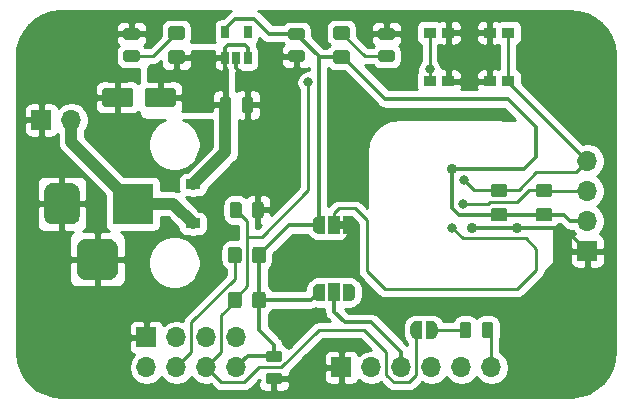
<source format=gbr>
G04 #@! TF.GenerationSoftware,KiCad,Pcbnew,(5.1.5-0-10_14)*
G04 #@! TF.CreationDate,2020-08-04T00:57:44-05:00*
G04 #@! TF.ProjectId,TempHumSensWithESP01,54656d70-4875-46d5-9365-6e7357697468,rev?*
G04 #@! TF.SameCoordinates,Original*
G04 #@! TF.FileFunction,Copper,L1,Top*
G04 #@! TF.FilePolarity,Positive*
%FSLAX46Y46*%
G04 Gerber Fmt 4.6, Leading zero omitted, Abs format (unit mm)*
G04 Created by KiCad (PCBNEW (5.1.5-0-10_14)) date 2020-08-04 00:57:44*
%MOMM*%
%LPD*%
G04 APERTURE LIST*
%ADD10C,0.100000*%
%ADD11R,1.000000X0.900000*%
%ADD12O,1.700000X1.700000*%
%ADD13R,1.700000X1.700000*%
%ADD14C,0.800000*%
%ADD15C,6.400000*%
%ADD16R,0.650000X1.060000*%
%ADD17R,1.000000X1.500000*%
%ADD18R,3.500000X3.500000*%
%ADD19R,1.200000X0.900000*%
%ADD20C,0.900000*%
%ADD21C,0.350000*%
%ADD22C,1.000000*%
%ADD23C,0.250000*%
%ADD24C,0.254000*%
G04 APERTURE END LIST*
D10*
G36*
X153935000Y-74595000D02*
G01*
X153435000Y-74595000D01*
X153435000Y-73995000D01*
X153935000Y-73995000D01*
X153935000Y-74595000D01*
G37*
G04 #@! TA.AperFunction,SMDPad,CuDef*
G36*
X135799504Y-62701204D02*
G01*
X135823773Y-62704804D01*
X135847571Y-62710765D01*
X135870671Y-62719030D01*
X135892849Y-62729520D01*
X135913893Y-62742133D01*
X135933598Y-62756747D01*
X135951777Y-62773223D01*
X135968253Y-62791402D01*
X135982867Y-62811107D01*
X135995480Y-62832151D01*
X136005970Y-62854329D01*
X136014235Y-62877429D01*
X136020196Y-62901227D01*
X136023796Y-62925496D01*
X136025000Y-62950000D01*
X136025000Y-64050000D01*
X136023796Y-64074504D01*
X136020196Y-64098773D01*
X136014235Y-64122571D01*
X136005970Y-64145671D01*
X135995480Y-64167849D01*
X135982867Y-64188893D01*
X135968253Y-64208598D01*
X135951777Y-64226777D01*
X135933598Y-64243253D01*
X135913893Y-64257867D01*
X135892849Y-64270480D01*
X135870671Y-64280970D01*
X135847571Y-64289235D01*
X135823773Y-64295196D01*
X135799504Y-64298796D01*
X135775000Y-64300000D01*
X133675000Y-64300000D01*
X133650496Y-64298796D01*
X133626227Y-64295196D01*
X133602429Y-64289235D01*
X133579329Y-64280970D01*
X133557151Y-64270480D01*
X133536107Y-64257867D01*
X133516402Y-64243253D01*
X133498223Y-64226777D01*
X133481747Y-64208598D01*
X133467133Y-64188893D01*
X133454520Y-64167849D01*
X133444030Y-64145671D01*
X133435765Y-64122571D01*
X133429804Y-64098773D01*
X133426204Y-64074504D01*
X133425000Y-64050000D01*
X133425000Y-62950000D01*
X133426204Y-62925496D01*
X133429804Y-62901227D01*
X133435765Y-62877429D01*
X133444030Y-62854329D01*
X133454520Y-62832151D01*
X133467133Y-62811107D01*
X133481747Y-62791402D01*
X133498223Y-62773223D01*
X133516402Y-62756747D01*
X133536107Y-62742133D01*
X133557151Y-62729520D01*
X133579329Y-62719030D01*
X133602429Y-62710765D01*
X133626227Y-62704804D01*
X133650496Y-62701204D01*
X133675000Y-62700000D01*
X135775000Y-62700000D01*
X135799504Y-62701204D01*
G37*
G04 #@! TD.AperFunction*
G04 #@! TA.AperFunction,SMDPad,CuDef*
G36*
X139399504Y-62701204D02*
G01*
X139423773Y-62704804D01*
X139447571Y-62710765D01*
X139470671Y-62719030D01*
X139492849Y-62729520D01*
X139513893Y-62742133D01*
X139533598Y-62756747D01*
X139551777Y-62773223D01*
X139568253Y-62791402D01*
X139582867Y-62811107D01*
X139595480Y-62832151D01*
X139605970Y-62854329D01*
X139614235Y-62877429D01*
X139620196Y-62901227D01*
X139623796Y-62925496D01*
X139625000Y-62950000D01*
X139625000Y-64050000D01*
X139623796Y-64074504D01*
X139620196Y-64098773D01*
X139614235Y-64122571D01*
X139605970Y-64145671D01*
X139595480Y-64167849D01*
X139582867Y-64188893D01*
X139568253Y-64208598D01*
X139551777Y-64226777D01*
X139533598Y-64243253D01*
X139513893Y-64257867D01*
X139492849Y-64270480D01*
X139470671Y-64280970D01*
X139447571Y-64289235D01*
X139423773Y-64295196D01*
X139399504Y-64298796D01*
X139375000Y-64300000D01*
X137275000Y-64300000D01*
X137250496Y-64298796D01*
X137226227Y-64295196D01*
X137202429Y-64289235D01*
X137179329Y-64280970D01*
X137157151Y-64270480D01*
X137136107Y-64257867D01*
X137116402Y-64243253D01*
X137098223Y-64226777D01*
X137081747Y-64208598D01*
X137067133Y-64188893D01*
X137054520Y-64167849D01*
X137044030Y-64145671D01*
X137035765Y-64122571D01*
X137029804Y-64098773D01*
X137026204Y-64074504D01*
X137025000Y-64050000D01*
X137025000Y-62950000D01*
X137026204Y-62925496D01*
X137029804Y-62901227D01*
X137035765Y-62877429D01*
X137044030Y-62854329D01*
X137054520Y-62832151D01*
X137067133Y-62811107D01*
X137081747Y-62791402D01*
X137098223Y-62773223D01*
X137116402Y-62756747D01*
X137136107Y-62742133D01*
X137157151Y-62729520D01*
X137179329Y-62719030D01*
X137202429Y-62710765D01*
X137226227Y-62704804D01*
X137250496Y-62701204D01*
X137275000Y-62700000D01*
X139375000Y-62700000D01*
X139399504Y-62701204D01*
G37*
G04 #@! TD.AperFunction*
G04 #@! TA.AperFunction,SMDPad,CuDef*
G36*
X148435142Y-86811174D02*
G01*
X148458803Y-86814684D01*
X148482007Y-86820496D01*
X148504529Y-86828554D01*
X148526153Y-86838782D01*
X148546670Y-86851079D01*
X148565883Y-86865329D01*
X148583607Y-86881393D01*
X148599671Y-86899117D01*
X148613921Y-86918330D01*
X148626218Y-86938847D01*
X148636446Y-86960471D01*
X148644504Y-86982993D01*
X148650316Y-87006197D01*
X148653826Y-87029858D01*
X148655000Y-87053750D01*
X148655000Y-87541250D01*
X148653826Y-87565142D01*
X148650316Y-87588803D01*
X148644504Y-87612007D01*
X148636446Y-87634529D01*
X148626218Y-87656153D01*
X148613921Y-87676670D01*
X148599671Y-87695883D01*
X148583607Y-87713607D01*
X148565883Y-87729671D01*
X148546670Y-87743921D01*
X148526153Y-87756218D01*
X148504529Y-87766446D01*
X148482007Y-87774504D01*
X148458803Y-87780316D01*
X148435142Y-87783826D01*
X148411250Y-87785000D01*
X147498750Y-87785000D01*
X147474858Y-87783826D01*
X147451197Y-87780316D01*
X147427993Y-87774504D01*
X147405471Y-87766446D01*
X147383847Y-87756218D01*
X147363330Y-87743921D01*
X147344117Y-87729671D01*
X147326393Y-87713607D01*
X147310329Y-87695883D01*
X147296079Y-87676670D01*
X147283782Y-87656153D01*
X147273554Y-87634529D01*
X147265496Y-87612007D01*
X147259684Y-87588803D01*
X147256174Y-87565142D01*
X147255000Y-87541250D01*
X147255000Y-87053750D01*
X147256174Y-87029858D01*
X147259684Y-87006197D01*
X147265496Y-86982993D01*
X147273554Y-86960471D01*
X147283782Y-86938847D01*
X147296079Y-86918330D01*
X147310329Y-86899117D01*
X147326393Y-86881393D01*
X147344117Y-86865329D01*
X147363330Y-86851079D01*
X147383847Y-86838782D01*
X147405471Y-86828554D01*
X147427993Y-86820496D01*
X147451197Y-86814684D01*
X147474858Y-86811174D01*
X147498750Y-86810000D01*
X148411250Y-86810000D01*
X148435142Y-86811174D01*
G37*
G04 #@! TD.AperFunction*
G04 #@! TA.AperFunction,SMDPad,CuDef*
G36*
X148435142Y-84936174D02*
G01*
X148458803Y-84939684D01*
X148482007Y-84945496D01*
X148504529Y-84953554D01*
X148526153Y-84963782D01*
X148546670Y-84976079D01*
X148565883Y-84990329D01*
X148583607Y-85006393D01*
X148599671Y-85024117D01*
X148613921Y-85043330D01*
X148626218Y-85063847D01*
X148636446Y-85085471D01*
X148644504Y-85107993D01*
X148650316Y-85131197D01*
X148653826Y-85154858D01*
X148655000Y-85178750D01*
X148655000Y-85666250D01*
X148653826Y-85690142D01*
X148650316Y-85713803D01*
X148644504Y-85737007D01*
X148636446Y-85759529D01*
X148626218Y-85781153D01*
X148613921Y-85801670D01*
X148599671Y-85820883D01*
X148583607Y-85838607D01*
X148565883Y-85854671D01*
X148546670Y-85868921D01*
X148526153Y-85881218D01*
X148504529Y-85891446D01*
X148482007Y-85899504D01*
X148458803Y-85905316D01*
X148435142Y-85908826D01*
X148411250Y-85910000D01*
X147498750Y-85910000D01*
X147474858Y-85908826D01*
X147451197Y-85905316D01*
X147427993Y-85899504D01*
X147405471Y-85891446D01*
X147383847Y-85881218D01*
X147363330Y-85868921D01*
X147344117Y-85854671D01*
X147326393Y-85838607D01*
X147310329Y-85820883D01*
X147296079Y-85801670D01*
X147283782Y-85781153D01*
X147273554Y-85759529D01*
X147265496Y-85737007D01*
X147259684Y-85713803D01*
X147256174Y-85690142D01*
X147255000Y-85666250D01*
X147255000Y-85178750D01*
X147256174Y-85154858D01*
X147259684Y-85131197D01*
X147265496Y-85107993D01*
X147273554Y-85085471D01*
X147283782Y-85063847D01*
X147296079Y-85043330D01*
X147310329Y-85024117D01*
X147326393Y-85006393D01*
X147344117Y-84990329D01*
X147363330Y-84976079D01*
X147383847Y-84963782D01*
X147405471Y-84953554D01*
X147427993Y-84945496D01*
X147451197Y-84939684D01*
X147474858Y-84936174D01*
X147498750Y-84935000D01*
X148411250Y-84935000D01*
X148435142Y-84936174D01*
G37*
G04 #@! TD.AperFunction*
D11*
X166205000Y-62121000D03*
X167805000Y-62121000D03*
X166205000Y-58021000D03*
X167805000Y-58021000D03*
D12*
X130810000Y-65405000D03*
D13*
X128270000Y-65405000D03*
D14*
X174697056Y-83302944D03*
X173000000Y-82600000D03*
X171302944Y-83302944D03*
X170600000Y-85000000D03*
X171302944Y-86697056D03*
X173000000Y-87400000D03*
X174697056Y-86697056D03*
X175400000Y-85000000D03*
D15*
X173000000Y-85000000D03*
D14*
X131697056Y-83302944D03*
X130000000Y-82600000D03*
X128302944Y-83302944D03*
X127600000Y-85000000D03*
X128302944Y-86697056D03*
X130000000Y-87400000D03*
X131697056Y-86697056D03*
X132400000Y-85000000D03*
D15*
X130000000Y-85000000D03*
D14*
X174697056Y-58302944D03*
X173000000Y-57600000D03*
X171302944Y-58302944D03*
X170600000Y-60000000D03*
X171302944Y-61697056D03*
X173000000Y-62400000D03*
X174697056Y-61697056D03*
X175400000Y-60000000D03*
D15*
X173000000Y-60000000D03*
D14*
X131697056Y-58302944D03*
X130000000Y-57600000D03*
X128302944Y-58302944D03*
X127600000Y-60000000D03*
X128302944Y-61697056D03*
X130000000Y-62400000D03*
X131697056Y-61697056D03*
X132400000Y-60000000D03*
D15*
X130000000Y-60000000D03*
G04 #@! TA.AperFunction,SMDPad,CuDef*
D10*
G36*
X157960142Y-59506174D02*
G01*
X157983803Y-59509684D01*
X158007007Y-59515496D01*
X158029529Y-59523554D01*
X158051153Y-59533782D01*
X158071670Y-59546079D01*
X158090883Y-59560329D01*
X158108607Y-59576393D01*
X158124671Y-59594117D01*
X158138921Y-59613330D01*
X158151218Y-59633847D01*
X158161446Y-59655471D01*
X158169504Y-59677993D01*
X158175316Y-59701197D01*
X158178826Y-59724858D01*
X158180000Y-59748750D01*
X158180000Y-60236250D01*
X158178826Y-60260142D01*
X158175316Y-60283803D01*
X158169504Y-60307007D01*
X158161446Y-60329529D01*
X158151218Y-60351153D01*
X158138921Y-60371670D01*
X158124671Y-60390883D01*
X158108607Y-60408607D01*
X158090883Y-60424671D01*
X158071670Y-60438921D01*
X158051153Y-60451218D01*
X158029529Y-60461446D01*
X158007007Y-60469504D01*
X157983803Y-60475316D01*
X157960142Y-60478826D01*
X157936250Y-60480000D01*
X157023750Y-60480000D01*
X156999858Y-60478826D01*
X156976197Y-60475316D01*
X156952993Y-60469504D01*
X156930471Y-60461446D01*
X156908847Y-60451218D01*
X156888330Y-60438921D01*
X156869117Y-60424671D01*
X156851393Y-60408607D01*
X156835329Y-60390883D01*
X156821079Y-60371670D01*
X156808782Y-60351153D01*
X156798554Y-60329529D01*
X156790496Y-60307007D01*
X156784684Y-60283803D01*
X156781174Y-60260142D01*
X156780000Y-60236250D01*
X156780000Y-59748750D01*
X156781174Y-59724858D01*
X156784684Y-59701197D01*
X156790496Y-59677993D01*
X156798554Y-59655471D01*
X156808782Y-59633847D01*
X156821079Y-59613330D01*
X156835329Y-59594117D01*
X156851393Y-59576393D01*
X156869117Y-59560329D01*
X156888330Y-59546079D01*
X156908847Y-59533782D01*
X156930471Y-59523554D01*
X156952993Y-59515496D01*
X156976197Y-59509684D01*
X156999858Y-59506174D01*
X157023750Y-59505000D01*
X157936250Y-59505000D01*
X157960142Y-59506174D01*
G37*
G04 #@! TD.AperFunction*
G04 #@! TA.AperFunction,SMDPad,CuDef*
G36*
X157960142Y-57631174D02*
G01*
X157983803Y-57634684D01*
X158007007Y-57640496D01*
X158029529Y-57648554D01*
X158051153Y-57658782D01*
X158071670Y-57671079D01*
X158090883Y-57685329D01*
X158108607Y-57701393D01*
X158124671Y-57719117D01*
X158138921Y-57738330D01*
X158151218Y-57758847D01*
X158161446Y-57780471D01*
X158169504Y-57802993D01*
X158175316Y-57826197D01*
X158178826Y-57849858D01*
X158180000Y-57873750D01*
X158180000Y-58361250D01*
X158178826Y-58385142D01*
X158175316Y-58408803D01*
X158169504Y-58432007D01*
X158161446Y-58454529D01*
X158151218Y-58476153D01*
X158138921Y-58496670D01*
X158124671Y-58515883D01*
X158108607Y-58533607D01*
X158090883Y-58549671D01*
X158071670Y-58563921D01*
X158051153Y-58576218D01*
X158029529Y-58586446D01*
X158007007Y-58594504D01*
X157983803Y-58600316D01*
X157960142Y-58603826D01*
X157936250Y-58605000D01*
X157023750Y-58605000D01*
X156999858Y-58603826D01*
X156976197Y-58600316D01*
X156952993Y-58594504D01*
X156930471Y-58586446D01*
X156908847Y-58576218D01*
X156888330Y-58563921D01*
X156869117Y-58549671D01*
X156851393Y-58533607D01*
X156835329Y-58515883D01*
X156821079Y-58496670D01*
X156808782Y-58476153D01*
X156798554Y-58454529D01*
X156790496Y-58432007D01*
X156784684Y-58408803D01*
X156781174Y-58385142D01*
X156780000Y-58361250D01*
X156780000Y-57873750D01*
X156781174Y-57849858D01*
X156784684Y-57826197D01*
X156790496Y-57802993D01*
X156798554Y-57780471D01*
X156808782Y-57758847D01*
X156821079Y-57738330D01*
X156835329Y-57719117D01*
X156851393Y-57701393D01*
X156869117Y-57685329D01*
X156888330Y-57671079D01*
X156908847Y-57658782D01*
X156930471Y-57648554D01*
X156952993Y-57640496D01*
X156976197Y-57634684D01*
X156999858Y-57631174D01*
X157023750Y-57630000D01*
X157936250Y-57630000D01*
X157960142Y-57631174D01*
G37*
G04 #@! TD.AperFunction*
G04 #@! TA.AperFunction,SMDPad,CuDef*
G36*
X136370142Y-59506174D02*
G01*
X136393803Y-59509684D01*
X136417007Y-59515496D01*
X136439529Y-59523554D01*
X136461153Y-59533782D01*
X136481670Y-59546079D01*
X136500883Y-59560329D01*
X136518607Y-59576393D01*
X136534671Y-59594117D01*
X136548921Y-59613330D01*
X136561218Y-59633847D01*
X136571446Y-59655471D01*
X136579504Y-59677993D01*
X136585316Y-59701197D01*
X136588826Y-59724858D01*
X136590000Y-59748750D01*
X136590000Y-60236250D01*
X136588826Y-60260142D01*
X136585316Y-60283803D01*
X136579504Y-60307007D01*
X136571446Y-60329529D01*
X136561218Y-60351153D01*
X136548921Y-60371670D01*
X136534671Y-60390883D01*
X136518607Y-60408607D01*
X136500883Y-60424671D01*
X136481670Y-60438921D01*
X136461153Y-60451218D01*
X136439529Y-60461446D01*
X136417007Y-60469504D01*
X136393803Y-60475316D01*
X136370142Y-60478826D01*
X136346250Y-60480000D01*
X135433750Y-60480000D01*
X135409858Y-60478826D01*
X135386197Y-60475316D01*
X135362993Y-60469504D01*
X135340471Y-60461446D01*
X135318847Y-60451218D01*
X135298330Y-60438921D01*
X135279117Y-60424671D01*
X135261393Y-60408607D01*
X135245329Y-60390883D01*
X135231079Y-60371670D01*
X135218782Y-60351153D01*
X135208554Y-60329529D01*
X135200496Y-60307007D01*
X135194684Y-60283803D01*
X135191174Y-60260142D01*
X135190000Y-60236250D01*
X135190000Y-59748750D01*
X135191174Y-59724858D01*
X135194684Y-59701197D01*
X135200496Y-59677993D01*
X135208554Y-59655471D01*
X135218782Y-59633847D01*
X135231079Y-59613330D01*
X135245329Y-59594117D01*
X135261393Y-59576393D01*
X135279117Y-59560329D01*
X135298330Y-59546079D01*
X135318847Y-59533782D01*
X135340471Y-59523554D01*
X135362993Y-59515496D01*
X135386197Y-59509684D01*
X135409858Y-59506174D01*
X135433750Y-59505000D01*
X136346250Y-59505000D01*
X136370142Y-59506174D01*
G37*
G04 #@! TD.AperFunction*
G04 #@! TA.AperFunction,SMDPad,CuDef*
G36*
X136370142Y-57631174D02*
G01*
X136393803Y-57634684D01*
X136417007Y-57640496D01*
X136439529Y-57648554D01*
X136461153Y-57658782D01*
X136481670Y-57671079D01*
X136500883Y-57685329D01*
X136518607Y-57701393D01*
X136534671Y-57719117D01*
X136548921Y-57738330D01*
X136561218Y-57758847D01*
X136571446Y-57780471D01*
X136579504Y-57802993D01*
X136585316Y-57826197D01*
X136588826Y-57849858D01*
X136590000Y-57873750D01*
X136590000Y-58361250D01*
X136588826Y-58385142D01*
X136585316Y-58408803D01*
X136579504Y-58432007D01*
X136571446Y-58454529D01*
X136561218Y-58476153D01*
X136548921Y-58496670D01*
X136534671Y-58515883D01*
X136518607Y-58533607D01*
X136500883Y-58549671D01*
X136481670Y-58563921D01*
X136461153Y-58576218D01*
X136439529Y-58586446D01*
X136417007Y-58594504D01*
X136393803Y-58600316D01*
X136370142Y-58603826D01*
X136346250Y-58605000D01*
X135433750Y-58605000D01*
X135409858Y-58603826D01*
X135386197Y-58600316D01*
X135362993Y-58594504D01*
X135340471Y-58586446D01*
X135318847Y-58576218D01*
X135298330Y-58563921D01*
X135279117Y-58549671D01*
X135261393Y-58533607D01*
X135245329Y-58515883D01*
X135231079Y-58496670D01*
X135218782Y-58476153D01*
X135208554Y-58454529D01*
X135200496Y-58432007D01*
X135194684Y-58408803D01*
X135191174Y-58385142D01*
X135190000Y-58361250D01*
X135190000Y-57873750D01*
X135191174Y-57849858D01*
X135194684Y-57826197D01*
X135200496Y-57802993D01*
X135208554Y-57780471D01*
X135218782Y-57758847D01*
X135231079Y-57738330D01*
X135245329Y-57719117D01*
X135261393Y-57701393D01*
X135279117Y-57685329D01*
X135298330Y-57671079D01*
X135318847Y-57658782D01*
X135340471Y-57648554D01*
X135362993Y-57640496D01*
X135386197Y-57634684D01*
X135409858Y-57631174D01*
X135433750Y-57630000D01*
X136346250Y-57630000D01*
X136370142Y-57631174D01*
G37*
G04 #@! TD.AperFunction*
D16*
X143830000Y-57955000D03*
X145730000Y-57955000D03*
X145730000Y-60155000D03*
X144780000Y-60155000D03*
X143830000Y-60155000D03*
D11*
X162725000Y-58021000D03*
X161125000Y-58021000D03*
X162725000Y-62121000D03*
X161125000Y-62121000D03*
G04 #@! TA.AperFunction,SMDPad,CuDef*
D10*
G36*
X167479505Y-70791204D02*
G01*
X167503773Y-70794804D01*
X167527572Y-70800765D01*
X167550671Y-70809030D01*
X167572850Y-70819520D01*
X167593893Y-70832132D01*
X167613599Y-70846747D01*
X167631777Y-70863223D01*
X167648253Y-70881401D01*
X167662868Y-70901107D01*
X167675480Y-70922150D01*
X167685970Y-70944329D01*
X167694235Y-70967428D01*
X167700196Y-70991227D01*
X167703796Y-71015495D01*
X167705000Y-71039999D01*
X167705000Y-71690001D01*
X167703796Y-71714505D01*
X167700196Y-71738773D01*
X167694235Y-71762572D01*
X167685970Y-71785671D01*
X167675480Y-71807850D01*
X167662868Y-71828893D01*
X167648253Y-71848599D01*
X167631777Y-71866777D01*
X167613599Y-71883253D01*
X167593893Y-71897868D01*
X167572850Y-71910480D01*
X167550671Y-71920970D01*
X167527572Y-71929235D01*
X167503773Y-71935196D01*
X167479505Y-71938796D01*
X167455001Y-71940000D01*
X166554999Y-71940000D01*
X166530495Y-71938796D01*
X166506227Y-71935196D01*
X166482428Y-71929235D01*
X166459329Y-71920970D01*
X166437150Y-71910480D01*
X166416107Y-71897868D01*
X166396401Y-71883253D01*
X166378223Y-71866777D01*
X166361747Y-71848599D01*
X166347132Y-71828893D01*
X166334520Y-71807850D01*
X166324030Y-71785671D01*
X166315765Y-71762572D01*
X166309804Y-71738773D01*
X166306204Y-71714505D01*
X166305000Y-71690001D01*
X166305000Y-71039999D01*
X166306204Y-71015495D01*
X166309804Y-70991227D01*
X166315765Y-70967428D01*
X166324030Y-70944329D01*
X166334520Y-70922150D01*
X166347132Y-70901107D01*
X166361747Y-70881401D01*
X166378223Y-70863223D01*
X166396401Y-70846747D01*
X166416107Y-70832132D01*
X166437150Y-70819520D01*
X166459329Y-70809030D01*
X166482428Y-70800765D01*
X166506227Y-70794804D01*
X166530495Y-70791204D01*
X166554999Y-70790000D01*
X167455001Y-70790000D01*
X167479505Y-70791204D01*
G37*
G04 #@! TD.AperFunction*
G04 #@! TA.AperFunction,SMDPad,CuDef*
G36*
X167479505Y-72841204D02*
G01*
X167503773Y-72844804D01*
X167527572Y-72850765D01*
X167550671Y-72859030D01*
X167572850Y-72869520D01*
X167593893Y-72882132D01*
X167613599Y-72896747D01*
X167631777Y-72913223D01*
X167648253Y-72931401D01*
X167662868Y-72951107D01*
X167675480Y-72972150D01*
X167685970Y-72994329D01*
X167694235Y-73017428D01*
X167700196Y-73041227D01*
X167703796Y-73065495D01*
X167705000Y-73089999D01*
X167705000Y-73740001D01*
X167703796Y-73764505D01*
X167700196Y-73788773D01*
X167694235Y-73812572D01*
X167685970Y-73835671D01*
X167675480Y-73857850D01*
X167662868Y-73878893D01*
X167648253Y-73898599D01*
X167631777Y-73916777D01*
X167613599Y-73933253D01*
X167593893Y-73947868D01*
X167572850Y-73960480D01*
X167550671Y-73970970D01*
X167527572Y-73979235D01*
X167503773Y-73985196D01*
X167479505Y-73988796D01*
X167455001Y-73990000D01*
X166554999Y-73990000D01*
X166530495Y-73988796D01*
X166506227Y-73985196D01*
X166482428Y-73979235D01*
X166459329Y-73970970D01*
X166437150Y-73960480D01*
X166416107Y-73947868D01*
X166396401Y-73933253D01*
X166378223Y-73916777D01*
X166361747Y-73898599D01*
X166347132Y-73878893D01*
X166334520Y-73857850D01*
X166324030Y-73835671D01*
X166315765Y-73812572D01*
X166309804Y-73788773D01*
X166306204Y-73764505D01*
X166305000Y-73740001D01*
X166305000Y-73089999D01*
X166306204Y-73065495D01*
X166309804Y-73041227D01*
X166315765Y-73017428D01*
X166324030Y-72994329D01*
X166334520Y-72972150D01*
X166347132Y-72951107D01*
X166361747Y-72931401D01*
X166378223Y-72913223D01*
X166396401Y-72896747D01*
X166416107Y-72882132D01*
X166437150Y-72869520D01*
X166459329Y-72859030D01*
X166482428Y-72850765D01*
X166506227Y-72844804D01*
X166530495Y-72841204D01*
X166554999Y-72840000D01*
X167455001Y-72840000D01*
X167479505Y-72841204D01*
G37*
G04 #@! TD.AperFunction*
G04 #@! TA.AperFunction,SMDPad,CuDef*
G36*
X171289505Y-70791204D02*
G01*
X171313773Y-70794804D01*
X171337572Y-70800765D01*
X171360671Y-70809030D01*
X171382850Y-70819520D01*
X171403893Y-70832132D01*
X171423599Y-70846747D01*
X171441777Y-70863223D01*
X171458253Y-70881401D01*
X171472868Y-70901107D01*
X171485480Y-70922150D01*
X171495970Y-70944329D01*
X171504235Y-70967428D01*
X171510196Y-70991227D01*
X171513796Y-71015495D01*
X171515000Y-71039999D01*
X171515000Y-71690001D01*
X171513796Y-71714505D01*
X171510196Y-71738773D01*
X171504235Y-71762572D01*
X171495970Y-71785671D01*
X171485480Y-71807850D01*
X171472868Y-71828893D01*
X171458253Y-71848599D01*
X171441777Y-71866777D01*
X171423599Y-71883253D01*
X171403893Y-71897868D01*
X171382850Y-71910480D01*
X171360671Y-71920970D01*
X171337572Y-71929235D01*
X171313773Y-71935196D01*
X171289505Y-71938796D01*
X171265001Y-71940000D01*
X170364999Y-71940000D01*
X170340495Y-71938796D01*
X170316227Y-71935196D01*
X170292428Y-71929235D01*
X170269329Y-71920970D01*
X170247150Y-71910480D01*
X170226107Y-71897868D01*
X170206401Y-71883253D01*
X170188223Y-71866777D01*
X170171747Y-71848599D01*
X170157132Y-71828893D01*
X170144520Y-71807850D01*
X170134030Y-71785671D01*
X170125765Y-71762572D01*
X170119804Y-71738773D01*
X170116204Y-71714505D01*
X170115000Y-71690001D01*
X170115000Y-71039999D01*
X170116204Y-71015495D01*
X170119804Y-70991227D01*
X170125765Y-70967428D01*
X170134030Y-70944329D01*
X170144520Y-70922150D01*
X170157132Y-70901107D01*
X170171747Y-70881401D01*
X170188223Y-70863223D01*
X170206401Y-70846747D01*
X170226107Y-70832132D01*
X170247150Y-70819520D01*
X170269329Y-70809030D01*
X170292428Y-70800765D01*
X170316227Y-70794804D01*
X170340495Y-70791204D01*
X170364999Y-70790000D01*
X171265001Y-70790000D01*
X171289505Y-70791204D01*
G37*
G04 #@! TD.AperFunction*
G04 #@! TA.AperFunction,SMDPad,CuDef*
G36*
X171289505Y-72841204D02*
G01*
X171313773Y-72844804D01*
X171337572Y-72850765D01*
X171360671Y-72859030D01*
X171382850Y-72869520D01*
X171403893Y-72882132D01*
X171423599Y-72896747D01*
X171441777Y-72913223D01*
X171458253Y-72931401D01*
X171472868Y-72951107D01*
X171485480Y-72972150D01*
X171495970Y-72994329D01*
X171504235Y-73017428D01*
X171510196Y-73041227D01*
X171513796Y-73065495D01*
X171515000Y-73089999D01*
X171515000Y-73740001D01*
X171513796Y-73764505D01*
X171510196Y-73788773D01*
X171504235Y-73812572D01*
X171495970Y-73835671D01*
X171485480Y-73857850D01*
X171472868Y-73878893D01*
X171458253Y-73898599D01*
X171441777Y-73916777D01*
X171423599Y-73933253D01*
X171403893Y-73947868D01*
X171382850Y-73960480D01*
X171360671Y-73970970D01*
X171337572Y-73979235D01*
X171313773Y-73985196D01*
X171289505Y-73988796D01*
X171265001Y-73990000D01*
X170364999Y-73990000D01*
X170340495Y-73988796D01*
X170316227Y-73985196D01*
X170292428Y-73979235D01*
X170269329Y-73970970D01*
X170247150Y-73960480D01*
X170226107Y-73947868D01*
X170206401Y-73933253D01*
X170188223Y-73916777D01*
X170171747Y-73898599D01*
X170157132Y-73878893D01*
X170144520Y-73857850D01*
X170134030Y-73835671D01*
X170125765Y-73812572D01*
X170119804Y-73788773D01*
X170116204Y-73764505D01*
X170115000Y-73740001D01*
X170115000Y-73089999D01*
X170116204Y-73065495D01*
X170119804Y-73041227D01*
X170125765Y-73017428D01*
X170134030Y-72994329D01*
X170144520Y-72972150D01*
X170157132Y-72951107D01*
X170171747Y-72931401D01*
X170188223Y-72913223D01*
X170206401Y-72896747D01*
X170226107Y-72882132D01*
X170247150Y-72869520D01*
X170269329Y-72859030D01*
X170292428Y-72850765D01*
X170316227Y-72844804D01*
X170340495Y-72841204D01*
X170364999Y-72840000D01*
X171265001Y-72840000D01*
X171289505Y-72841204D01*
G37*
G04 #@! TD.AperFunction*
G04 #@! TA.AperFunction,SMDPad,CuDef*
G36*
X144984505Y-76136204D02*
G01*
X145008773Y-76139804D01*
X145032572Y-76145765D01*
X145055671Y-76154030D01*
X145077850Y-76164520D01*
X145098893Y-76177132D01*
X145118599Y-76191747D01*
X145136777Y-76208223D01*
X145153253Y-76226401D01*
X145167868Y-76246107D01*
X145180480Y-76267150D01*
X145190970Y-76289329D01*
X145199235Y-76312428D01*
X145205196Y-76336227D01*
X145208796Y-76360495D01*
X145210000Y-76384999D01*
X145210000Y-77285001D01*
X145208796Y-77309505D01*
X145205196Y-77333773D01*
X145199235Y-77357572D01*
X145190970Y-77380671D01*
X145180480Y-77402850D01*
X145167868Y-77423893D01*
X145153253Y-77443599D01*
X145136777Y-77461777D01*
X145118599Y-77478253D01*
X145098893Y-77492868D01*
X145077850Y-77505480D01*
X145055671Y-77515970D01*
X145032572Y-77524235D01*
X145008773Y-77530196D01*
X144984505Y-77533796D01*
X144960001Y-77535000D01*
X144309999Y-77535000D01*
X144285495Y-77533796D01*
X144261227Y-77530196D01*
X144237428Y-77524235D01*
X144214329Y-77515970D01*
X144192150Y-77505480D01*
X144171107Y-77492868D01*
X144151401Y-77478253D01*
X144133223Y-77461777D01*
X144116747Y-77443599D01*
X144102132Y-77423893D01*
X144089520Y-77402850D01*
X144079030Y-77380671D01*
X144070765Y-77357572D01*
X144064804Y-77333773D01*
X144061204Y-77309505D01*
X144060000Y-77285001D01*
X144060000Y-76384999D01*
X144061204Y-76360495D01*
X144064804Y-76336227D01*
X144070765Y-76312428D01*
X144079030Y-76289329D01*
X144089520Y-76267150D01*
X144102132Y-76246107D01*
X144116747Y-76226401D01*
X144133223Y-76208223D01*
X144151401Y-76191747D01*
X144171107Y-76177132D01*
X144192150Y-76164520D01*
X144214329Y-76154030D01*
X144237428Y-76145765D01*
X144261227Y-76139804D01*
X144285495Y-76136204D01*
X144309999Y-76135000D01*
X144960001Y-76135000D01*
X144984505Y-76136204D01*
G37*
G04 #@! TD.AperFunction*
G04 #@! TA.AperFunction,SMDPad,CuDef*
G36*
X147034505Y-76136204D02*
G01*
X147058773Y-76139804D01*
X147082572Y-76145765D01*
X147105671Y-76154030D01*
X147127850Y-76164520D01*
X147148893Y-76177132D01*
X147168599Y-76191747D01*
X147186777Y-76208223D01*
X147203253Y-76226401D01*
X147217868Y-76246107D01*
X147230480Y-76267150D01*
X147240970Y-76289329D01*
X147249235Y-76312428D01*
X147255196Y-76336227D01*
X147258796Y-76360495D01*
X147260000Y-76384999D01*
X147260000Y-77285001D01*
X147258796Y-77309505D01*
X147255196Y-77333773D01*
X147249235Y-77357572D01*
X147240970Y-77380671D01*
X147230480Y-77402850D01*
X147217868Y-77423893D01*
X147203253Y-77443599D01*
X147186777Y-77461777D01*
X147168599Y-77478253D01*
X147148893Y-77492868D01*
X147127850Y-77505480D01*
X147105671Y-77515970D01*
X147082572Y-77524235D01*
X147058773Y-77530196D01*
X147034505Y-77533796D01*
X147010001Y-77535000D01*
X146359999Y-77535000D01*
X146335495Y-77533796D01*
X146311227Y-77530196D01*
X146287428Y-77524235D01*
X146264329Y-77515970D01*
X146242150Y-77505480D01*
X146221107Y-77492868D01*
X146201401Y-77478253D01*
X146183223Y-77461777D01*
X146166747Y-77443599D01*
X146152132Y-77423893D01*
X146139520Y-77402850D01*
X146129030Y-77380671D01*
X146120765Y-77357572D01*
X146114804Y-77333773D01*
X146111204Y-77309505D01*
X146110000Y-77285001D01*
X146110000Y-76384999D01*
X146111204Y-76360495D01*
X146114804Y-76336227D01*
X146120765Y-76312428D01*
X146129030Y-76289329D01*
X146139520Y-76267150D01*
X146152132Y-76246107D01*
X146166747Y-76226401D01*
X146183223Y-76208223D01*
X146201401Y-76191747D01*
X146221107Y-76177132D01*
X146242150Y-76164520D01*
X146264329Y-76154030D01*
X146287428Y-76145765D01*
X146311227Y-76139804D01*
X146335495Y-76136204D01*
X146359999Y-76135000D01*
X147010001Y-76135000D01*
X147034505Y-76136204D01*
G37*
G04 #@! TD.AperFunction*
G04 #@! TA.AperFunction,SMDPad,CuDef*
G36*
X147034505Y-79946204D02*
G01*
X147058773Y-79949804D01*
X147082572Y-79955765D01*
X147105671Y-79964030D01*
X147127850Y-79974520D01*
X147148893Y-79987132D01*
X147168599Y-80001747D01*
X147186777Y-80018223D01*
X147203253Y-80036401D01*
X147217868Y-80056107D01*
X147230480Y-80077150D01*
X147240970Y-80099329D01*
X147249235Y-80122428D01*
X147255196Y-80146227D01*
X147258796Y-80170495D01*
X147260000Y-80194999D01*
X147260000Y-81095001D01*
X147258796Y-81119505D01*
X147255196Y-81143773D01*
X147249235Y-81167572D01*
X147240970Y-81190671D01*
X147230480Y-81212850D01*
X147217868Y-81233893D01*
X147203253Y-81253599D01*
X147186777Y-81271777D01*
X147168599Y-81288253D01*
X147148893Y-81302868D01*
X147127850Y-81315480D01*
X147105671Y-81325970D01*
X147082572Y-81334235D01*
X147058773Y-81340196D01*
X147034505Y-81343796D01*
X147010001Y-81345000D01*
X146359999Y-81345000D01*
X146335495Y-81343796D01*
X146311227Y-81340196D01*
X146287428Y-81334235D01*
X146264329Y-81325970D01*
X146242150Y-81315480D01*
X146221107Y-81302868D01*
X146201401Y-81288253D01*
X146183223Y-81271777D01*
X146166747Y-81253599D01*
X146152132Y-81233893D01*
X146139520Y-81212850D01*
X146129030Y-81190671D01*
X146120765Y-81167572D01*
X146114804Y-81143773D01*
X146111204Y-81119505D01*
X146110000Y-81095001D01*
X146110000Y-80194999D01*
X146111204Y-80170495D01*
X146114804Y-80146227D01*
X146120765Y-80122428D01*
X146129030Y-80099329D01*
X146139520Y-80077150D01*
X146152132Y-80056107D01*
X146166747Y-80036401D01*
X146183223Y-80018223D01*
X146201401Y-80001747D01*
X146221107Y-79987132D01*
X146242150Y-79974520D01*
X146264329Y-79964030D01*
X146287428Y-79955765D01*
X146311227Y-79949804D01*
X146335495Y-79946204D01*
X146359999Y-79945000D01*
X147010001Y-79945000D01*
X147034505Y-79946204D01*
G37*
G04 #@! TD.AperFunction*
G04 #@! TA.AperFunction,SMDPad,CuDef*
G36*
X144984505Y-79946204D02*
G01*
X145008773Y-79949804D01*
X145032572Y-79955765D01*
X145055671Y-79964030D01*
X145077850Y-79974520D01*
X145098893Y-79987132D01*
X145118599Y-80001747D01*
X145136777Y-80018223D01*
X145153253Y-80036401D01*
X145167868Y-80056107D01*
X145180480Y-80077150D01*
X145190970Y-80099329D01*
X145199235Y-80122428D01*
X145205196Y-80146227D01*
X145208796Y-80170495D01*
X145210000Y-80194999D01*
X145210000Y-81095001D01*
X145208796Y-81119505D01*
X145205196Y-81143773D01*
X145199235Y-81167572D01*
X145190970Y-81190671D01*
X145180480Y-81212850D01*
X145167868Y-81233893D01*
X145153253Y-81253599D01*
X145136777Y-81271777D01*
X145118599Y-81288253D01*
X145098893Y-81302868D01*
X145077850Y-81315480D01*
X145055671Y-81325970D01*
X145032572Y-81334235D01*
X145008773Y-81340196D01*
X144984505Y-81343796D01*
X144960001Y-81345000D01*
X144309999Y-81345000D01*
X144285495Y-81343796D01*
X144261227Y-81340196D01*
X144237428Y-81334235D01*
X144214329Y-81325970D01*
X144192150Y-81315480D01*
X144171107Y-81302868D01*
X144151401Y-81288253D01*
X144133223Y-81271777D01*
X144116747Y-81253599D01*
X144102132Y-81233893D01*
X144089520Y-81212850D01*
X144079030Y-81190671D01*
X144070765Y-81167572D01*
X144064804Y-81143773D01*
X144061204Y-81119505D01*
X144060000Y-81095001D01*
X144060000Y-80194999D01*
X144061204Y-80170495D01*
X144064804Y-80146227D01*
X144070765Y-80122428D01*
X144079030Y-80099329D01*
X144089520Y-80077150D01*
X144102132Y-80056107D01*
X144116747Y-80036401D01*
X144133223Y-80018223D01*
X144151401Y-80001747D01*
X144171107Y-79987132D01*
X144192150Y-79974520D01*
X144214329Y-79964030D01*
X144237428Y-79955765D01*
X144261227Y-79949804D01*
X144285495Y-79946204D01*
X144309999Y-79945000D01*
X144960001Y-79945000D01*
X144984505Y-79946204D01*
G37*
G04 #@! TD.AperFunction*
G04 #@! TA.AperFunction,SMDPad,CuDef*
G36*
X154144505Y-57456204D02*
G01*
X154168773Y-57459804D01*
X154192572Y-57465765D01*
X154215671Y-57474030D01*
X154237850Y-57484520D01*
X154258893Y-57497132D01*
X154278599Y-57511747D01*
X154296777Y-57528223D01*
X154313253Y-57546401D01*
X154327868Y-57566107D01*
X154340480Y-57587150D01*
X154350970Y-57609329D01*
X154359235Y-57632428D01*
X154365196Y-57656227D01*
X154368796Y-57680495D01*
X154370000Y-57704999D01*
X154370000Y-58355001D01*
X154368796Y-58379505D01*
X154365196Y-58403773D01*
X154359235Y-58427572D01*
X154350970Y-58450671D01*
X154340480Y-58472850D01*
X154327868Y-58493893D01*
X154313253Y-58513599D01*
X154296777Y-58531777D01*
X154278599Y-58548253D01*
X154258893Y-58562868D01*
X154237850Y-58575480D01*
X154215671Y-58585970D01*
X154192572Y-58594235D01*
X154168773Y-58600196D01*
X154144505Y-58603796D01*
X154120001Y-58605000D01*
X153219999Y-58605000D01*
X153195495Y-58603796D01*
X153171227Y-58600196D01*
X153147428Y-58594235D01*
X153124329Y-58585970D01*
X153102150Y-58575480D01*
X153081107Y-58562868D01*
X153061401Y-58548253D01*
X153043223Y-58531777D01*
X153026747Y-58513599D01*
X153012132Y-58493893D01*
X152999520Y-58472850D01*
X152989030Y-58450671D01*
X152980765Y-58427572D01*
X152974804Y-58403773D01*
X152971204Y-58379505D01*
X152970000Y-58355001D01*
X152970000Y-57704999D01*
X152971204Y-57680495D01*
X152974804Y-57656227D01*
X152980765Y-57632428D01*
X152989030Y-57609329D01*
X152999520Y-57587150D01*
X153012132Y-57566107D01*
X153026747Y-57546401D01*
X153043223Y-57528223D01*
X153061401Y-57511747D01*
X153081107Y-57497132D01*
X153102150Y-57484520D01*
X153124329Y-57474030D01*
X153147428Y-57465765D01*
X153171227Y-57459804D01*
X153195495Y-57456204D01*
X153219999Y-57455000D01*
X154120001Y-57455000D01*
X154144505Y-57456204D01*
G37*
G04 #@! TD.AperFunction*
G04 #@! TA.AperFunction,SMDPad,CuDef*
G36*
X154144505Y-59506204D02*
G01*
X154168773Y-59509804D01*
X154192572Y-59515765D01*
X154215671Y-59524030D01*
X154237850Y-59534520D01*
X154258893Y-59547132D01*
X154278599Y-59561747D01*
X154296777Y-59578223D01*
X154313253Y-59596401D01*
X154327868Y-59616107D01*
X154340480Y-59637150D01*
X154350970Y-59659329D01*
X154359235Y-59682428D01*
X154365196Y-59706227D01*
X154368796Y-59730495D01*
X154370000Y-59754999D01*
X154370000Y-60405001D01*
X154368796Y-60429505D01*
X154365196Y-60453773D01*
X154359235Y-60477572D01*
X154350970Y-60500671D01*
X154340480Y-60522850D01*
X154327868Y-60543893D01*
X154313253Y-60563599D01*
X154296777Y-60581777D01*
X154278599Y-60598253D01*
X154258893Y-60612868D01*
X154237850Y-60625480D01*
X154215671Y-60635970D01*
X154192572Y-60644235D01*
X154168773Y-60650196D01*
X154144505Y-60653796D01*
X154120001Y-60655000D01*
X153219999Y-60655000D01*
X153195495Y-60653796D01*
X153171227Y-60650196D01*
X153147428Y-60644235D01*
X153124329Y-60635970D01*
X153102150Y-60625480D01*
X153081107Y-60612868D01*
X153061401Y-60598253D01*
X153043223Y-60581777D01*
X153026747Y-60563599D01*
X153012132Y-60543893D01*
X152999520Y-60522850D01*
X152989030Y-60500671D01*
X152980765Y-60477572D01*
X152974804Y-60453773D01*
X152971204Y-60429505D01*
X152970000Y-60405001D01*
X152970000Y-59754999D01*
X152971204Y-59730495D01*
X152974804Y-59706227D01*
X152980765Y-59682428D01*
X152989030Y-59659329D01*
X152999520Y-59637150D01*
X153012132Y-59616107D01*
X153026747Y-59596401D01*
X153043223Y-59578223D01*
X153061401Y-59561747D01*
X153081107Y-59547132D01*
X153102150Y-59534520D01*
X153124329Y-59524030D01*
X153147428Y-59515765D01*
X153171227Y-59509804D01*
X153195495Y-59506204D01*
X153219999Y-59505000D01*
X154120001Y-59505000D01*
X154144505Y-59506204D01*
G37*
G04 #@! TD.AperFunction*
G04 #@! TA.AperFunction,SMDPad,CuDef*
G36*
X140174505Y-57456204D02*
G01*
X140198773Y-57459804D01*
X140222572Y-57465765D01*
X140245671Y-57474030D01*
X140267850Y-57484520D01*
X140288893Y-57497132D01*
X140308599Y-57511747D01*
X140326777Y-57528223D01*
X140343253Y-57546401D01*
X140357868Y-57566107D01*
X140370480Y-57587150D01*
X140380970Y-57609329D01*
X140389235Y-57632428D01*
X140395196Y-57656227D01*
X140398796Y-57680495D01*
X140400000Y-57704999D01*
X140400000Y-58355001D01*
X140398796Y-58379505D01*
X140395196Y-58403773D01*
X140389235Y-58427572D01*
X140380970Y-58450671D01*
X140370480Y-58472850D01*
X140357868Y-58493893D01*
X140343253Y-58513599D01*
X140326777Y-58531777D01*
X140308599Y-58548253D01*
X140288893Y-58562868D01*
X140267850Y-58575480D01*
X140245671Y-58585970D01*
X140222572Y-58594235D01*
X140198773Y-58600196D01*
X140174505Y-58603796D01*
X140150001Y-58605000D01*
X139249999Y-58605000D01*
X139225495Y-58603796D01*
X139201227Y-58600196D01*
X139177428Y-58594235D01*
X139154329Y-58585970D01*
X139132150Y-58575480D01*
X139111107Y-58562868D01*
X139091401Y-58548253D01*
X139073223Y-58531777D01*
X139056747Y-58513599D01*
X139042132Y-58493893D01*
X139029520Y-58472850D01*
X139019030Y-58450671D01*
X139010765Y-58427572D01*
X139004804Y-58403773D01*
X139001204Y-58379505D01*
X139000000Y-58355001D01*
X139000000Y-57704999D01*
X139001204Y-57680495D01*
X139004804Y-57656227D01*
X139010765Y-57632428D01*
X139019030Y-57609329D01*
X139029520Y-57587150D01*
X139042132Y-57566107D01*
X139056747Y-57546401D01*
X139073223Y-57528223D01*
X139091401Y-57511747D01*
X139111107Y-57497132D01*
X139132150Y-57484520D01*
X139154329Y-57474030D01*
X139177428Y-57465765D01*
X139201227Y-57459804D01*
X139225495Y-57456204D01*
X139249999Y-57455000D01*
X140150001Y-57455000D01*
X140174505Y-57456204D01*
G37*
G04 #@! TD.AperFunction*
G04 #@! TA.AperFunction,SMDPad,CuDef*
G36*
X140174505Y-59506204D02*
G01*
X140198773Y-59509804D01*
X140222572Y-59515765D01*
X140245671Y-59524030D01*
X140267850Y-59534520D01*
X140288893Y-59547132D01*
X140308599Y-59561747D01*
X140326777Y-59578223D01*
X140343253Y-59596401D01*
X140357868Y-59616107D01*
X140370480Y-59637150D01*
X140380970Y-59659329D01*
X140389235Y-59682428D01*
X140395196Y-59706227D01*
X140398796Y-59730495D01*
X140400000Y-59754999D01*
X140400000Y-60405001D01*
X140398796Y-60429505D01*
X140395196Y-60453773D01*
X140389235Y-60477572D01*
X140380970Y-60500671D01*
X140370480Y-60522850D01*
X140357868Y-60543893D01*
X140343253Y-60563599D01*
X140326777Y-60581777D01*
X140308599Y-60598253D01*
X140288893Y-60612868D01*
X140267850Y-60625480D01*
X140245671Y-60635970D01*
X140222572Y-60644235D01*
X140198773Y-60650196D01*
X140174505Y-60653796D01*
X140150001Y-60655000D01*
X139249999Y-60655000D01*
X139225495Y-60653796D01*
X139201227Y-60650196D01*
X139177428Y-60644235D01*
X139154329Y-60635970D01*
X139132150Y-60625480D01*
X139111107Y-60612868D01*
X139091401Y-60598253D01*
X139073223Y-60581777D01*
X139056747Y-60563599D01*
X139042132Y-60543893D01*
X139029520Y-60522850D01*
X139019030Y-60500671D01*
X139010765Y-60477572D01*
X139004804Y-60453773D01*
X139001204Y-60429505D01*
X139000000Y-60405001D01*
X139000000Y-59754999D01*
X139001204Y-59730495D01*
X139004804Y-59706227D01*
X139010765Y-59682428D01*
X139019030Y-59659329D01*
X139029520Y-59637150D01*
X139042132Y-59616107D01*
X139056747Y-59596401D01*
X139073223Y-59578223D01*
X139091401Y-59561747D01*
X139111107Y-59547132D01*
X139132150Y-59534520D01*
X139154329Y-59524030D01*
X139177428Y-59515765D01*
X139201227Y-59509804D01*
X139225495Y-59506204D01*
X139249999Y-59505000D01*
X140150001Y-59505000D01*
X140174505Y-59506204D01*
G37*
G04 #@! TD.AperFunction*
G04 #@! TA.AperFunction,SMDPad,CuDef*
G36*
X151735000Y-75044398D02*
G01*
X151710466Y-75044398D01*
X151661635Y-75039588D01*
X151613510Y-75030016D01*
X151566555Y-75015772D01*
X151521222Y-74996995D01*
X151477949Y-74973864D01*
X151437150Y-74946604D01*
X151399221Y-74915476D01*
X151364524Y-74880779D01*
X151333396Y-74842850D01*
X151306136Y-74802051D01*
X151283005Y-74758778D01*
X151264228Y-74713445D01*
X151249984Y-74666490D01*
X151240412Y-74618365D01*
X151235602Y-74569534D01*
X151235602Y-74545000D01*
X151235000Y-74545000D01*
X151235000Y-74045000D01*
X151235602Y-74045000D01*
X151235602Y-74020466D01*
X151240412Y-73971635D01*
X151249984Y-73923510D01*
X151264228Y-73876555D01*
X151283005Y-73831222D01*
X151306136Y-73787949D01*
X151333396Y-73747150D01*
X151364524Y-73709221D01*
X151399221Y-73674524D01*
X151437150Y-73643396D01*
X151477949Y-73616136D01*
X151521222Y-73593005D01*
X151566555Y-73574228D01*
X151613510Y-73559984D01*
X151661635Y-73550412D01*
X151710466Y-73545602D01*
X151735000Y-73545602D01*
X151735000Y-73545000D01*
X152285000Y-73545000D01*
X152285000Y-75045000D01*
X151735000Y-75045000D01*
X151735000Y-75044398D01*
G37*
G04 #@! TD.AperFunction*
D17*
X153035000Y-74295000D03*
G04 #@! TA.AperFunction,SMDPad,CuDef*
D10*
G36*
X153785000Y-73545000D02*
G01*
X154335000Y-73545000D01*
X154335000Y-73545602D01*
X154359534Y-73545602D01*
X154408365Y-73550412D01*
X154456490Y-73559984D01*
X154503445Y-73574228D01*
X154548778Y-73593005D01*
X154592051Y-73616136D01*
X154632850Y-73643396D01*
X154670779Y-73674524D01*
X154705476Y-73709221D01*
X154736604Y-73747150D01*
X154763864Y-73787949D01*
X154786995Y-73831222D01*
X154805772Y-73876555D01*
X154820016Y-73923510D01*
X154829588Y-73971635D01*
X154834398Y-74020466D01*
X154834398Y-74045000D01*
X154835000Y-74045000D01*
X154835000Y-74545000D01*
X154834398Y-74545000D01*
X154834398Y-74569534D01*
X154829588Y-74618365D01*
X154820016Y-74666490D01*
X154805772Y-74713445D01*
X154786995Y-74758778D01*
X154763864Y-74802051D01*
X154736604Y-74842850D01*
X154705476Y-74880779D01*
X154670779Y-74915476D01*
X154632850Y-74946604D01*
X154592051Y-74973864D01*
X154548778Y-74996995D01*
X154503445Y-75015772D01*
X154456490Y-75030016D01*
X154408365Y-75039588D01*
X154359534Y-75044398D01*
X154335000Y-75044398D01*
X154335000Y-75045000D01*
X153785000Y-75045000D01*
X153785000Y-73545000D01*
G37*
G04 #@! TD.AperFunction*
G04 #@! TA.AperFunction,SMDPad,CuDef*
G36*
X160805000Y-82435000D02*
G01*
X161305000Y-82435000D01*
X161305000Y-82435602D01*
X161329534Y-82435602D01*
X161378365Y-82440412D01*
X161426490Y-82449984D01*
X161473445Y-82464228D01*
X161518778Y-82483005D01*
X161562051Y-82506136D01*
X161602850Y-82533396D01*
X161640779Y-82564524D01*
X161675476Y-82599221D01*
X161706604Y-82637150D01*
X161733864Y-82677949D01*
X161756995Y-82721222D01*
X161775772Y-82766555D01*
X161790016Y-82813510D01*
X161799588Y-82861635D01*
X161804398Y-82910466D01*
X161804398Y-82935000D01*
X161805000Y-82935000D01*
X161805000Y-83435000D01*
X161804398Y-83435000D01*
X161804398Y-83459534D01*
X161799588Y-83508365D01*
X161790016Y-83556490D01*
X161775772Y-83603445D01*
X161756995Y-83648778D01*
X161733864Y-83692051D01*
X161706604Y-83732850D01*
X161675476Y-83770779D01*
X161640779Y-83805476D01*
X161602850Y-83836604D01*
X161562051Y-83863864D01*
X161518778Y-83886995D01*
X161473445Y-83905772D01*
X161426490Y-83920016D01*
X161378365Y-83929588D01*
X161329534Y-83934398D01*
X161305000Y-83934398D01*
X161305000Y-83935000D01*
X160805000Y-83935000D01*
X160805000Y-82435000D01*
G37*
G04 #@! TD.AperFunction*
G04 #@! TA.AperFunction,SMDPad,CuDef*
G36*
X160005000Y-83934398D02*
G01*
X159980466Y-83934398D01*
X159931635Y-83929588D01*
X159883510Y-83920016D01*
X159836555Y-83905772D01*
X159791222Y-83886995D01*
X159747949Y-83863864D01*
X159707150Y-83836604D01*
X159669221Y-83805476D01*
X159634524Y-83770779D01*
X159603396Y-83732850D01*
X159576136Y-83692051D01*
X159553005Y-83648778D01*
X159534228Y-83603445D01*
X159519984Y-83556490D01*
X159510412Y-83508365D01*
X159505602Y-83459534D01*
X159505602Y-83435000D01*
X159505000Y-83435000D01*
X159505000Y-82935000D01*
X159505602Y-82935000D01*
X159505602Y-82910466D01*
X159510412Y-82861635D01*
X159519984Y-82813510D01*
X159534228Y-82766555D01*
X159553005Y-82721222D01*
X159576136Y-82677949D01*
X159603396Y-82637150D01*
X159634524Y-82599221D01*
X159669221Y-82564524D01*
X159707150Y-82533396D01*
X159747949Y-82506136D01*
X159791222Y-82483005D01*
X159836555Y-82464228D01*
X159883510Y-82449984D01*
X159931635Y-82440412D01*
X159980466Y-82435602D01*
X160005000Y-82435602D01*
X160005000Y-82435000D01*
X160505000Y-82435000D01*
X160505000Y-83935000D01*
X160005000Y-83935000D01*
X160005000Y-83934398D01*
G37*
G04 #@! TD.AperFunction*
D17*
X153035000Y-80010000D03*
G04 #@! TA.AperFunction,SMDPad,CuDef*
D10*
G36*
X151735000Y-80759398D02*
G01*
X151710466Y-80759398D01*
X151661635Y-80754588D01*
X151613510Y-80745016D01*
X151566555Y-80730772D01*
X151521222Y-80711995D01*
X151477949Y-80688864D01*
X151437150Y-80661604D01*
X151399221Y-80630476D01*
X151364524Y-80595779D01*
X151333396Y-80557850D01*
X151306136Y-80517051D01*
X151283005Y-80473778D01*
X151264228Y-80428445D01*
X151249984Y-80381490D01*
X151240412Y-80333365D01*
X151235602Y-80284534D01*
X151235602Y-80260000D01*
X151235000Y-80260000D01*
X151235000Y-79760000D01*
X151235602Y-79760000D01*
X151235602Y-79735466D01*
X151240412Y-79686635D01*
X151249984Y-79638510D01*
X151264228Y-79591555D01*
X151283005Y-79546222D01*
X151306136Y-79502949D01*
X151333396Y-79462150D01*
X151364524Y-79424221D01*
X151399221Y-79389524D01*
X151437150Y-79358396D01*
X151477949Y-79331136D01*
X151521222Y-79308005D01*
X151566555Y-79289228D01*
X151613510Y-79274984D01*
X151661635Y-79265412D01*
X151710466Y-79260602D01*
X151735000Y-79260602D01*
X151735000Y-79260000D01*
X152285000Y-79260000D01*
X152285000Y-80760000D01*
X151735000Y-80760000D01*
X151735000Y-80759398D01*
G37*
G04 #@! TD.AperFunction*
G04 #@! TA.AperFunction,SMDPad,CuDef*
G36*
X153785000Y-79260000D02*
G01*
X154335000Y-79260000D01*
X154335000Y-79260602D01*
X154359534Y-79260602D01*
X154408365Y-79265412D01*
X154456490Y-79274984D01*
X154503445Y-79289228D01*
X154548778Y-79308005D01*
X154592051Y-79331136D01*
X154632850Y-79358396D01*
X154670779Y-79389524D01*
X154705476Y-79424221D01*
X154736604Y-79462150D01*
X154763864Y-79502949D01*
X154786995Y-79546222D01*
X154805772Y-79591555D01*
X154820016Y-79638510D01*
X154829588Y-79686635D01*
X154834398Y-79735466D01*
X154834398Y-79760000D01*
X154835000Y-79760000D01*
X154835000Y-80260000D01*
X154834398Y-80260000D01*
X154834398Y-80284534D01*
X154829588Y-80333365D01*
X154820016Y-80381490D01*
X154805772Y-80428445D01*
X154786995Y-80473778D01*
X154763864Y-80517051D01*
X154736604Y-80557850D01*
X154705476Y-80595779D01*
X154670779Y-80630476D01*
X154632850Y-80661604D01*
X154592051Y-80688864D01*
X154548778Y-80711995D01*
X154503445Y-80730772D01*
X154456490Y-80745016D01*
X154408365Y-80754588D01*
X154359534Y-80759398D01*
X154335000Y-80759398D01*
X154335000Y-80760000D01*
X153785000Y-80760000D01*
X153785000Y-79260000D01*
G37*
G04 #@! TD.AperFunction*
D13*
X174500000Y-76500000D03*
D12*
X174500000Y-73960000D03*
X174500000Y-71420000D03*
X174500000Y-68880000D03*
X166370000Y-86360000D03*
X163830000Y-86360000D03*
X161290000Y-86360000D03*
X158750000Y-86360000D03*
X156210000Y-86360000D03*
D13*
X153670000Y-86360000D03*
D12*
X144780000Y-86360000D03*
X144780000Y-83820000D03*
X142240000Y-86360000D03*
X142240000Y-83820000D03*
X139700000Y-86360000D03*
X139700000Y-83820000D03*
X137160000Y-86360000D03*
D13*
X137160000Y-83820000D03*
G04 #@! TA.AperFunction,ComponentPad*
D10*
G36*
X133960765Y-75454213D02*
G01*
X134045704Y-75466813D01*
X134128999Y-75487677D01*
X134209848Y-75516605D01*
X134287472Y-75553319D01*
X134361124Y-75597464D01*
X134430094Y-75648616D01*
X134493718Y-75706282D01*
X134551384Y-75769906D01*
X134602536Y-75838876D01*
X134646681Y-75912528D01*
X134683395Y-75990152D01*
X134712323Y-76071001D01*
X134733187Y-76154296D01*
X134745787Y-76239235D01*
X134750000Y-76325000D01*
X134750000Y-78075000D01*
X134745787Y-78160765D01*
X134733187Y-78245704D01*
X134712323Y-78328999D01*
X134683395Y-78409848D01*
X134646681Y-78487472D01*
X134602536Y-78561124D01*
X134551384Y-78630094D01*
X134493718Y-78693718D01*
X134430094Y-78751384D01*
X134361124Y-78802536D01*
X134287472Y-78846681D01*
X134209848Y-78883395D01*
X134128999Y-78912323D01*
X134045704Y-78933187D01*
X133960765Y-78945787D01*
X133875000Y-78950000D01*
X132125000Y-78950000D01*
X132039235Y-78945787D01*
X131954296Y-78933187D01*
X131871001Y-78912323D01*
X131790152Y-78883395D01*
X131712528Y-78846681D01*
X131638876Y-78802536D01*
X131569906Y-78751384D01*
X131506282Y-78693718D01*
X131448616Y-78630094D01*
X131397464Y-78561124D01*
X131353319Y-78487472D01*
X131316605Y-78409848D01*
X131287677Y-78328999D01*
X131266813Y-78245704D01*
X131254213Y-78160765D01*
X131250000Y-78075000D01*
X131250000Y-76325000D01*
X131254213Y-76239235D01*
X131266813Y-76154296D01*
X131287677Y-76071001D01*
X131316605Y-75990152D01*
X131353319Y-75912528D01*
X131397464Y-75838876D01*
X131448616Y-75769906D01*
X131506282Y-75706282D01*
X131569906Y-75648616D01*
X131638876Y-75597464D01*
X131712528Y-75553319D01*
X131790152Y-75516605D01*
X131871001Y-75487677D01*
X131954296Y-75466813D01*
X132039235Y-75454213D01*
X132125000Y-75450000D01*
X133875000Y-75450000D01*
X133960765Y-75454213D01*
G37*
G04 #@! TD.AperFunction*
G04 #@! TA.AperFunction,ComponentPad*
G36*
X130823513Y-70753611D02*
G01*
X130896318Y-70764411D01*
X130967714Y-70782295D01*
X131037013Y-70807090D01*
X131103548Y-70838559D01*
X131166678Y-70876398D01*
X131225795Y-70920242D01*
X131280330Y-70969670D01*
X131329758Y-71024205D01*
X131373602Y-71083322D01*
X131411441Y-71146452D01*
X131442910Y-71212987D01*
X131467705Y-71282286D01*
X131485589Y-71353682D01*
X131496389Y-71426487D01*
X131500000Y-71500000D01*
X131500000Y-73500000D01*
X131496389Y-73573513D01*
X131485589Y-73646318D01*
X131467705Y-73717714D01*
X131442910Y-73787013D01*
X131411441Y-73853548D01*
X131373602Y-73916678D01*
X131329758Y-73975795D01*
X131280330Y-74030330D01*
X131225795Y-74079758D01*
X131166678Y-74123602D01*
X131103548Y-74161441D01*
X131037013Y-74192910D01*
X130967714Y-74217705D01*
X130896318Y-74235589D01*
X130823513Y-74246389D01*
X130750000Y-74250000D01*
X129250000Y-74250000D01*
X129176487Y-74246389D01*
X129103682Y-74235589D01*
X129032286Y-74217705D01*
X128962987Y-74192910D01*
X128896452Y-74161441D01*
X128833322Y-74123602D01*
X128774205Y-74079758D01*
X128719670Y-74030330D01*
X128670242Y-73975795D01*
X128626398Y-73916678D01*
X128588559Y-73853548D01*
X128557090Y-73787013D01*
X128532295Y-73717714D01*
X128514411Y-73646318D01*
X128503611Y-73573513D01*
X128500000Y-73500000D01*
X128500000Y-71500000D01*
X128503611Y-71426487D01*
X128514411Y-71353682D01*
X128532295Y-71282286D01*
X128557090Y-71212987D01*
X128588559Y-71146452D01*
X128626398Y-71083322D01*
X128670242Y-71024205D01*
X128719670Y-70969670D01*
X128774205Y-70920242D01*
X128833322Y-70876398D01*
X128896452Y-70838559D01*
X128962987Y-70807090D01*
X129032286Y-70782295D01*
X129103682Y-70764411D01*
X129176487Y-70753611D01*
X129250000Y-70750000D01*
X130750000Y-70750000D01*
X130823513Y-70753611D01*
G37*
G04 #@! TD.AperFunction*
D18*
X136000000Y-72500000D03*
D19*
X141097000Y-70867000D03*
X141097000Y-74167000D03*
G04 #@! TA.AperFunction,SMDPad,CuDef*
D10*
G36*
X166305142Y-82486174D02*
G01*
X166328803Y-82489684D01*
X166352007Y-82495496D01*
X166374529Y-82503554D01*
X166396153Y-82513782D01*
X166416670Y-82526079D01*
X166435883Y-82540329D01*
X166453607Y-82556393D01*
X166469671Y-82574117D01*
X166483921Y-82593330D01*
X166496218Y-82613847D01*
X166506446Y-82635471D01*
X166514504Y-82657993D01*
X166520316Y-82681197D01*
X166523826Y-82704858D01*
X166525000Y-82728750D01*
X166525000Y-83641250D01*
X166523826Y-83665142D01*
X166520316Y-83688803D01*
X166514504Y-83712007D01*
X166506446Y-83734529D01*
X166496218Y-83756153D01*
X166483921Y-83776670D01*
X166469671Y-83795883D01*
X166453607Y-83813607D01*
X166435883Y-83829671D01*
X166416670Y-83843921D01*
X166396153Y-83856218D01*
X166374529Y-83866446D01*
X166352007Y-83874504D01*
X166328803Y-83880316D01*
X166305142Y-83883826D01*
X166281250Y-83885000D01*
X165793750Y-83885000D01*
X165769858Y-83883826D01*
X165746197Y-83880316D01*
X165722993Y-83874504D01*
X165700471Y-83866446D01*
X165678847Y-83856218D01*
X165658330Y-83843921D01*
X165639117Y-83829671D01*
X165621393Y-83813607D01*
X165605329Y-83795883D01*
X165591079Y-83776670D01*
X165578782Y-83756153D01*
X165568554Y-83734529D01*
X165560496Y-83712007D01*
X165554684Y-83688803D01*
X165551174Y-83665142D01*
X165550000Y-83641250D01*
X165550000Y-82728750D01*
X165551174Y-82704858D01*
X165554684Y-82681197D01*
X165560496Y-82657993D01*
X165568554Y-82635471D01*
X165578782Y-82613847D01*
X165591079Y-82593330D01*
X165605329Y-82574117D01*
X165621393Y-82556393D01*
X165639117Y-82540329D01*
X165658330Y-82526079D01*
X165678847Y-82513782D01*
X165700471Y-82503554D01*
X165722993Y-82495496D01*
X165746197Y-82489684D01*
X165769858Y-82486174D01*
X165793750Y-82485000D01*
X166281250Y-82485000D01*
X166305142Y-82486174D01*
G37*
G04 #@! TD.AperFunction*
G04 #@! TA.AperFunction,SMDPad,CuDef*
G36*
X164430142Y-82486174D02*
G01*
X164453803Y-82489684D01*
X164477007Y-82495496D01*
X164499529Y-82503554D01*
X164521153Y-82513782D01*
X164541670Y-82526079D01*
X164560883Y-82540329D01*
X164578607Y-82556393D01*
X164594671Y-82574117D01*
X164608921Y-82593330D01*
X164621218Y-82613847D01*
X164631446Y-82635471D01*
X164639504Y-82657993D01*
X164645316Y-82681197D01*
X164648826Y-82704858D01*
X164650000Y-82728750D01*
X164650000Y-83641250D01*
X164648826Y-83665142D01*
X164645316Y-83688803D01*
X164639504Y-83712007D01*
X164631446Y-83734529D01*
X164621218Y-83756153D01*
X164608921Y-83776670D01*
X164594671Y-83795883D01*
X164578607Y-83813607D01*
X164560883Y-83829671D01*
X164541670Y-83843921D01*
X164521153Y-83856218D01*
X164499529Y-83866446D01*
X164477007Y-83874504D01*
X164453803Y-83880316D01*
X164430142Y-83883826D01*
X164406250Y-83885000D01*
X163918750Y-83885000D01*
X163894858Y-83883826D01*
X163871197Y-83880316D01*
X163847993Y-83874504D01*
X163825471Y-83866446D01*
X163803847Y-83856218D01*
X163783330Y-83843921D01*
X163764117Y-83829671D01*
X163746393Y-83813607D01*
X163730329Y-83795883D01*
X163716079Y-83776670D01*
X163703782Y-83756153D01*
X163693554Y-83734529D01*
X163685496Y-83712007D01*
X163679684Y-83688803D01*
X163676174Y-83665142D01*
X163675000Y-83641250D01*
X163675000Y-82728750D01*
X163676174Y-82704858D01*
X163679684Y-82681197D01*
X163685496Y-82657993D01*
X163693554Y-82635471D01*
X163703782Y-82613847D01*
X163716079Y-82593330D01*
X163730329Y-82574117D01*
X163746393Y-82556393D01*
X163764117Y-82540329D01*
X163783330Y-82526079D01*
X163803847Y-82513782D01*
X163825471Y-82503554D01*
X163847993Y-82495496D01*
X163871197Y-82489684D01*
X163894858Y-82486174D01*
X163918750Y-82485000D01*
X164406250Y-82485000D01*
X164430142Y-82486174D01*
G37*
G04 #@! TD.AperFunction*
G04 #@! TA.AperFunction,SMDPad,CuDef*
G36*
X146865142Y-72326174D02*
G01*
X146888803Y-72329684D01*
X146912007Y-72335496D01*
X146934529Y-72343554D01*
X146956153Y-72353782D01*
X146976670Y-72366079D01*
X146995883Y-72380329D01*
X147013607Y-72396393D01*
X147029671Y-72414117D01*
X147043921Y-72433330D01*
X147056218Y-72453847D01*
X147066446Y-72475471D01*
X147074504Y-72497993D01*
X147080316Y-72521197D01*
X147083826Y-72544858D01*
X147085000Y-72568750D01*
X147085000Y-73481250D01*
X147083826Y-73505142D01*
X147080316Y-73528803D01*
X147074504Y-73552007D01*
X147066446Y-73574529D01*
X147056218Y-73596153D01*
X147043921Y-73616670D01*
X147029671Y-73635883D01*
X147013607Y-73653607D01*
X146995883Y-73669671D01*
X146976670Y-73683921D01*
X146956153Y-73696218D01*
X146934529Y-73706446D01*
X146912007Y-73714504D01*
X146888803Y-73720316D01*
X146865142Y-73723826D01*
X146841250Y-73725000D01*
X146353750Y-73725000D01*
X146329858Y-73723826D01*
X146306197Y-73720316D01*
X146282993Y-73714504D01*
X146260471Y-73706446D01*
X146238847Y-73696218D01*
X146218330Y-73683921D01*
X146199117Y-73669671D01*
X146181393Y-73653607D01*
X146165329Y-73635883D01*
X146151079Y-73616670D01*
X146138782Y-73596153D01*
X146128554Y-73574529D01*
X146120496Y-73552007D01*
X146114684Y-73528803D01*
X146111174Y-73505142D01*
X146110000Y-73481250D01*
X146110000Y-72568750D01*
X146111174Y-72544858D01*
X146114684Y-72521197D01*
X146120496Y-72497993D01*
X146128554Y-72475471D01*
X146138782Y-72453847D01*
X146151079Y-72433330D01*
X146165329Y-72414117D01*
X146181393Y-72396393D01*
X146199117Y-72380329D01*
X146218330Y-72366079D01*
X146238847Y-72353782D01*
X146260471Y-72343554D01*
X146282993Y-72335496D01*
X146306197Y-72329684D01*
X146329858Y-72326174D01*
X146353750Y-72325000D01*
X146841250Y-72325000D01*
X146865142Y-72326174D01*
G37*
G04 #@! TD.AperFunction*
G04 #@! TA.AperFunction,SMDPad,CuDef*
G36*
X144990142Y-72326174D02*
G01*
X145013803Y-72329684D01*
X145037007Y-72335496D01*
X145059529Y-72343554D01*
X145081153Y-72353782D01*
X145101670Y-72366079D01*
X145120883Y-72380329D01*
X145138607Y-72396393D01*
X145154671Y-72414117D01*
X145168921Y-72433330D01*
X145181218Y-72453847D01*
X145191446Y-72475471D01*
X145199504Y-72497993D01*
X145205316Y-72521197D01*
X145208826Y-72544858D01*
X145210000Y-72568750D01*
X145210000Y-73481250D01*
X145208826Y-73505142D01*
X145205316Y-73528803D01*
X145199504Y-73552007D01*
X145191446Y-73574529D01*
X145181218Y-73596153D01*
X145168921Y-73616670D01*
X145154671Y-73635883D01*
X145138607Y-73653607D01*
X145120883Y-73669671D01*
X145101670Y-73683921D01*
X145081153Y-73696218D01*
X145059529Y-73706446D01*
X145037007Y-73714504D01*
X145013803Y-73720316D01*
X144990142Y-73723826D01*
X144966250Y-73725000D01*
X144478750Y-73725000D01*
X144454858Y-73723826D01*
X144431197Y-73720316D01*
X144407993Y-73714504D01*
X144385471Y-73706446D01*
X144363847Y-73696218D01*
X144343330Y-73683921D01*
X144324117Y-73669671D01*
X144306393Y-73653607D01*
X144290329Y-73635883D01*
X144276079Y-73616670D01*
X144263782Y-73596153D01*
X144253554Y-73574529D01*
X144245496Y-73552007D01*
X144239684Y-73528803D01*
X144236174Y-73505142D01*
X144235000Y-73481250D01*
X144235000Y-72568750D01*
X144236174Y-72544858D01*
X144239684Y-72521197D01*
X144245496Y-72497993D01*
X144253554Y-72475471D01*
X144263782Y-72453847D01*
X144276079Y-72433330D01*
X144290329Y-72414117D01*
X144306393Y-72396393D01*
X144324117Y-72380329D01*
X144343330Y-72366079D01*
X144363847Y-72353782D01*
X144385471Y-72343554D01*
X144407993Y-72335496D01*
X144431197Y-72329684D01*
X144454858Y-72326174D01*
X144478750Y-72325000D01*
X144966250Y-72325000D01*
X144990142Y-72326174D01*
G37*
G04 #@! TD.AperFunction*
G04 #@! TA.AperFunction,SMDPad,CuDef*
G36*
X150340142Y-59506174D02*
G01*
X150363803Y-59509684D01*
X150387007Y-59515496D01*
X150409529Y-59523554D01*
X150431153Y-59533782D01*
X150451670Y-59546079D01*
X150470883Y-59560329D01*
X150488607Y-59576393D01*
X150504671Y-59594117D01*
X150518921Y-59613330D01*
X150531218Y-59633847D01*
X150541446Y-59655471D01*
X150549504Y-59677993D01*
X150555316Y-59701197D01*
X150558826Y-59724858D01*
X150560000Y-59748750D01*
X150560000Y-60236250D01*
X150558826Y-60260142D01*
X150555316Y-60283803D01*
X150549504Y-60307007D01*
X150541446Y-60329529D01*
X150531218Y-60351153D01*
X150518921Y-60371670D01*
X150504671Y-60390883D01*
X150488607Y-60408607D01*
X150470883Y-60424671D01*
X150451670Y-60438921D01*
X150431153Y-60451218D01*
X150409529Y-60461446D01*
X150387007Y-60469504D01*
X150363803Y-60475316D01*
X150340142Y-60478826D01*
X150316250Y-60480000D01*
X149403750Y-60480000D01*
X149379858Y-60478826D01*
X149356197Y-60475316D01*
X149332993Y-60469504D01*
X149310471Y-60461446D01*
X149288847Y-60451218D01*
X149268330Y-60438921D01*
X149249117Y-60424671D01*
X149231393Y-60408607D01*
X149215329Y-60390883D01*
X149201079Y-60371670D01*
X149188782Y-60351153D01*
X149178554Y-60329529D01*
X149170496Y-60307007D01*
X149164684Y-60283803D01*
X149161174Y-60260142D01*
X149160000Y-60236250D01*
X149160000Y-59748750D01*
X149161174Y-59724858D01*
X149164684Y-59701197D01*
X149170496Y-59677993D01*
X149178554Y-59655471D01*
X149188782Y-59633847D01*
X149201079Y-59613330D01*
X149215329Y-59594117D01*
X149231393Y-59576393D01*
X149249117Y-59560329D01*
X149268330Y-59546079D01*
X149288847Y-59533782D01*
X149310471Y-59523554D01*
X149332993Y-59515496D01*
X149356197Y-59509684D01*
X149379858Y-59506174D01*
X149403750Y-59505000D01*
X150316250Y-59505000D01*
X150340142Y-59506174D01*
G37*
G04 #@! TD.AperFunction*
G04 #@! TA.AperFunction,SMDPad,CuDef*
G36*
X150340142Y-57631174D02*
G01*
X150363803Y-57634684D01*
X150387007Y-57640496D01*
X150409529Y-57648554D01*
X150431153Y-57658782D01*
X150451670Y-57671079D01*
X150470883Y-57685329D01*
X150488607Y-57701393D01*
X150504671Y-57719117D01*
X150518921Y-57738330D01*
X150531218Y-57758847D01*
X150541446Y-57780471D01*
X150549504Y-57802993D01*
X150555316Y-57826197D01*
X150558826Y-57849858D01*
X150560000Y-57873750D01*
X150560000Y-58361250D01*
X150558826Y-58385142D01*
X150555316Y-58408803D01*
X150549504Y-58432007D01*
X150541446Y-58454529D01*
X150531218Y-58476153D01*
X150518921Y-58496670D01*
X150504671Y-58515883D01*
X150488607Y-58533607D01*
X150470883Y-58549671D01*
X150451670Y-58563921D01*
X150431153Y-58576218D01*
X150409529Y-58586446D01*
X150387007Y-58594504D01*
X150363803Y-58600316D01*
X150340142Y-58603826D01*
X150316250Y-58605000D01*
X149403750Y-58605000D01*
X149379858Y-58603826D01*
X149356197Y-58600316D01*
X149332993Y-58594504D01*
X149310471Y-58586446D01*
X149288847Y-58576218D01*
X149268330Y-58563921D01*
X149249117Y-58549671D01*
X149231393Y-58533607D01*
X149215329Y-58515883D01*
X149201079Y-58496670D01*
X149188782Y-58476153D01*
X149178554Y-58454529D01*
X149170496Y-58432007D01*
X149164684Y-58408803D01*
X149161174Y-58385142D01*
X149160000Y-58361250D01*
X149160000Y-57873750D01*
X149161174Y-57849858D01*
X149164684Y-57826197D01*
X149170496Y-57802993D01*
X149178554Y-57780471D01*
X149188782Y-57758847D01*
X149201079Y-57738330D01*
X149215329Y-57719117D01*
X149231393Y-57701393D01*
X149249117Y-57685329D01*
X149268330Y-57671079D01*
X149288847Y-57658782D01*
X149310471Y-57648554D01*
X149332993Y-57640496D01*
X149356197Y-57634684D01*
X149379858Y-57631174D01*
X149403750Y-57630000D01*
X150316250Y-57630000D01*
X150340142Y-57631174D01*
G37*
G04 #@! TD.AperFunction*
G04 #@! TA.AperFunction,SMDPad,CuDef*
G36*
X145985142Y-63436174D02*
G01*
X146008803Y-63439684D01*
X146032007Y-63445496D01*
X146054529Y-63453554D01*
X146076153Y-63463782D01*
X146096670Y-63476079D01*
X146115883Y-63490329D01*
X146133607Y-63506393D01*
X146149671Y-63524117D01*
X146163921Y-63543330D01*
X146176218Y-63563847D01*
X146186446Y-63585471D01*
X146194504Y-63607993D01*
X146200316Y-63631197D01*
X146203826Y-63654858D01*
X146205000Y-63678750D01*
X146205000Y-64591250D01*
X146203826Y-64615142D01*
X146200316Y-64638803D01*
X146194504Y-64662007D01*
X146186446Y-64684529D01*
X146176218Y-64706153D01*
X146163921Y-64726670D01*
X146149671Y-64745883D01*
X146133607Y-64763607D01*
X146115883Y-64779671D01*
X146096670Y-64793921D01*
X146076153Y-64806218D01*
X146054529Y-64816446D01*
X146032007Y-64824504D01*
X146008803Y-64830316D01*
X145985142Y-64833826D01*
X145961250Y-64835000D01*
X145473750Y-64835000D01*
X145449858Y-64833826D01*
X145426197Y-64830316D01*
X145402993Y-64824504D01*
X145380471Y-64816446D01*
X145358847Y-64806218D01*
X145338330Y-64793921D01*
X145319117Y-64779671D01*
X145301393Y-64763607D01*
X145285329Y-64745883D01*
X145271079Y-64726670D01*
X145258782Y-64706153D01*
X145248554Y-64684529D01*
X145240496Y-64662007D01*
X145234684Y-64638803D01*
X145231174Y-64615142D01*
X145230000Y-64591250D01*
X145230000Y-63678750D01*
X145231174Y-63654858D01*
X145234684Y-63631197D01*
X145240496Y-63607993D01*
X145248554Y-63585471D01*
X145258782Y-63563847D01*
X145271079Y-63543330D01*
X145285329Y-63524117D01*
X145301393Y-63506393D01*
X145319117Y-63490329D01*
X145338330Y-63476079D01*
X145358847Y-63463782D01*
X145380471Y-63453554D01*
X145402993Y-63445496D01*
X145426197Y-63439684D01*
X145449858Y-63436174D01*
X145473750Y-63435000D01*
X145961250Y-63435000D01*
X145985142Y-63436174D01*
G37*
G04 #@! TD.AperFunction*
G04 #@! TA.AperFunction,SMDPad,CuDef*
G36*
X144110142Y-63436174D02*
G01*
X144133803Y-63439684D01*
X144157007Y-63445496D01*
X144179529Y-63453554D01*
X144201153Y-63463782D01*
X144221670Y-63476079D01*
X144240883Y-63490329D01*
X144258607Y-63506393D01*
X144274671Y-63524117D01*
X144288921Y-63543330D01*
X144301218Y-63563847D01*
X144311446Y-63585471D01*
X144319504Y-63607993D01*
X144325316Y-63631197D01*
X144328826Y-63654858D01*
X144330000Y-63678750D01*
X144330000Y-64591250D01*
X144328826Y-64615142D01*
X144325316Y-64638803D01*
X144319504Y-64662007D01*
X144311446Y-64684529D01*
X144301218Y-64706153D01*
X144288921Y-64726670D01*
X144274671Y-64745883D01*
X144258607Y-64763607D01*
X144240883Y-64779671D01*
X144221670Y-64793921D01*
X144201153Y-64806218D01*
X144179529Y-64816446D01*
X144157007Y-64824504D01*
X144133803Y-64830316D01*
X144110142Y-64833826D01*
X144086250Y-64835000D01*
X143598750Y-64835000D01*
X143574858Y-64833826D01*
X143551197Y-64830316D01*
X143527993Y-64824504D01*
X143505471Y-64816446D01*
X143483847Y-64806218D01*
X143463330Y-64793921D01*
X143444117Y-64779671D01*
X143426393Y-64763607D01*
X143410329Y-64745883D01*
X143396079Y-64726670D01*
X143383782Y-64706153D01*
X143373554Y-64684529D01*
X143365496Y-64662007D01*
X143359684Y-64638803D01*
X143356174Y-64615142D01*
X143355000Y-64591250D01*
X143355000Y-63678750D01*
X143356174Y-63654858D01*
X143359684Y-63631197D01*
X143365496Y-63607993D01*
X143373554Y-63585471D01*
X143383782Y-63563847D01*
X143396079Y-63543330D01*
X143410329Y-63524117D01*
X143426393Y-63506393D01*
X143444117Y-63490329D01*
X143463330Y-63476079D01*
X143483847Y-63463782D01*
X143505471Y-63453554D01*
X143527993Y-63445496D01*
X143551197Y-63439684D01*
X143574858Y-63436174D01*
X143598750Y-63435000D01*
X144086250Y-63435000D01*
X144110142Y-63436174D01*
G37*
G04 #@! TD.AperFunction*
D14*
X154305000Y-74295000D03*
D20*
X164719000Y-74549000D03*
X168529000Y-74549000D03*
D14*
X154305000Y-70485000D03*
X154305000Y-62230000D03*
X149225000Y-84455000D03*
D20*
X142240000Y-64135000D03*
X154335000Y-80010000D03*
X163068000Y-69596000D03*
D14*
X150876000Y-62230000D03*
X161125000Y-61125000D03*
X164020500Y-70485000D03*
X163957000Y-72517000D03*
X163068000Y-74549000D03*
D21*
X145717500Y-61972500D02*
X145717500Y-64135000D01*
X144780000Y-61035000D02*
X145717500Y-61972500D01*
X144780000Y-60155000D02*
X144780000Y-61035000D01*
X172549000Y-74549000D02*
X174500000Y-76500000D01*
X164719000Y-74549000D02*
X168529000Y-74549000D01*
X168529000Y-74549000D02*
X172549000Y-74549000D01*
X143830000Y-59275000D02*
X144050000Y-59055000D01*
X143830000Y-60155000D02*
X143830000Y-59275000D01*
X145730000Y-59275000D02*
X145730000Y-60155000D01*
X145510000Y-59055000D02*
X145730000Y-59275000D01*
X144050000Y-59055000D02*
X145510000Y-59055000D01*
D22*
X143842500Y-68121500D02*
X143842500Y-64135000D01*
X141097000Y-70867000D02*
X143842500Y-68121500D01*
D21*
X143830000Y-57955000D02*
X143830000Y-57719000D01*
X143830000Y-57719000D02*
X144653000Y-56896000D01*
X144653000Y-56896000D02*
X146304000Y-56896000D01*
X147525500Y-58117500D02*
X149860000Y-58117500D01*
X146304000Y-56896000D02*
X147525500Y-58117500D01*
X151822500Y-60080000D02*
X149860000Y-58117500D01*
X153670000Y-60080000D02*
X151822500Y-60080000D01*
X151735000Y-60167500D02*
X151822500Y-60080000D01*
X151735000Y-74295000D02*
X151735000Y-60167500D01*
X149225000Y-74295000D02*
X146685000Y-76835000D01*
X151735000Y-74295000D02*
X149225000Y-74295000D01*
X146685000Y-76835000D02*
X146685000Y-80645000D01*
X151100000Y-80645000D02*
X151735000Y-80010000D01*
X146685000Y-80645000D02*
X151100000Y-80645000D01*
X167005000Y-73415000D02*
X170815000Y-73415000D01*
X174500000Y-73960000D02*
X173020000Y-73960000D01*
X172475000Y-73415000D02*
X170815000Y-73415000D01*
X173020000Y-73960000D02*
X172475000Y-73415000D01*
X153806000Y-60080000D02*
X153670000Y-60080000D01*
X170180000Y-66040000D02*
X167767000Y-63627000D01*
X170180000Y-68580000D02*
X170180000Y-66040000D01*
X169164000Y-69596000D02*
X170180000Y-68580000D01*
X167005000Y-73415000D02*
X163585000Y-73415000D01*
X167767000Y-63627000D02*
X157353000Y-63627000D01*
X157353000Y-63627000D02*
X153806000Y-60080000D01*
X163585000Y-73415000D02*
X163068000Y-72898000D01*
X163068000Y-69596000D02*
X163068000Y-72898000D01*
X163068000Y-69596000D02*
X169164000Y-69596000D01*
X145717500Y-85422500D02*
X144780000Y-86360000D01*
X147955000Y-85422500D02*
X145717500Y-85422500D01*
X147955000Y-85422500D02*
X147955000Y-84455000D01*
X146685000Y-83185000D02*
X146685000Y-80645000D01*
X147955000Y-84455000D02*
X146685000Y-83185000D01*
D23*
X144635000Y-80645000D02*
X144635000Y-80790000D01*
X144635000Y-80790000D02*
X143510000Y-81915000D01*
X143510000Y-85090000D02*
X142240000Y-86360000D01*
X143510000Y-81915000D02*
X143510000Y-85090000D01*
X144635000Y-80645000D02*
X144635000Y-80536000D01*
X144635000Y-80536000D02*
X145669000Y-79502000D01*
X145669000Y-73971500D02*
X144722500Y-73025000D01*
X145669000Y-79502000D02*
X145669000Y-75311000D01*
X145669000Y-75311000D02*
X145669000Y-73971500D01*
X157480000Y-86995000D02*
X157480000Y-85090000D01*
X145415000Y-87630000D02*
X143510000Y-87630000D01*
X143510000Y-87630000D02*
X142240000Y-86360000D01*
X157480000Y-85090000D02*
X155575000Y-83185000D01*
X146939000Y-75311000D02*
X145669000Y-75311000D01*
X150876000Y-71374000D02*
X146939000Y-75311000D01*
X150876000Y-62230000D02*
X150876000Y-71374000D01*
X157480000Y-86995000D02*
X158115000Y-87630000D01*
X158115000Y-87630000D02*
X159385000Y-87630000D01*
X160005000Y-87010000D02*
X160005000Y-83185000D01*
X159385000Y-87630000D02*
X160005000Y-87010000D01*
X161125000Y-62121000D02*
X161125000Y-61125000D01*
X161125000Y-61125000D02*
X161125000Y-58021000D01*
X145415000Y-87630000D02*
X146685000Y-86360000D01*
X146685000Y-86360000D02*
X148590000Y-86360000D01*
X151765000Y-83185000D02*
X148590000Y-86360000D01*
X155575000Y-83185000D02*
X151765000Y-83185000D01*
D22*
X130810000Y-67310000D02*
X136000000Y-72500000D01*
X130810000Y-65405000D02*
X130810000Y-67310000D01*
X139430000Y-72500000D02*
X141097000Y-74167000D01*
X136000000Y-72500000D02*
X139430000Y-72500000D01*
D23*
X137737500Y-59992500D02*
X139700000Y-58030000D01*
X135890000Y-59992500D02*
X137737500Y-59992500D01*
X155632500Y-59992500D02*
X153670000Y-58030000D01*
X157480000Y-59992500D02*
X155632500Y-59992500D01*
X167805000Y-62185000D02*
X167805000Y-62121000D01*
X174500000Y-68880000D02*
X167805000Y-62185000D01*
X167805000Y-58021000D02*
X167805000Y-62121000D01*
X167005000Y-71365000D02*
X168665000Y-71365000D01*
X168665000Y-71365000D02*
X170180000Y-69850000D01*
X173530000Y-69850000D02*
X174500000Y-68880000D01*
X170180000Y-69850000D02*
X173530000Y-69850000D01*
X164900500Y-71365000D02*
X164020500Y-70485000D01*
X167005000Y-71365000D02*
X164900500Y-71365000D01*
X144635000Y-76835000D02*
X144635000Y-78885000D01*
X144635000Y-78885000D02*
X140970000Y-82550000D01*
X140970000Y-85090000D02*
X139700000Y-86360000D01*
X140970000Y-82550000D02*
X140970000Y-85090000D01*
X170870000Y-71420000D02*
X170815000Y-71365000D01*
X174500000Y-71420000D02*
X170870000Y-71420000D01*
X170815000Y-71365000D02*
X169554000Y-71365000D01*
X169554000Y-71365000D02*
X168529000Y-72390000D01*
X168529000Y-72390000D02*
X166243000Y-72390000D01*
X166116000Y-72517000D02*
X163957000Y-72517000D01*
X166243000Y-72390000D02*
X166116000Y-72517000D01*
X163068000Y-74549000D02*
X163957000Y-75438000D01*
X168529000Y-79756000D02*
X157353000Y-79756000D01*
X153035000Y-73295000D02*
X153432000Y-72898000D01*
X153035000Y-74295000D02*
X153035000Y-73295000D01*
X153432000Y-72898000D02*
X154813000Y-72898000D01*
X154813000Y-72898000D02*
X155829000Y-73914000D01*
X155829000Y-78232000D02*
X157353000Y-79756000D01*
X155829000Y-73914000D02*
X155829000Y-78232000D01*
X163957000Y-75438000D02*
X169291000Y-75438000D01*
X170180000Y-78105000D02*
X168529000Y-79756000D01*
X170180000Y-76327000D02*
X170180000Y-78105000D01*
X169291000Y-75438000D02*
X170180000Y-76327000D01*
D21*
X153035000Y-81645000D02*
X153940000Y-82550000D01*
X153940000Y-82550000D02*
X156210000Y-82550000D01*
X158750000Y-85090000D02*
X158750000Y-86360000D01*
X156210000Y-82550000D02*
X158750000Y-85090000D01*
X153035000Y-81645000D02*
X153035000Y-80010000D01*
D23*
X166370000Y-83517500D02*
X166037500Y-83185000D01*
X166370000Y-86360000D02*
X166370000Y-83517500D01*
X161305000Y-83185000D02*
X164162500Y-83185000D01*
D24*
G36*
X144200811Y-56219251D02*
G01*
X144077472Y-56320472D01*
X144052105Y-56351382D01*
X143616560Y-56786928D01*
X143505000Y-56786928D01*
X143380518Y-56799188D01*
X143260820Y-56835498D01*
X143150506Y-56894463D01*
X143053815Y-56973815D01*
X142974463Y-57070506D01*
X142915498Y-57180820D01*
X142879188Y-57300518D01*
X142866928Y-57425000D01*
X142866928Y-58485000D01*
X142879188Y-58609482D01*
X142915498Y-58729180D01*
X142953887Y-58801000D01*
X140913734Y-58801000D01*
X140970472Y-58694851D01*
X141021008Y-58528255D01*
X141038072Y-58355001D01*
X141038072Y-57704999D01*
X141021008Y-57531745D01*
X140970472Y-57365149D01*
X140888405Y-57211613D01*
X140777962Y-57077038D01*
X140643387Y-56966595D01*
X140489851Y-56884528D01*
X140323255Y-56833992D01*
X140150001Y-56816928D01*
X139249999Y-56816928D01*
X139076745Y-56833992D01*
X138910149Y-56884528D01*
X138756613Y-56966595D01*
X138622038Y-57077038D01*
X138511595Y-57211613D01*
X138429528Y-57365149D01*
X138378992Y-57531745D01*
X138361928Y-57704999D01*
X138361928Y-58293270D01*
X137422699Y-59232500D01*
X137057845Y-59232500D01*
X136969792Y-59125208D01*
X136963436Y-59119992D01*
X137041185Y-59056185D01*
X137120537Y-58959494D01*
X137179502Y-58849180D01*
X137215812Y-58729482D01*
X137228072Y-58605000D01*
X137225000Y-58403250D01*
X137066250Y-58244500D01*
X136017000Y-58244500D01*
X136017000Y-58264500D01*
X135763000Y-58264500D01*
X135763000Y-58244500D01*
X134713750Y-58244500D01*
X134555000Y-58403250D01*
X134551928Y-58605000D01*
X134564188Y-58729482D01*
X134600498Y-58849180D01*
X134659463Y-58959494D01*
X134738815Y-59056185D01*
X134816564Y-59119992D01*
X134810208Y-59125208D01*
X134700542Y-59258836D01*
X134619053Y-59411291D01*
X134568872Y-59576715D01*
X134551928Y-59748750D01*
X134551928Y-60236250D01*
X134568872Y-60408285D01*
X134619053Y-60573709D01*
X134700542Y-60726164D01*
X134810208Y-60859792D01*
X134943836Y-60969458D01*
X135096291Y-61050947D01*
X135261715Y-61101128D01*
X135433750Y-61118072D01*
X136346250Y-61118072D01*
X136518285Y-61101128D01*
X136525000Y-61099091D01*
X136525000Y-62308296D01*
X136476185Y-62248815D01*
X136379494Y-62169463D01*
X136269180Y-62110498D01*
X136149482Y-62074188D01*
X136025000Y-62061928D01*
X135010750Y-62065000D01*
X134852000Y-62223750D01*
X134852000Y-63373000D01*
X134872000Y-63373000D01*
X134872000Y-63627000D01*
X134852000Y-63627000D01*
X134852000Y-64776250D01*
X135010750Y-64935000D01*
X136025000Y-64938072D01*
X136149482Y-64925812D01*
X136269180Y-64889502D01*
X136379494Y-64830537D01*
X136476185Y-64751185D01*
X136525000Y-64691704D01*
X136525000Y-64770000D01*
X136537201Y-64893882D01*
X136573336Y-65013004D01*
X136632017Y-65122787D01*
X136710987Y-65219013D01*
X136807213Y-65297983D01*
X136916996Y-65356664D01*
X137036118Y-65392799D01*
X137160000Y-65405000D01*
X138717442Y-65405000D01*
X138441331Y-65519369D01*
X138075271Y-65763962D01*
X137763962Y-66075271D01*
X137519369Y-66441331D01*
X137350890Y-66848075D01*
X137265000Y-67279872D01*
X137265000Y-67720128D01*
X137350890Y-68151925D01*
X137519369Y-68558669D01*
X137763962Y-68924729D01*
X138075271Y-69236038D01*
X138441331Y-69480631D01*
X138848075Y-69649110D01*
X139279872Y-69735000D01*
X139720128Y-69735000D01*
X140151925Y-69649110D01*
X140558669Y-69480631D01*
X140924729Y-69236038D01*
X141236038Y-68924729D01*
X141480631Y-68558669D01*
X141649110Y-68151925D01*
X141735000Y-67720128D01*
X141735000Y-67279872D01*
X141649110Y-66848075D01*
X141480631Y-66441331D01*
X141236038Y-66075271D01*
X140924729Y-65763962D01*
X140558669Y-65519369D01*
X140282558Y-65405000D01*
X142707501Y-65405000D01*
X142707500Y-67651368D01*
X140579941Y-69778928D01*
X140497000Y-69778928D01*
X140372518Y-69791188D01*
X140252820Y-69827498D01*
X140142506Y-69886463D01*
X140045815Y-69965815D01*
X139966463Y-70062506D01*
X139907498Y-70172820D01*
X139871188Y-70292518D01*
X139858928Y-70417000D01*
X139858928Y-71317000D01*
X139871188Y-71441482D01*
X139873859Y-71450286D01*
X139866447Y-71446324D01*
X139652499Y-71381423D01*
X139485752Y-71365000D01*
X139485751Y-71365000D01*
X139430000Y-71359509D01*
X139374249Y-71365000D01*
X138388072Y-71365000D01*
X138388072Y-70750000D01*
X138375812Y-70625518D01*
X138339502Y-70505820D01*
X138280537Y-70395506D01*
X138201185Y-70298815D01*
X138104494Y-70219463D01*
X137994180Y-70160498D01*
X137874482Y-70124188D01*
X137750000Y-70111928D01*
X135217060Y-70111928D01*
X131945000Y-66839869D01*
X131945000Y-66370107D01*
X131963475Y-66351632D01*
X132125990Y-66108411D01*
X132237932Y-65838158D01*
X132295000Y-65551260D01*
X132295000Y-65258740D01*
X132237932Y-64971842D01*
X132125990Y-64701589D01*
X131963475Y-64458368D01*
X131805107Y-64300000D01*
X132786928Y-64300000D01*
X132799188Y-64424482D01*
X132835498Y-64544180D01*
X132894463Y-64654494D01*
X132973815Y-64751185D01*
X133070506Y-64830537D01*
X133180820Y-64889502D01*
X133300518Y-64925812D01*
X133425000Y-64938072D01*
X134439250Y-64935000D01*
X134598000Y-64776250D01*
X134598000Y-63627000D01*
X132948750Y-63627000D01*
X132790000Y-63785750D01*
X132786928Y-64300000D01*
X131805107Y-64300000D01*
X131756632Y-64251525D01*
X131513411Y-64089010D01*
X131243158Y-63977068D01*
X130956260Y-63920000D01*
X130663740Y-63920000D01*
X130376842Y-63977068D01*
X130106589Y-64089010D01*
X129863368Y-64251525D01*
X129731513Y-64383380D01*
X129709502Y-64310820D01*
X129650537Y-64200506D01*
X129571185Y-64103815D01*
X129474494Y-64024463D01*
X129364180Y-63965498D01*
X129244482Y-63929188D01*
X129120000Y-63916928D01*
X128555750Y-63920000D01*
X128397000Y-64078750D01*
X128397000Y-65278000D01*
X128417000Y-65278000D01*
X128417000Y-65532000D01*
X128397000Y-65532000D01*
X128397000Y-66731250D01*
X128555750Y-66890000D01*
X129120000Y-66893072D01*
X129244482Y-66880812D01*
X129364180Y-66844502D01*
X129474494Y-66785537D01*
X129571185Y-66706185D01*
X129650537Y-66609494D01*
X129675001Y-66563727D01*
X129675001Y-67254239D01*
X129669509Y-67310000D01*
X129691423Y-67532498D01*
X129756324Y-67746446D01*
X129789073Y-67807714D01*
X129861717Y-67943623D01*
X130003552Y-68116449D01*
X130046860Y-68151991D01*
X133611928Y-71717060D01*
X133611928Y-74250000D01*
X133624188Y-74374482D01*
X133660498Y-74494180D01*
X133719463Y-74604494D01*
X133798815Y-74701185D01*
X133895506Y-74780537D01*
X133957345Y-74813591D01*
X133285750Y-74815000D01*
X133127000Y-74973750D01*
X133127000Y-77073000D01*
X135226250Y-77073000D01*
X135385000Y-76914250D01*
X135388072Y-75450000D01*
X135375812Y-75325518D01*
X135339502Y-75205820D01*
X135280537Y-75095506D01*
X135201185Y-74998815D01*
X135104494Y-74919463D01*
X135045767Y-74888072D01*
X137750000Y-74888072D01*
X137874482Y-74875812D01*
X137994180Y-74839502D01*
X138104494Y-74780537D01*
X138201185Y-74701185D01*
X138280537Y-74604494D01*
X138339502Y-74494180D01*
X138375812Y-74374482D01*
X138388072Y-74250000D01*
X138388072Y-73635000D01*
X138959869Y-73635000D01*
X139858928Y-74534060D01*
X139858928Y-74617000D01*
X139871188Y-74741482D01*
X139907498Y-74861180D01*
X139966463Y-74971494D01*
X140045815Y-75068185D01*
X140142506Y-75147537D01*
X140252820Y-75206502D01*
X140372518Y-75242812D01*
X140497000Y-75255072D01*
X140773940Y-75255072D01*
X140874501Y-75285577D01*
X141096999Y-75307491D01*
X141319498Y-75285577D01*
X141420059Y-75255072D01*
X141697000Y-75255072D01*
X141821482Y-75242812D01*
X141941180Y-75206502D01*
X142051494Y-75147537D01*
X142148185Y-75068185D01*
X142227537Y-74971494D01*
X142286502Y-74861180D01*
X142322812Y-74741482D01*
X142335072Y-74617000D01*
X142335072Y-73717000D01*
X142322812Y-73592518D01*
X142286502Y-73472820D01*
X142227537Y-73362506D01*
X142148185Y-73265815D01*
X142051494Y-73186463D01*
X141941180Y-73127498D01*
X141821482Y-73091188D01*
X141697000Y-73078928D01*
X141614060Y-73078928D01*
X140489461Y-71954329D01*
X140497000Y-71955072D01*
X140773941Y-71955072D01*
X140874502Y-71985577D01*
X141097000Y-72007491D01*
X141319498Y-71985577D01*
X141420059Y-71955072D01*
X141697000Y-71955072D01*
X141821482Y-71942812D01*
X141941180Y-71906502D01*
X142051494Y-71847537D01*
X142148185Y-71768185D01*
X142227537Y-71671494D01*
X142286502Y-71561180D01*
X142322812Y-71441482D01*
X142335072Y-71317000D01*
X142335072Y-71234059D01*
X144605641Y-68963491D01*
X144648949Y-68927949D01*
X144790784Y-68755123D01*
X144896176Y-68557947D01*
X144961077Y-68343999D01*
X144977500Y-68177252D01*
X144977500Y-68177243D01*
X144982990Y-68121501D01*
X144977500Y-68065759D01*
X144977500Y-65420055D01*
X144985820Y-65424502D01*
X145105518Y-65460812D01*
X145230000Y-65473072D01*
X145431750Y-65470000D01*
X145590500Y-65311250D01*
X145590500Y-64262000D01*
X145844500Y-64262000D01*
X145844500Y-65311250D01*
X146003250Y-65470000D01*
X146205000Y-65473072D01*
X146329482Y-65460812D01*
X146449180Y-65424502D01*
X146559494Y-65365537D01*
X146656185Y-65286185D01*
X146735537Y-65189494D01*
X146794502Y-65079180D01*
X146830812Y-64959482D01*
X146843072Y-64835000D01*
X146840000Y-64420750D01*
X146681250Y-64262000D01*
X145844500Y-64262000D01*
X145590500Y-64262000D01*
X145570500Y-64262000D01*
X145570500Y-64008000D01*
X145590500Y-64008000D01*
X145590500Y-62958750D01*
X145844500Y-62958750D01*
X145844500Y-64008000D01*
X146681250Y-64008000D01*
X146840000Y-63849250D01*
X146843072Y-63435000D01*
X146830812Y-63310518D01*
X146794502Y-63190820D01*
X146735537Y-63080506D01*
X146656185Y-62983815D01*
X146559494Y-62904463D01*
X146449180Y-62845498D01*
X146329482Y-62809188D01*
X146205000Y-62796928D01*
X146003250Y-62800000D01*
X145844500Y-62958750D01*
X145590500Y-62958750D01*
X145431750Y-62800000D01*
X145230000Y-62796928D01*
X145105518Y-62809188D01*
X144985820Y-62845498D01*
X144875506Y-62904463D01*
X144780000Y-62982842D01*
X144780000Y-61320000D01*
X144907002Y-61320000D01*
X144907002Y-61161252D01*
X145065750Y-61320000D01*
X145105000Y-61323072D01*
X145229482Y-61310812D01*
X145255000Y-61303071D01*
X145280518Y-61310812D01*
X145405000Y-61323072D01*
X146055000Y-61323072D01*
X146179482Y-61310812D01*
X146299180Y-61274502D01*
X146409494Y-61215537D01*
X146506185Y-61136185D01*
X146585537Y-61039494D01*
X146644502Y-60929180D01*
X146680812Y-60809482D01*
X146693072Y-60685000D01*
X146693072Y-60480000D01*
X148521928Y-60480000D01*
X148534188Y-60604482D01*
X148570498Y-60724180D01*
X148629463Y-60834494D01*
X148708815Y-60931185D01*
X148805506Y-61010537D01*
X148915820Y-61069502D01*
X149035518Y-61105812D01*
X149160000Y-61118072D01*
X149574250Y-61115000D01*
X149733000Y-60956250D01*
X149733000Y-60119500D01*
X148683750Y-60119500D01*
X148525000Y-60278250D01*
X148521928Y-60480000D01*
X146693072Y-60480000D01*
X146693072Y-59625000D01*
X146680812Y-59500518D01*
X146644502Y-59380820D01*
X146585537Y-59270506D01*
X146537740Y-59212265D01*
X146528280Y-59116212D01*
X146481963Y-58963527D01*
X146479190Y-58958339D01*
X146506185Y-58936185D01*
X146585537Y-58839494D01*
X146644502Y-58729180D01*
X146680812Y-58609482D01*
X146693072Y-58485000D01*
X146693072Y-58430585D01*
X146924605Y-58662118D01*
X146949972Y-58693028D01*
X146980880Y-58718393D01*
X147073310Y-58794249D01*
X147119935Y-58819170D01*
X147214027Y-58869463D01*
X147366712Y-58915780D01*
X147485709Y-58927500D01*
X147485712Y-58927500D01*
X147525500Y-58931419D01*
X147565288Y-58927500D01*
X148733190Y-58927500D01*
X148780208Y-58984792D01*
X148786564Y-58990008D01*
X148708815Y-59053815D01*
X148629463Y-59150506D01*
X148570498Y-59260820D01*
X148534188Y-59380518D01*
X148521928Y-59505000D01*
X148525000Y-59706750D01*
X148683750Y-59865500D01*
X149733000Y-59865500D01*
X149733000Y-59845500D01*
X149987000Y-59845500D01*
X149987000Y-59865500D01*
X150007000Y-59865500D01*
X150007000Y-60119500D01*
X149987000Y-60119500D01*
X149987000Y-60956250D01*
X150145750Y-61115000D01*
X150560000Y-61118072D01*
X150684482Y-61105812D01*
X150804180Y-61069502D01*
X150914494Y-61010537D01*
X150925001Y-61001914D01*
X150925001Y-61195000D01*
X150774061Y-61195000D01*
X150574102Y-61234774D01*
X150385744Y-61312795D01*
X150216226Y-61426063D01*
X150072063Y-61570226D01*
X149958795Y-61739744D01*
X149880774Y-61928102D01*
X149841000Y-62128061D01*
X149841000Y-62331939D01*
X149880774Y-62531898D01*
X149958795Y-62720256D01*
X150072063Y-62889774D01*
X150116000Y-62933711D01*
X150116001Y-71059197D01*
X147721063Y-73454135D01*
X147720000Y-73310750D01*
X147561250Y-73152000D01*
X146724500Y-73152000D01*
X146724500Y-74201250D01*
X146849224Y-74325974D01*
X146624199Y-74551000D01*
X146429000Y-74551000D01*
X146429000Y-74242750D01*
X146470500Y-74201250D01*
X146470500Y-73152000D01*
X146450500Y-73152000D01*
X146450500Y-72898000D01*
X146470500Y-72898000D01*
X146470500Y-71848750D01*
X146724500Y-71848750D01*
X146724500Y-72898000D01*
X147561250Y-72898000D01*
X147720000Y-72739250D01*
X147723072Y-72325000D01*
X147710812Y-72200518D01*
X147674502Y-72080820D01*
X147615537Y-71970506D01*
X147536185Y-71873815D01*
X147439494Y-71794463D01*
X147329180Y-71735498D01*
X147209482Y-71699188D01*
X147085000Y-71686928D01*
X146883250Y-71690000D01*
X146724500Y-71848750D01*
X146470500Y-71848750D01*
X146311750Y-71690000D01*
X146110000Y-71686928D01*
X145985518Y-71699188D01*
X145865820Y-71735498D01*
X145755506Y-71794463D01*
X145658815Y-71873815D01*
X145595008Y-71951564D01*
X145589792Y-71945208D01*
X145456164Y-71835542D01*
X145303709Y-71754053D01*
X145138285Y-71703872D01*
X144966250Y-71686928D01*
X144478750Y-71686928D01*
X144306715Y-71703872D01*
X144141291Y-71754053D01*
X143988836Y-71835542D01*
X143855208Y-71945208D01*
X143745542Y-72078836D01*
X143664053Y-72231291D01*
X143613872Y-72396715D01*
X143596928Y-72568750D01*
X143596928Y-73481250D01*
X143613872Y-73653285D01*
X143664053Y-73818709D01*
X143745542Y-73971164D01*
X143855208Y-74104792D01*
X143988836Y-74214458D01*
X144141291Y-74295947D01*
X144306715Y-74346128D01*
X144478750Y-74363072D01*
X144909001Y-74363072D01*
X144909000Y-75273667D01*
X144905323Y-75311000D01*
X144909001Y-75348343D01*
X144909001Y-75496928D01*
X144309999Y-75496928D01*
X144136745Y-75513992D01*
X143970149Y-75564528D01*
X143816613Y-75646595D01*
X143682038Y-75757038D01*
X143571595Y-75891613D01*
X143489528Y-76045149D01*
X143438992Y-76211745D01*
X143421928Y-76384999D01*
X143421928Y-77285001D01*
X143438992Y-77458255D01*
X143489528Y-77624851D01*
X143571595Y-77778387D01*
X143682038Y-77912962D01*
X143816613Y-78023405D01*
X143875001Y-78054614D01*
X143875001Y-78570197D01*
X140459003Y-81986196D01*
X140429999Y-82009999D01*
X140385694Y-82063985D01*
X140335026Y-82125724D01*
X140313168Y-82166618D01*
X140264454Y-82257754D01*
X140220997Y-82401015D01*
X140218401Y-82427376D01*
X140133158Y-82392068D01*
X139846260Y-82335000D01*
X139553740Y-82335000D01*
X139266842Y-82392068D01*
X138996589Y-82504010D01*
X138753368Y-82666525D01*
X138621513Y-82798380D01*
X138599502Y-82725820D01*
X138540537Y-82615506D01*
X138461185Y-82518815D01*
X138364494Y-82439463D01*
X138254180Y-82380498D01*
X138134482Y-82344188D01*
X138010000Y-82331928D01*
X137445750Y-82335000D01*
X137287000Y-82493750D01*
X137287000Y-83693000D01*
X137307000Y-83693000D01*
X137307000Y-83947000D01*
X137287000Y-83947000D01*
X137287000Y-83967000D01*
X137033000Y-83967000D01*
X137033000Y-83947000D01*
X135833750Y-83947000D01*
X135675000Y-84105750D01*
X135671928Y-84670000D01*
X135684188Y-84794482D01*
X135720498Y-84914180D01*
X135779463Y-85024494D01*
X135858815Y-85121185D01*
X135955506Y-85200537D01*
X136065820Y-85259502D01*
X136138380Y-85281513D01*
X136006525Y-85413368D01*
X135844010Y-85656589D01*
X135732068Y-85926842D01*
X135675000Y-86213740D01*
X135675000Y-86506260D01*
X135732068Y-86793158D01*
X135844010Y-87063411D01*
X136006525Y-87306632D01*
X136213368Y-87513475D01*
X136456589Y-87675990D01*
X136726842Y-87787932D01*
X137013740Y-87845000D01*
X137306260Y-87845000D01*
X137593158Y-87787932D01*
X137863411Y-87675990D01*
X138106632Y-87513475D01*
X138313475Y-87306632D01*
X138430000Y-87132240D01*
X138546525Y-87306632D01*
X138753368Y-87513475D01*
X138996589Y-87675990D01*
X139266842Y-87787932D01*
X139553740Y-87845000D01*
X139846260Y-87845000D01*
X140133158Y-87787932D01*
X140403411Y-87675990D01*
X140646632Y-87513475D01*
X140853475Y-87306632D01*
X140970000Y-87132240D01*
X141086525Y-87306632D01*
X141293368Y-87513475D01*
X141536589Y-87675990D01*
X141806842Y-87787932D01*
X142093740Y-87845000D01*
X142386260Y-87845000D01*
X142606408Y-87801210D01*
X142946201Y-88141003D01*
X142969999Y-88170001D01*
X143085724Y-88264974D01*
X143217753Y-88335546D01*
X143361014Y-88379003D01*
X143472667Y-88390000D01*
X143472676Y-88390000D01*
X143509999Y-88393676D01*
X143547322Y-88390000D01*
X145377678Y-88390000D01*
X145415000Y-88393676D01*
X145452322Y-88390000D01*
X145452333Y-88390000D01*
X145563986Y-88379003D01*
X145707247Y-88335546D01*
X145839276Y-88264974D01*
X145955001Y-88170001D01*
X145978804Y-88140997D01*
X146695300Y-87424502D01*
X146778748Y-87424502D01*
X146620000Y-87583250D01*
X146616928Y-87785000D01*
X146629188Y-87909482D01*
X146665498Y-88029180D01*
X146724463Y-88139494D01*
X146803815Y-88236185D01*
X146900506Y-88315537D01*
X147010820Y-88374502D01*
X147130518Y-88410812D01*
X147255000Y-88423072D01*
X147669250Y-88420000D01*
X147828000Y-88261250D01*
X147828000Y-87424500D01*
X148082000Y-87424500D01*
X148082000Y-88261250D01*
X148240750Y-88420000D01*
X148655000Y-88423072D01*
X148779482Y-88410812D01*
X148899180Y-88374502D01*
X149009494Y-88315537D01*
X149106185Y-88236185D01*
X149185537Y-88139494D01*
X149244502Y-88029180D01*
X149280812Y-87909482D01*
X149293072Y-87785000D01*
X149290000Y-87583250D01*
X149131250Y-87424500D01*
X148082000Y-87424500D01*
X147828000Y-87424500D01*
X147808000Y-87424500D01*
X147808000Y-87210000D01*
X152181928Y-87210000D01*
X152194188Y-87334482D01*
X152230498Y-87454180D01*
X152289463Y-87564494D01*
X152368815Y-87661185D01*
X152465506Y-87740537D01*
X152575820Y-87799502D01*
X152695518Y-87835812D01*
X152820000Y-87848072D01*
X153384250Y-87845000D01*
X153543000Y-87686250D01*
X153543000Y-86487000D01*
X152343750Y-86487000D01*
X152185000Y-86645750D01*
X152181928Y-87210000D01*
X147808000Y-87210000D01*
X147808000Y-87170500D01*
X147828000Y-87170500D01*
X147828000Y-87150500D01*
X148082000Y-87150500D01*
X148082000Y-87170500D01*
X149131250Y-87170500D01*
X149290000Y-87011750D01*
X149293072Y-86810000D01*
X149286054Y-86738747D01*
X150514801Y-85510000D01*
X152181928Y-85510000D01*
X152185000Y-86074250D01*
X152343750Y-86233000D01*
X153543000Y-86233000D01*
X153543000Y-85033750D01*
X153384250Y-84875000D01*
X152820000Y-84871928D01*
X152695518Y-84884188D01*
X152575820Y-84920498D01*
X152465506Y-84979463D01*
X152368815Y-85058815D01*
X152289463Y-85155506D01*
X152230498Y-85265820D01*
X152194188Y-85385518D01*
X152181928Y-85510000D01*
X150514801Y-85510000D01*
X152079802Y-83945000D01*
X155260199Y-83945000D01*
X156190198Y-84875000D01*
X156063740Y-84875000D01*
X155776842Y-84932068D01*
X155506589Y-85044010D01*
X155263368Y-85206525D01*
X155131513Y-85338380D01*
X155109502Y-85265820D01*
X155050537Y-85155506D01*
X154971185Y-85058815D01*
X154874494Y-84979463D01*
X154764180Y-84920498D01*
X154644482Y-84884188D01*
X154520000Y-84871928D01*
X153955750Y-84875000D01*
X153797000Y-85033750D01*
X153797000Y-86233000D01*
X153817000Y-86233000D01*
X153817000Y-86487000D01*
X153797000Y-86487000D01*
X153797000Y-87686250D01*
X153955750Y-87845000D01*
X154520000Y-87848072D01*
X154644482Y-87835812D01*
X154764180Y-87799502D01*
X154874494Y-87740537D01*
X154971185Y-87661185D01*
X155050537Y-87564494D01*
X155109502Y-87454180D01*
X155131513Y-87381620D01*
X155263368Y-87513475D01*
X155506589Y-87675990D01*
X155776842Y-87787932D01*
X156063740Y-87845000D01*
X156356260Y-87845000D01*
X156643158Y-87787932D01*
X156913411Y-87675990D01*
X157016984Y-87606785D01*
X157551200Y-88141002D01*
X157574999Y-88170001D01*
X157603997Y-88193799D01*
X157690724Y-88264974D01*
X157822753Y-88335546D01*
X157966014Y-88379003D01*
X158115000Y-88393677D01*
X158152333Y-88390000D01*
X159347678Y-88390000D01*
X159385000Y-88393676D01*
X159422322Y-88390000D01*
X159422333Y-88390000D01*
X159533986Y-88379003D01*
X159677247Y-88335546D01*
X159809276Y-88264974D01*
X159925001Y-88170001D01*
X159948803Y-88140998D01*
X160483017Y-87606786D01*
X160586589Y-87675990D01*
X160856842Y-87787932D01*
X161143740Y-87845000D01*
X161436260Y-87845000D01*
X161723158Y-87787932D01*
X161993411Y-87675990D01*
X162236632Y-87513475D01*
X162443475Y-87306632D01*
X162560000Y-87132240D01*
X162676525Y-87306632D01*
X162883368Y-87513475D01*
X163126589Y-87675990D01*
X163396842Y-87787932D01*
X163683740Y-87845000D01*
X163976260Y-87845000D01*
X164263158Y-87787932D01*
X164533411Y-87675990D01*
X164776632Y-87513475D01*
X164983475Y-87306632D01*
X165100000Y-87132240D01*
X165216525Y-87306632D01*
X165423368Y-87513475D01*
X165666589Y-87675990D01*
X165936842Y-87787932D01*
X166223740Y-87845000D01*
X166516260Y-87845000D01*
X166803158Y-87787932D01*
X167073411Y-87675990D01*
X167316632Y-87513475D01*
X167523475Y-87306632D01*
X167685990Y-87063411D01*
X167797932Y-86793158D01*
X167855000Y-86506260D01*
X167855000Y-86213740D01*
X167797932Y-85926842D01*
X167685990Y-85656589D01*
X167523475Y-85413368D01*
X167316632Y-85206525D01*
X167130000Y-85081822D01*
X167130000Y-83866452D01*
X167146128Y-83813285D01*
X167163072Y-83641250D01*
X167163072Y-82728750D01*
X167146128Y-82556715D01*
X167095947Y-82391291D01*
X167014458Y-82238836D01*
X166904792Y-82105208D01*
X166771164Y-81995542D01*
X166618709Y-81914053D01*
X166453285Y-81863872D01*
X166281250Y-81846928D01*
X165793750Y-81846928D01*
X165621715Y-81863872D01*
X165456291Y-81914053D01*
X165303836Y-81995542D01*
X165170208Y-82105208D01*
X165100000Y-82190756D01*
X165029792Y-82105208D01*
X164896164Y-81995542D01*
X164743709Y-81914053D01*
X164578285Y-81863872D01*
X164406250Y-81846928D01*
X163918750Y-81846928D01*
X163746715Y-81863872D01*
X163581291Y-81914053D01*
X163428836Y-81995542D01*
X163295208Y-82105208D01*
X163185542Y-82238836D01*
X163104053Y-82391291D01*
X163093827Y-82425000D01*
X162319362Y-82425000D01*
X162276498Y-82344808D01*
X162222042Y-82263309D01*
X162142690Y-82166618D01*
X162073382Y-82097310D01*
X161976691Y-82017958D01*
X161895192Y-81963502D01*
X161784875Y-81904536D01*
X161694319Y-81867027D01*
X161574623Y-81830718D01*
X161478490Y-81811596D01*
X161354009Y-81799336D01*
X161329450Y-81799336D01*
X161305000Y-81796928D01*
X160805000Y-81796928D01*
X160680518Y-81809188D01*
X160655000Y-81816929D01*
X160629482Y-81809188D01*
X160505000Y-81796928D01*
X160005000Y-81796928D01*
X159980550Y-81799336D01*
X159955991Y-81799336D01*
X159831510Y-81811596D01*
X159735377Y-81830718D01*
X159615681Y-81867027D01*
X159525125Y-81904536D01*
X159414808Y-81963502D01*
X159333309Y-82017958D01*
X159236618Y-82097310D01*
X159167310Y-82166618D01*
X159087958Y-82263309D01*
X159033502Y-82344808D01*
X158974536Y-82455125D01*
X158937027Y-82545681D01*
X158900718Y-82665377D01*
X158881596Y-82761510D01*
X158869336Y-82885991D01*
X158869336Y-82910550D01*
X158866928Y-82935000D01*
X158866928Y-83435000D01*
X158869336Y-83459450D01*
X158869336Y-83484009D01*
X158881596Y-83608490D01*
X158900718Y-83704623D01*
X158937027Y-83824319D01*
X158974536Y-83914875D01*
X159033502Y-84025192D01*
X159087958Y-84106691D01*
X159167310Y-84203382D01*
X159236618Y-84272690D01*
X159245001Y-84279569D01*
X159245001Y-84439488D01*
X156810900Y-82005387D01*
X156785528Y-81974472D01*
X156662189Y-81873251D01*
X156521473Y-81798037D01*
X156368788Y-81751720D01*
X156249791Y-81740000D01*
X156249788Y-81740000D01*
X156210000Y-81736081D01*
X156170212Y-81740000D01*
X154275513Y-81740000D01*
X153933584Y-81398072D01*
X154335000Y-81398072D01*
X154359450Y-81395664D01*
X154384009Y-81395664D01*
X154508490Y-81383404D01*
X154604623Y-81364282D01*
X154724319Y-81327973D01*
X154814875Y-81290464D01*
X154925192Y-81231498D01*
X155006691Y-81177042D01*
X155103382Y-81097690D01*
X155172690Y-81028382D01*
X155252042Y-80931691D01*
X155306498Y-80850192D01*
X155365464Y-80739875D01*
X155402973Y-80649319D01*
X155439282Y-80529623D01*
X155458404Y-80433490D01*
X155470664Y-80309009D01*
X155470664Y-80284450D01*
X155473072Y-80260000D01*
X155473072Y-79760000D01*
X155470664Y-79735550D01*
X155470664Y-79710991D01*
X155458404Y-79586510D01*
X155439282Y-79490377D01*
X155402973Y-79370681D01*
X155365464Y-79280125D01*
X155306498Y-79169808D01*
X155252042Y-79088309D01*
X155172690Y-78991618D01*
X155103382Y-78922310D01*
X155006691Y-78842958D01*
X154925192Y-78788502D01*
X154814875Y-78729536D01*
X154724319Y-78692027D01*
X154604623Y-78655718D01*
X154508490Y-78636596D01*
X154384009Y-78624336D01*
X154359450Y-78624336D01*
X154335000Y-78621928D01*
X153785000Y-78621928D01*
X153660518Y-78634188D01*
X153660000Y-78634345D01*
X153659482Y-78634188D01*
X153535000Y-78621928D01*
X152535000Y-78621928D01*
X152410518Y-78634188D01*
X152410000Y-78634345D01*
X152409482Y-78634188D01*
X152285000Y-78621928D01*
X151735000Y-78621928D01*
X151710550Y-78624336D01*
X151685991Y-78624336D01*
X151561510Y-78636596D01*
X151465377Y-78655718D01*
X151345681Y-78692027D01*
X151255125Y-78729536D01*
X151144808Y-78788502D01*
X151063309Y-78842958D01*
X150966618Y-78922310D01*
X150897310Y-78991618D01*
X150817958Y-79088309D01*
X150763502Y-79169808D01*
X150704536Y-79280125D01*
X150667027Y-79370681D01*
X150630718Y-79490377D01*
X150611596Y-79586510D01*
X150599336Y-79710991D01*
X150599336Y-79735550D01*
X150596928Y-79760000D01*
X150596928Y-79835000D01*
X147819702Y-79835000D01*
X147748405Y-79701613D01*
X147637962Y-79567038D01*
X147503387Y-79456595D01*
X147495000Y-79452112D01*
X147495000Y-78027888D01*
X147503387Y-78023405D01*
X147637962Y-77912962D01*
X147748405Y-77778387D01*
X147830472Y-77624851D01*
X147881008Y-77458255D01*
X147898072Y-77285001D01*
X147898072Y-76767440D01*
X149560513Y-75105000D01*
X150747364Y-75105000D01*
X150763502Y-75135192D01*
X150817958Y-75216691D01*
X150897310Y-75313382D01*
X150966618Y-75382690D01*
X151063309Y-75462042D01*
X151144808Y-75516498D01*
X151255125Y-75575464D01*
X151345681Y-75612973D01*
X151465377Y-75649282D01*
X151561510Y-75668404D01*
X151685991Y-75680664D01*
X151710550Y-75680664D01*
X151735000Y-75683072D01*
X152285000Y-75683072D01*
X152409482Y-75670812D01*
X152410000Y-75670655D01*
X152410518Y-75670812D01*
X152535000Y-75683072D01*
X153535000Y-75683072D01*
X153659482Y-75670812D01*
X153779180Y-75634502D01*
X153889494Y-75575537D01*
X153986185Y-75496185D01*
X154065537Y-75399494D01*
X154124502Y-75289180D01*
X154154873Y-75189060D01*
X154172875Y-75183762D01*
X154174847Y-75182731D01*
X154176980Y-75182087D01*
X154229781Y-75154012D01*
X154282703Y-75126345D01*
X154284437Y-75124951D01*
X154286404Y-75123905D01*
X154332737Y-75086117D01*
X154379286Y-75048690D01*
X154380717Y-75046985D01*
X154382443Y-75045577D01*
X154420539Y-74999527D01*
X154458947Y-74953754D01*
X154460020Y-74951802D01*
X154461439Y-74950087D01*
X154489851Y-74897539D01*
X154518651Y-74845153D01*
X154519325Y-74843029D01*
X154520383Y-74841072D01*
X154538034Y-74784050D01*
X154556124Y-74727024D01*
X154556373Y-74724808D01*
X154557030Y-74722684D01*
X154563276Y-74663257D01*
X154569938Y-74603866D01*
X154569968Y-74599596D01*
X154569985Y-74599433D01*
X154569970Y-74599270D01*
X154570000Y-74595000D01*
X154570000Y-73995000D01*
X154564166Y-73935495D01*
X154558752Y-73876013D01*
X154558125Y-73873882D01*
X154557907Y-73871661D01*
X154540612Y-73814379D01*
X154523762Y-73757125D01*
X154522731Y-73755153D01*
X154522087Y-73753020D01*
X154494012Y-73700219D01*
X154471940Y-73658000D01*
X154498199Y-73658000D01*
X155069000Y-74228802D01*
X155069001Y-78194668D01*
X155065324Y-78232000D01*
X155069001Y-78269333D01*
X155079998Y-78380986D01*
X155087847Y-78406862D01*
X155123454Y-78524246D01*
X155194026Y-78656276D01*
X155261362Y-78738324D01*
X155289000Y-78772001D01*
X155317998Y-78795799D01*
X156789205Y-80267008D01*
X156812999Y-80296001D01*
X156841992Y-80319795D01*
X156841996Y-80319799D01*
X156897958Y-80365725D01*
X156928724Y-80390974D01*
X157060753Y-80461546D01*
X157204014Y-80505003D01*
X157315667Y-80516000D01*
X157315676Y-80516000D01*
X157352999Y-80519676D01*
X157390322Y-80516000D01*
X168491678Y-80516000D01*
X168529000Y-80519676D01*
X168566322Y-80516000D01*
X168566333Y-80516000D01*
X168677986Y-80505003D01*
X168821247Y-80461546D01*
X168953276Y-80390974D01*
X169069001Y-80296001D01*
X169092804Y-80266997D01*
X170691003Y-78668799D01*
X170720001Y-78645001D01*
X170814974Y-78529276D01*
X170885546Y-78397247D01*
X170929003Y-78253986D01*
X170929373Y-78250233D01*
X171589803Y-77589803D01*
X171605597Y-77570557D01*
X171617333Y-77548601D01*
X171624560Y-77524776D01*
X171627000Y-77500000D01*
X171627000Y-77350000D01*
X173011928Y-77350000D01*
X173024188Y-77474482D01*
X173060498Y-77594180D01*
X173119463Y-77704494D01*
X173198815Y-77801185D01*
X173295506Y-77880537D01*
X173405820Y-77939502D01*
X173525518Y-77975812D01*
X173650000Y-77988072D01*
X174214250Y-77985000D01*
X174373000Y-77826250D01*
X174373000Y-76627000D01*
X174627000Y-76627000D01*
X174627000Y-77826250D01*
X174785750Y-77985000D01*
X175350000Y-77988072D01*
X175474482Y-77975812D01*
X175594180Y-77939502D01*
X175704494Y-77880537D01*
X175801185Y-77801185D01*
X175880537Y-77704494D01*
X175939502Y-77594180D01*
X175975812Y-77474482D01*
X175988072Y-77350000D01*
X175985000Y-76785750D01*
X175826250Y-76627000D01*
X174627000Y-76627000D01*
X174373000Y-76627000D01*
X173173750Y-76627000D01*
X173015000Y-76785750D01*
X173011928Y-77350000D01*
X171627000Y-77350000D01*
X171627000Y-74548633D01*
X171758387Y-74478405D01*
X171892962Y-74367962D01*
X172003405Y-74233387D01*
X172007888Y-74225000D01*
X172139488Y-74225000D01*
X172419105Y-74504617D01*
X172444472Y-74535528D01*
X172567811Y-74636749D01*
X172708527Y-74711963D01*
X172861212Y-74758280D01*
X172980209Y-74770000D01*
X172980211Y-74770000D01*
X173019999Y-74773919D01*
X173059787Y-74770000D01*
X173255230Y-74770000D01*
X173346525Y-74906632D01*
X173478380Y-75038487D01*
X173405820Y-75060498D01*
X173295506Y-75119463D01*
X173198815Y-75198815D01*
X173119463Y-75295506D01*
X173060498Y-75405820D01*
X173024188Y-75525518D01*
X173011928Y-75650000D01*
X173015000Y-76214250D01*
X173173750Y-76373000D01*
X174373000Y-76373000D01*
X174373000Y-76353000D01*
X174627000Y-76353000D01*
X174627000Y-76373000D01*
X175826250Y-76373000D01*
X175985000Y-76214250D01*
X175988072Y-75650000D01*
X175975812Y-75525518D01*
X175939502Y-75405820D01*
X175880537Y-75295506D01*
X175801185Y-75198815D01*
X175704494Y-75119463D01*
X175594180Y-75060498D01*
X175521620Y-75038487D01*
X175653475Y-74906632D01*
X175815990Y-74663411D01*
X175927932Y-74393158D01*
X175985000Y-74106260D01*
X175985000Y-73813740D01*
X175927932Y-73526842D01*
X175815990Y-73256589D01*
X175653475Y-73013368D01*
X175446632Y-72806525D01*
X175272240Y-72690000D01*
X175446632Y-72573475D01*
X175653475Y-72366632D01*
X175815990Y-72123411D01*
X175927932Y-71853158D01*
X175985000Y-71566260D01*
X175985000Y-71273740D01*
X175927932Y-70986842D01*
X175815990Y-70716589D01*
X175653475Y-70473368D01*
X175446632Y-70266525D01*
X175272240Y-70150000D01*
X175446632Y-70033475D01*
X175653475Y-69826632D01*
X175815990Y-69583411D01*
X175927932Y-69313158D01*
X175985000Y-69026260D01*
X175985000Y-68733740D01*
X175927932Y-68446842D01*
X175815990Y-68176589D01*
X175653475Y-67933368D01*
X175446632Y-67726525D01*
X175203411Y-67564010D01*
X174933158Y-67452068D01*
X174646260Y-67395000D01*
X174353740Y-67395000D01*
X174133592Y-67438790D01*
X168943072Y-62248271D01*
X168943072Y-61671000D01*
X168930812Y-61546518D01*
X168894502Y-61426820D01*
X168835537Y-61316506D01*
X168756185Y-61219815D01*
X168659494Y-61140463D01*
X168565000Y-61089954D01*
X168565000Y-59052046D01*
X168659494Y-59001537D01*
X168756185Y-58922185D01*
X168835537Y-58825494D01*
X168894502Y-58715180D01*
X168930812Y-58595482D01*
X168943072Y-58471000D01*
X168943072Y-57571000D01*
X168930812Y-57446518D01*
X168894502Y-57326820D01*
X168835537Y-57216506D01*
X168756185Y-57119815D01*
X168659494Y-57040463D01*
X168549180Y-56981498D01*
X168429482Y-56945188D01*
X168305000Y-56932928D01*
X167305000Y-56932928D01*
X167180518Y-56945188D01*
X167060820Y-56981498D01*
X167005000Y-57011335D01*
X166949180Y-56981498D01*
X166829482Y-56945188D01*
X166705000Y-56932928D01*
X166490750Y-56936000D01*
X166332000Y-57094750D01*
X166332000Y-57894000D01*
X166352000Y-57894000D01*
X166352000Y-58148000D01*
X166332000Y-58148000D01*
X166332000Y-58947250D01*
X166490750Y-59106000D01*
X166705000Y-59109072D01*
X166829482Y-59096812D01*
X166949180Y-59060502D01*
X167005000Y-59030665D01*
X167045000Y-59052046D01*
X167045001Y-61089954D01*
X167005000Y-61111335D01*
X166949180Y-61081498D01*
X166829482Y-61045188D01*
X166705000Y-61032928D01*
X166490750Y-61036000D01*
X166332000Y-61194750D01*
X166332000Y-61994000D01*
X166352000Y-61994000D01*
X166352000Y-62248000D01*
X166332000Y-62248000D01*
X166332000Y-62268000D01*
X166078000Y-62268000D01*
X166078000Y-62248000D01*
X165228750Y-62248000D01*
X165070000Y-62406750D01*
X165066928Y-62571000D01*
X165079188Y-62695482D01*
X165115498Y-62815180D01*
X165116471Y-62817000D01*
X163813529Y-62817000D01*
X163814502Y-62815180D01*
X163850812Y-62695482D01*
X163863072Y-62571000D01*
X163860000Y-62406750D01*
X163701250Y-62248000D01*
X162852000Y-62248000D01*
X162852000Y-62268000D01*
X162598000Y-62268000D01*
X162598000Y-62248000D01*
X162578000Y-62248000D01*
X162578000Y-61994000D01*
X162598000Y-61994000D01*
X162598000Y-61194750D01*
X162852000Y-61194750D01*
X162852000Y-61994000D01*
X163701250Y-61994000D01*
X163860000Y-61835250D01*
X163863072Y-61671000D01*
X165066928Y-61671000D01*
X165070000Y-61835250D01*
X165228750Y-61994000D01*
X166078000Y-61994000D01*
X166078000Y-61194750D01*
X165919250Y-61036000D01*
X165705000Y-61032928D01*
X165580518Y-61045188D01*
X165460820Y-61081498D01*
X165350506Y-61140463D01*
X165253815Y-61219815D01*
X165174463Y-61316506D01*
X165115498Y-61426820D01*
X165079188Y-61546518D01*
X165066928Y-61671000D01*
X163863072Y-61671000D01*
X163850812Y-61546518D01*
X163814502Y-61426820D01*
X163755537Y-61316506D01*
X163676185Y-61219815D01*
X163579494Y-61140463D01*
X163469180Y-61081498D01*
X163349482Y-61045188D01*
X163225000Y-61032928D01*
X163010750Y-61036000D01*
X162852000Y-61194750D01*
X162598000Y-61194750D01*
X162439250Y-61036000D01*
X162225000Y-61032928D01*
X162160000Y-61039330D01*
X162160000Y-61023061D01*
X162120226Y-60823102D01*
X162042205Y-60634744D01*
X161928937Y-60465226D01*
X161885000Y-60421289D01*
X161885000Y-59052046D01*
X161925000Y-59030665D01*
X161980820Y-59060502D01*
X162100518Y-59096812D01*
X162225000Y-59109072D01*
X162439250Y-59106000D01*
X162598000Y-58947250D01*
X162598000Y-58148000D01*
X162852000Y-58148000D01*
X162852000Y-58947250D01*
X163010750Y-59106000D01*
X163225000Y-59109072D01*
X163349482Y-59096812D01*
X163469180Y-59060502D01*
X163579494Y-59001537D01*
X163676185Y-58922185D01*
X163755537Y-58825494D01*
X163814502Y-58715180D01*
X163850812Y-58595482D01*
X163863072Y-58471000D01*
X165066928Y-58471000D01*
X165079188Y-58595482D01*
X165115498Y-58715180D01*
X165174463Y-58825494D01*
X165253815Y-58922185D01*
X165350506Y-59001537D01*
X165460820Y-59060502D01*
X165580518Y-59096812D01*
X165705000Y-59109072D01*
X165919250Y-59106000D01*
X166078000Y-58947250D01*
X166078000Y-58148000D01*
X165228750Y-58148000D01*
X165070000Y-58306750D01*
X165066928Y-58471000D01*
X163863072Y-58471000D01*
X163860000Y-58306750D01*
X163701250Y-58148000D01*
X162852000Y-58148000D01*
X162598000Y-58148000D01*
X162578000Y-58148000D01*
X162578000Y-57894000D01*
X162598000Y-57894000D01*
X162598000Y-57094750D01*
X162852000Y-57094750D01*
X162852000Y-57894000D01*
X163701250Y-57894000D01*
X163860000Y-57735250D01*
X163863072Y-57571000D01*
X165066928Y-57571000D01*
X165070000Y-57735250D01*
X165228750Y-57894000D01*
X166078000Y-57894000D01*
X166078000Y-57094750D01*
X165919250Y-56936000D01*
X165705000Y-56932928D01*
X165580518Y-56945188D01*
X165460820Y-56981498D01*
X165350506Y-57040463D01*
X165253815Y-57119815D01*
X165174463Y-57216506D01*
X165115498Y-57326820D01*
X165079188Y-57446518D01*
X165066928Y-57571000D01*
X163863072Y-57571000D01*
X163850812Y-57446518D01*
X163814502Y-57326820D01*
X163755537Y-57216506D01*
X163676185Y-57119815D01*
X163579494Y-57040463D01*
X163469180Y-56981498D01*
X163349482Y-56945188D01*
X163225000Y-56932928D01*
X163010750Y-56936000D01*
X162852000Y-57094750D01*
X162598000Y-57094750D01*
X162439250Y-56936000D01*
X162225000Y-56932928D01*
X162100518Y-56945188D01*
X161980820Y-56981498D01*
X161925000Y-57011335D01*
X161869180Y-56981498D01*
X161749482Y-56945188D01*
X161625000Y-56932928D01*
X160625000Y-56932928D01*
X160500518Y-56945188D01*
X160380820Y-56981498D01*
X160270506Y-57040463D01*
X160173815Y-57119815D01*
X160094463Y-57216506D01*
X160035498Y-57326820D01*
X159999188Y-57446518D01*
X159986928Y-57571000D01*
X159986928Y-58471000D01*
X159999188Y-58595482D01*
X160035498Y-58715180D01*
X160094463Y-58825494D01*
X160173815Y-58922185D01*
X160270506Y-59001537D01*
X160365001Y-59052046D01*
X160365000Y-60421289D01*
X160321063Y-60465226D01*
X160207795Y-60634744D01*
X160129774Y-60823102D01*
X160090000Y-61023061D01*
X160090000Y-61226939D01*
X160105211Y-61303410D01*
X160094463Y-61316506D01*
X160035498Y-61426820D01*
X159999188Y-61546518D01*
X159986928Y-61671000D01*
X159986928Y-62571000D01*
X159999188Y-62695482D01*
X160035498Y-62815180D01*
X160036471Y-62817000D01*
X157688513Y-62817000D01*
X155627163Y-60755650D01*
X155632499Y-60756176D01*
X155669822Y-60752500D01*
X156312155Y-60752500D01*
X156400208Y-60859792D01*
X156533836Y-60969458D01*
X156686291Y-61050947D01*
X156851715Y-61101128D01*
X157023750Y-61118072D01*
X157936250Y-61118072D01*
X158108285Y-61101128D01*
X158273709Y-61050947D01*
X158426164Y-60969458D01*
X158559792Y-60859792D01*
X158669458Y-60726164D01*
X158750947Y-60573709D01*
X158801128Y-60408285D01*
X158818072Y-60236250D01*
X158818072Y-59748750D01*
X158801128Y-59576715D01*
X158750947Y-59411291D01*
X158669458Y-59258836D01*
X158559792Y-59125208D01*
X158553436Y-59119992D01*
X158631185Y-59056185D01*
X158710537Y-58959494D01*
X158769502Y-58849180D01*
X158805812Y-58729482D01*
X158818072Y-58605000D01*
X158815000Y-58403250D01*
X158656250Y-58244500D01*
X157607000Y-58244500D01*
X157607000Y-58264500D01*
X157353000Y-58264500D01*
X157353000Y-58244500D01*
X156303750Y-58244500D01*
X156145000Y-58403250D01*
X156141928Y-58605000D01*
X156154188Y-58729482D01*
X156190498Y-58849180D01*
X156249463Y-58959494D01*
X156328815Y-59056185D01*
X156406564Y-59119992D01*
X156400208Y-59125208D01*
X156312155Y-59232500D01*
X155947302Y-59232500D01*
X155008072Y-58293271D01*
X155008072Y-57704999D01*
X155000686Y-57630000D01*
X156141928Y-57630000D01*
X156145000Y-57831750D01*
X156303750Y-57990500D01*
X157353000Y-57990500D01*
X157353000Y-57153750D01*
X157607000Y-57153750D01*
X157607000Y-57990500D01*
X158656250Y-57990500D01*
X158815000Y-57831750D01*
X158818072Y-57630000D01*
X158805812Y-57505518D01*
X158769502Y-57385820D01*
X158710537Y-57275506D01*
X158631185Y-57178815D01*
X158534494Y-57099463D01*
X158424180Y-57040498D01*
X158304482Y-57004188D01*
X158180000Y-56991928D01*
X157765750Y-56995000D01*
X157607000Y-57153750D01*
X157353000Y-57153750D01*
X157194250Y-56995000D01*
X156780000Y-56991928D01*
X156655518Y-57004188D01*
X156535820Y-57040498D01*
X156425506Y-57099463D01*
X156328815Y-57178815D01*
X156249463Y-57275506D01*
X156190498Y-57385820D01*
X156154188Y-57505518D01*
X156141928Y-57630000D01*
X155000686Y-57630000D01*
X154991008Y-57531745D01*
X154940472Y-57365149D01*
X154858405Y-57211613D01*
X154747962Y-57077038D01*
X154613387Y-56966595D01*
X154459851Y-56884528D01*
X154293255Y-56833992D01*
X154120001Y-56816928D01*
X153219999Y-56816928D01*
X153046745Y-56833992D01*
X152880149Y-56884528D01*
X152726613Y-56966595D01*
X152592038Y-57077038D01*
X152481595Y-57211613D01*
X152399528Y-57365149D01*
X152348992Y-57531745D01*
X152331928Y-57704999D01*
X152331928Y-58355001D01*
X152348992Y-58528255D01*
X152399528Y-58694851D01*
X152481595Y-58848387D01*
X152592038Y-58982962D01*
X152679816Y-59055000D01*
X152592038Y-59127038D01*
X152481595Y-59261613D01*
X152477112Y-59270000D01*
X152158013Y-59270000D01*
X151198072Y-58310060D01*
X151198072Y-57873750D01*
X151181128Y-57701715D01*
X151130947Y-57536291D01*
X151049458Y-57383836D01*
X150939792Y-57250208D01*
X150806164Y-57140542D01*
X150653709Y-57059053D01*
X150488285Y-57008872D01*
X150316250Y-56991928D01*
X149403750Y-56991928D01*
X149231715Y-57008872D01*
X149066291Y-57059053D01*
X148913836Y-57140542D01*
X148780208Y-57250208D01*
X148733190Y-57307500D01*
X147861013Y-57307500D01*
X146904899Y-56351387D01*
X146879528Y-56320472D01*
X146756189Y-56219251D01*
X146645338Y-56160000D01*
X172968591Y-56160000D01*
X173725555Y-56232221D01*
X174424940Y-56437398D01*
X175072904Y-56771120D01*
X175646074Y-57221353D01*
X176123762Y-57771839D01*
X176488742Y-58402730D01*
X176727836Y-59091248D01*
X176835790Y-59835790D01*
X176840001Y-60008104D01*
X176840000Y-84968591D01*
X176767779Y-85725555D01*
X176562602Y-86424940D01*
X176228878Y-87072906D01*
X175778650Y-87646072D01*
X175228159Y-88123763D01*
X174597270Y-88488741D01*
X173908752Y-88727836D01*
X173164210Y-88835790D01*
X172991937Y-88840000D01*
X130031409Y-88840000D01*
X129274445Y-88767779D01*
X128575060Y-88562602D01*
X127927094Y-88228878D01*
X127353928Y-87778650D01*
X126876237Y-87228159D01*
X126511259Y-86597270D01*
X126272164Y-85908752D01*
X126164210Y-85164210D01*
X126160000Y-84991937D01*
X126160000Y-82970000D01*
X135671928Y-82970000D01*
X135675000Y-83534250D01*
X135833750Y-83693000D01*
X137033000Y-83693000D01*
X137033000Y-82493750D01*
X136874250Y-82335000D01*
X136310000Y-82331928D01*
X136185518Y-82344188D01*
X136065820Y-82380498D01*
X135955506Y-82439463D01*
X135858815Y-82518815D01*
X135779463Y-82615506D01*
X135720498Y-82725820D01*
X135684188Y-82845518D01*
X135671928Y-82970000D01*
X126160000Y-82970000D01*
X126160000Y-78950000D01*
X130611928Y-78950000D01*
X130624188Y-79074482D01*
X130660498Y-79194180D01*
X130719463Y-79304494D01*
X130798815Y-79401185D01*
X130895506Y-79480537D01*
X131005820Y-79539502D01*
X131125518Y-79575812D01*
X131250000Y-79588072D01*
X132714250Y-79585000D01*
X132873000Y-79426250D01*
X132873000Y-77327000D01*
X133127000Y-77327000D01*
X133127000Y-79426250D01*
X133285750Y-79585000D01*
X134750000Y-79588072D01*
X134874482Y-79575812D01*
X134994180Y-79539502D01*
X135104494Y-79480537D01*
X135201185Y-79401185D01*
X135280537Y-79304494D01*
X135339502Y-79194180D01*
X135375812Y-79074482D01*
X135388072Y-78950000D01*
X135385000Y-77485750D01*
X135226250Y-77327000D01*
X133127000Y-77327000D01*
X132873000Y-77327000D01*
X130773750Y-77327000D01*
X130615000Y-77485750D01*
X130611928Y-78950000D01*
X126160000Y-78950000D01*
X126160000Y-77279872D01*
X137265000Y-77279872D01*
X137265000Y-77720128D01*
X137350890Y-78151925D01*
X137519369Y-78558669D01*
X137763962Y-78924729D01*
X138075271Y-79236038D01*
X138441331Y-79480631D01*
X138848075Y-79649110D01*
X139279872Y-79735000D01*
X139720128Y-79735000D01*
X140151925Y-79649110D01*
X140558669Y-79480631D01*
X140924729Y-79236038D01*
X141236038Y-78924729D01*
X141480631Y-78558669D01*
X141649110Y-78151925D01*
X141735000Y-77720128D01*
X141735000Y-77279872D01*
X141649110Y-76848075D01*
X141480631Y-76441331D01*
X141236038Y-76075271D01*
X140924729Y-75763962D01*
X140558669Y-75519369D01*
X140151925Y-75350890D01*
X139720128Y-75265000D01*
X139279872Y-75265000D01*
X138848075Y-75350890D01*
X138441331Y-75519369D01*
X138075271Y-75763962D01*
X137763962Y-76075271D01*
X137519369Y-76441331D01*
X137350890Y-76848075D01*
X137265000Y-77279872D01*
X126160000Y-77279872D01*
X126160000Y-74250000D01*
X127861928Y-74250000D01*
X127874188Y-74374482D01*
X127910498Y-74494180D01*
X127969463Y-74604494D01*
X128048815Y-74701185D01*
X128145506Y-74780537D01*
X128255820Y-74839502D01*
X128375518Y-74875812D01*
X128500000Y-74888072D01*
X129714250Y-74885000D01*
X129873000Y-74726250D01*
X129873000Y-72627000D01*
X130127000Y-72627000D01*
X130127000Y-74726250D01*
X130285750Y-74885000D01*
X130956805Y-74886698D01*
X130895506Y-74919463D01*
X130798815Y-74998815D01*
X130719463Y-75095506D01*
X130660498Y-75205820D01*
X130624188Y-75325518D01*
X130611928Y-75450000D01*
X130615000Y-76914250D01*
X130773750Y-77073000D01*
X132873000Y-77073000D01*
X132873000Y-74973750D01*
X132714250Y-74815000D01*
X131793633Y-74813069D01*
X131854494Y-74780537D01*
X131951185Y-74701185D01*
X132030537Y-74604494D01*
X132089502Y-74494180D01*
X132125812Y-74374482D01*
X132138072Y-74250000D01*
X132135000Y-72785750D01*
X131976250Y-72627000D01*
X130127000Y-72627000D01*
X129873000Y-72627000D01*
X128023750Y-72627000D01*
X127865000Y-72785750D01*
X127861928Y-74250000D01*
X126160000Y-74250000D01*
X126160000Y-70750000D01*
X127861928Y-70750000D01*
X127865000Y-72214250D01*
X128023750Y-72373000D01*
X129873000Y-72373000D01*
X129873000Y-70273750D01*
X130127000Y-70273750D01*
X130127000Y-72373000D01*
X131976250Y-72373000D01*
X132135000Y-72214250D01*
X132138072Y-70750000D01*
X132125812Y-70625518D01*
X132089502Y-70505820D01*
X132030537Y-70395506D01*
X131951185Y-70298815D01*
X131854494Y-70219463D01*
X131744180Y-70160498D01*
X131624482Y-70124188D01*
X131500000Y-70111928D01*
X130285750Y-70115000D01*
X130127000Y-70273750D01*
X129873000Y-70273750D01*
X129714250Y-70115000D01*
X128500000Y-70111928D01*
X128375518Y-70124188D01*
X128255820Y-70160498D01*
X128145506Y-70219463D01*
X128048815Y-70298815D01*
X127969463Y-70395506D01*
X127910498Y-70505820D01*
X127874188Y-70625518D01*
X127861928Y-70750000D01*
X126160000Y-70750000D01*
X126160000Y-66255000D01*
X126781928Y-66255000D01*
X126794188Y-66379482D01*
X126830498Y-66499180D01*
X126889463Y-66609494D01*
X126968815Y-66706185D01*
X127065506Y-66785537D01*
X127175820Y-66844502D01*
X127295518Y-66880812D01*
X127420000Y-66893072D01*
X127984250Y-66890000D01*
X128143000Y-66731250D01*
X128143000Y-65532000D01*
X126943750Y-65532000D01*
X126785000Y-65690750D01*
X126781928Y-66255000D01*
X126160000Y-66255000D01*
X126160000Y-64555000D01*
X126781928Y-64555000D01*
X126785000Y-65119250D01*
X126943750Y-65278000D01*
X128143000Y-65278000D01*
X128143000Y-64078750D01*
X127984250Y-63920000D01*
X127420000Y-63916928D01*
X127295518Y-63929188D01*
X127175820Y-63965498D01*
X127065506Y-64024463D01*
X126968815Y-64103815D01*
X126889463Y-64200506D01*
X126830498Y-64310820D01*
X126794188Y-64430518D01*
X126781928Y-64555000D01*
X126160000Y-64555000D01*
X126160000Y-62700000D01*
X132786928Y-62700000D01*
X132790000Y-63214250D01*
X132948750Y-63373000D01*
X134598000Y-63373000D01*
X134598000Y-62223750D01*
X134439250Y-62065000D01*
X133425000Y-62061928D01*
X133300518Y-62074188D01*
X133180820Y-62110498D01*
X133070506Y-62169463D01*
X132973815Y-62248815D01*
X132894463Y-62345506D01*
X132835498Y-62455820D01*
X132799188Y-62575518D01*
X132786928Y-62700000D01*
X126160000Y-62700000D01*
X126160000Y-60031409D01*
X126232221Y-59274445D01*
X126437398Y-58575060D01*
X126771120Y-57927096D01*
X127004493Y-57630000D01*
X134551928Y-57630000D01*
X134555000Y-57831750D01*
X134713750Y-57990500D01*
X135763000Y-57990500D01*
X135763000Y-57153750D01*
X136017000Y-57153750D01*
X136017000Y-57990500D01*
X137066250Y-57990500D01*
X137225000Y-57831750D01*
X137228072Y-57630000D01*
X137215812Y-57505518D01*
X137179502Y-57385820D01*
X137120537Y-57275506D01*
X137041185Y-57178815D01*
X136944494Y-57099463D01*
X136834180Y-57040498D01*
X136714482Y-57004188D01*
X136590000Y-56991928D01*
X136175750Y-56995000D01*
X136017000Y-57153750D01*
X135763000Y-57153750D01*
X135604250Y-56995000D01*
X135190000Y-56991928D01*
X135065518Y-57004188D01*
X134945820Y-57040498D01*
X134835506Y-57099463D01*
X134738815Y-57178815D01*
X134659463Y-57275506D01*
X134600498Y-57385820D01*
X134564188Y-57505518D01*
X134551928Y-57630000D01*
X127004493Y-57630000D01*
X127221353Y-57353926D01*
X127771839Y-56876238D01*
X128402730Y-56511258D01*
X129091248Y-56272164D01*
X129835790Y-56164210D01*
X130008063Y-56160000D01*
X144311662Y-56160000D01*
X144200811Y-56219251D01*
G37*
X144200811Y-56219251D02*
X144077472Y-56320472D01*
X144052105Y-56351382D01*
X143616560Y-56786928D01*
X143505000Y-56786928D01*
X143380518Y-56799188D01*
X143260820Y-56835498D01*
X143150506Y-56894463D01*
X143053815Y-56973815D01*
X142974463Y-57070506D01*
X142915498Y-57180820D01*
X142879188Y-57300518D01*
X142866928Y-57425000D01*
X142866928Y-58485000D01*
X142879188Y-58609482D01*
X142915498Y-58729180D01*
X142953887Y-58801000D01*
X140913734Y-58801000D01*
X140970472Y-58694851D01*
X141021008Y-58528255D01*
X141038072Y-58355001D01*
X141038072Y-57704999D01*
X141021008Y-57531745D01*
X140970472Y-57365149D01*
X140888405Y-57211613D01*
X140777962Y-57077038D01*
X140643387Y-56966595D01*
X140489851Y-56884528D01*
X140323255Y-56833992D01*
X140150001Y-56816928D01*
X139249999Y-56816928D01*
X139076745Y-56833992D01*
X138910149Y-56884528D01*
X138756613Y-56966595D01*
X138622038Y-57077038D01*
X138511595Y-57211613D01*
X138429528Y-57365149D01*
X138378992Y-57531745D01*
X138361928Y-57704999D01*
X138361928Y-58293270D01*
X137422699Y-59232500D01*
X137057845Y-59232500D01*
X136969792Y-59125208D01*
X136963436Y-59119992D01*
X137041185Y-59056185D01*
X137120537Y-58959494D01*
X137179502Y-58849180D01*
X137215812Y-58729482D01*
X137228072Y-58605000D01*
X137225000Y-58403250D01*
X137066250Y-58244500D01*
X136017000Y-58244500D01*
X136017000Y-58264500D01*
X135763000Y-58264500D01*
X135763000Y-58244500D01*
X134713750Y-58244500D01*
X134555000Y-58403250D01*
X134551928Y-58605000D01*
X134564188Y-58729482D01*
X134600498Y-58849180D01*
X134659463Y-58959494D01*
X134738815Y-59056185D01*
X134816564Y-59119992D01*
X134810208Y-59125208D01*
X134700542Y-59258836D01*
X134619053Y-59411291D01*
X134568872Y-59576715D01*
X134551928Y-59748750D01*
X134551928Y-60236250D01*
X134568872Y-60408285D01*
X134619053Y-60573709D01*
X134700542Y-60726164D01*
X134810208Y-60859792D01*
X134943836Y-60969458D01*
X135096291Y-61050947D01*
X135261715Y-61101128D01*
X135433750Y-61118072D01*
X136346250Y-61118072D01*
X136518285Y-61101128D01*
X136525000Y-61099091D01*
X136525000Y-62308296D01*
X136476185Y-62248815D01*
X136379494Y-62169463D01*
X136269180Y-62110498D01*
X136149482Y-62074188D01*
X136025000Y-62061928D01*
X135010750Y-62065000D01*
X134852000Y-62223750D01*
X134852000Y-63373000D01*
X134872000Y-63373000D01*
X134872000Y-63627000D01*
X134852000Y-63627000D01*
X134852000Y-64776250D01*
X135010750Y-64935000D01*
X136025000Y-64938072D01*
X136149482Y-64925812D01*
X136269180Y-64889502D01*
X136379494Y-64830537D01*
X136476185Y-64751185D01*
X136525000Y-64691704D01*
X136525000Y-64770000D01*
X136537201Y-64893882D01*
X136573336Y-65013004D01*
X136632017Y-65122787D01*
X136710987Y-65219013D01*
X136807213Y-65297983D01*
X136916996Y-65356664D01*
X137036118Y-65392799D01*
X137160000Y-65405000D01*
X138717442Y-65405000D01*
X138441331Y-65519369D01*
X138075271Y-65763962D01*
X137763962Y-66075271D01*
X137519369Y-66441331D01*
X137350890Y-66848075D01*
X137265000Y-67279872D01*
X137265000Y-67720128D01*
X137350890Y-68151925D01*
X137519369Y-68558669D01*
X137763962Y-68924729D01*
X138075271Y-69236038D01*
X138441331Y-69480631D01*
X138848075Y-69649110D01*
X139279872Y-69735000D01*
X139720128Y-69735000D01*
X140151925Y-69649110D01*
X140558669Y-69480631D01*
X140924729Y-69236038D01*
X141236038Y-68924729D01*
X141480631Y-68558669D01*
X141649110Y-68151925D01*
X141735000Y-67720128D01*
X141735000Y-67279872D01*
X141649110Y-66848075D01*
X141480631Y-66441331D01*
X141236038Y-66075271D01*
X140924729Y-65763962D01*
X140558669Y-65519369D01*
X140282558Y-65405000D01*
X142707501Y-65405000D01*
X142707500Y-67651368D01*
X140579941Y-69778928D01*
X140497000Y-69778928D01*
X140372518Y-69791188D01*
X140252820Y-69827498D01*
X140142506Y-69886463D01*
X140045815Y-69965815D01*
X139966463Y-70062506D01*
X139907498Y-70172820D01*
X139871188Y-70292518D01*
X139858928Y-70417000D01*
X139858928Y-71317000D01*
X139871188Y-71441482D01*
X139873859Y-71450286D01*
X139866447Y-71446324D01*
X139652499Y-71381423D01*
X139485752Y-71365000D01*
X139485751Y-71365000D01*
X139430000Y-71359509D01*
X139374249Y-71365000D01*
X138388072Y-71365000D01*
X138388072Y-70750000D01*
X138375812Y-70625518D01*
X138339502Y-70505820D01*
X138280537Y-70395506D01*
X138201185Y-70298815D01*
X138104494Y-70219463D01*
X137994180Y-70160498D01*
X137874482Y-70124188D01*
X137750000Y-70111928D01*
X135217060Y-70111928D01*
X131945000Y-66839869D01*
X131945000Y-66370107D01*
X131963475Y-66351632D01*
X132125990Y-66108411D01*
X132237932Y-65838158D01*
X132295000Y-65551260D01*
X132295000Y-65258740D01*
X132237932Y-64971842D01*
X132125990Y-64701589D01*
X131963475Y-64458368D01*
X131805107Y-64300000D01*
X132786928Y-64300000D01*
X132799188Y-64424482D01*
X132835498Y-64544180D01*
X132894463Y-64654494D01*
X132973815Y-64751185D01*
X133070506Y-64830537D01*
X133180820Y-64889502D01*
X133300518Y-64925812D01*
X133425000Y-64938072D01*
X134439250Y-64935000D01*
X134598000Y-64776250D01*
X134598000Y-63627000D01*
X132948750Y-63627000D01*
X132790000Y-63785750D01*
X132786928Y-64300000D01*
X131805107Y-64300000D01*
X131756632Y-64251525D01*
X131513411Y-64089010D01*
X131243158Y-63977068D01*
X130956260Y-63920000D01*
X130663740Y-63920000D01*
X130376842Y-63977068D01*
X130106589Y-64089010D01*
X129863368Y-64251525D01*
X129731513Y-64383380D01*
X129709502Y-64310820D01*
X129650537Y-64200506D01*
X129571185Y-64103815D01*
X129474494Y-64024463D01*
X129364180Y-63965498D01*
X129244482Y-63929188D01*
X129120000Y-63916928D01*
X128555750Y-63920000D01*
X128397000Y-64078750D01*
X128397000Y-65278000D01*
X128417000Y-65278000D01*
X128417000Y-65532000D01*
X128397000Y-65532000D01*
X128397000Y-66731250D01*
X128555750Y-66890000D01*
X129120000Y-66893072D01*
X129244482Y-66880812D01*
X129364180Y-66844502D01*
X129474494Y-66785537D01*
X129571185Y-66706185D01*
X129650537Y-66609494D01*
X129675001Y-66563727D01*
X129675001Y-67254239D01*
X129669509Y-67310000D01*
X129691423Y-67532498D01*
X129756324Y-67746446D01*
X129789073Y-67807714D01*
X129861717Y-67943623D01*
X130003552Y-68116449D01*
X130046860Y-68151991D01*
X133611928Y-71717060D01*
X133611928Y-74250000D01*
X133624188Y-74374482D01*
X133660498Y-74494180D01*
X133719463Y-74604494D01*
X133798815Y-74701185D01*
X133895506Y-74780537D01*
X133957345Y-74813591D01*
X133285750Y-74815000D01*
X133127000Y-74973750D01*
X133127000Y-77073000D01*
X135226250Y-77073000D01*
X135385000Y-76914250D01*
X135388072Y-75450000D01*
X135375812Y-75325518D01*
X135339502Y-75205820D01*
X135280537Y-75095506D01*
X135201185Y-74998815D01*
X135104494Y-74919463D01*
X135045767Y-74888072D01*
X137750000Y-74888072D01*
X137874482Y-74875812D01*
X137994180Y-74839502D01*
X138104494Y-74780537D01*
X138201185Y-74701185D01*
X138280537Y-74604494D01*
X138339502Y-74494180D01*
X138375812Y-74374482D01*
X138388072Y-74250000D01*
X138388072Y-73635000D01*
X138959869Y-73635000D01*
X139858928Y-74534060D01*
X139858928Y-74617000D01*
X139871188Y-74741482D01*
X139907498Y-74861180D01*
X139966463Y-74971494D01*
X140045815Y-75068185D01*
X140142506Y-75147537D01*
X140252820Y-75206502D01*
X140372518Y-75242812D01*
X140497000Y-75255072D01*
X140773940Y-75255072D01*
X140874501Y-75285577D01*
X141096999Y-75307491D01*
X141319498Y-75285577D01*
X141420059Y-75255072D01*
X141697000Y-75255072D01*
X141821482Y-75242812D01*
X141941180Y-75206502D01*
X142051494Y-75147537D01*
X142148185Y-75068185D01*
X142227537Y-74971494D01*
X142286502Y-74861180D01*
X142322812Y-74741482D01*
X142335072Y-74617000D01*
X142335072Y-73717000D01*
X142322812Y-73592518D01*
X142286502Y-73472820D01*
X142227537Y-73362506D01*
X142148185Y-73265815D01*
X142051494Y-73186463D01*
X141941180Y-73127498D01*
X141821482Y-73091188D01*
X141697000Y-73078928D01*
X141614060Y-73078928D01*
X140489461Y-71954329D01*
X140497000Y-71955072D01*
X140773941Y-71955072D01*
X140874502Y-71985577D01*
X141097000Y-72007491D01*
X141319498Y-71985577D01*
X141420059Y-71955072D01*
X141697000Y-71955072D01*
X141821482Y-71942812D01*
X141941180Y-71906502D01*
X142051494Y-71847537D01*
X142148185Y-71768185D01*
X142227537Y-71671494D01*
X142286502Y-71561180D01*
X142322812Y-71441482D01*
X142335072Y-71317000D01*
X142335072Y-71234059D01*
X144605641Y-68963491D01*
X144648949Y-68927949D01*
X144790784Y-68755123D01*
X144896176Y-68557947D01*
X144961077Y-68343999D01*
X144977500Y-68177252D01*
X144977500Y-68177243D01*
X144982990Y-68121501D01*
X144977500Y-68065759D01*
X144977500Y-65420055D01*
X144985820Y-65424502D01*
X145105518Y-65460812D01*
X145230000Y-65473072D01*
X145431750Y-65470000D01*
X145590500Y-65311250D01*
X145590500Y-64262000D01*
X145844500Y-64262000D01*
X145844500Y-65311250D01*
X146003250Y-65470000D01*
X146205000Y-65473072D01*
X146329482Y-65460812D01*
X146449180Y-65424502D01*
X146559494Y-65365537D01*
X146656185Y-65286185D01*
X146735537Y-65189494D01*
X146794502Y-65079180D01*
X146830812Y-64959482D01*
X146843072Y-64835000D01*
X146840000Y-64420750D01*
X146681250Y-64262000D01*
X145844500Y-64262000D01*
X145590500Y-64262000D01*
X145570500Y-64262000D01*
X145570500Y-64008000D01*
X145590500Y-64008000D01*
X145590500Y-62958750D01*
X145844500Y-62958750D01*
X145844500Y-64008000D01*
X146681250Y-64008000D01*
X146840000Y-63849250D01*
X146843072Y-63435000D01*
X146830812Y-63310518D01*
X146794502Y-63190820D01*
X146735537Y-63080506D01*
X146656185Y-62983815D01*
X146559494Y-62904463D01*
X146449180Y-62845498D01*
X146329482Y-62809188D01*
X146205000Y-62796928D01*
X146003250Y-62800000D01*
X145844500Y-62958750D01*
X145590500Y-62958750D01*
X145431750Y-62800000D01*
X145230000Y-62796928D01*
X145105518Y-62809188D01*
X144985820Y-62845498D01*
X144875506Y-62904463D01*
X144780000Y-62982842D01*
X144780000Y-61320000D01*
X144907002Y-61320000D01*
X144907002Y-61161252D01*
X145065750Y-61320000D01*
X145105000Y-61323072D01*
X145229482Y-61310812D01*
X145255000Y-61303071D01*
X145280518Y-61310812D01*
X145405000Y-61323072D01*
X146055000Y-61323072D01*
X146179482Y-61310812D01*
X146299180Y-61274502D01*
X146409494Y-61215537D01*
X146506185Y-61136185D01*
X146585537Y-61039494D01*
X146644502Y-60929180D01*
X146680812Y-60809482D01*
X146693072Y-60685000D01*
X146693072Y-60480000D01*
X148521928Y-60480000D01*
X148534188Y-60604482D01*
X148570498Y-60724180D01*
X148629463Y-60834494D01*
X148708815Y-60931185D01*
X148805506Y-61010537D01*
X148915820Y-61069502D01*
X149035518Y-61105812D01*
X149160000Y-61118072D01*
X149574250Y-61115000D01*
X149733000Y-60956250D01*
X149733000Y-60119500D01*
X148683750Y-60119500D01*
X148525000Y-60278250D01*
X148521928Y-60480000D01*
X146693072Y-60480000D01*
X146693072Y-59625000D01*
X146680812Y-59500518D01*
X146644502Y-59380820D01*
X146585537Y-59270506D01*
X146537740Y-59212265D01*
X146528280Y-59116212D01*
X146481963Y-58963527D01*
X146479190Y-58958339D01*
X146506185Y-58936185D01*
X146585537Y-58839494D01*
X146644502Y-58729180D01*
X146680812Y-58609482D01*
X146693072Y-58485000D01*
X146693072Y-58430585D01*
X146924605Y-58662118D01*
X146949972Y-58693028D01*
X146980880Y-58718393D01*
X147073310Y-58794249D01*
X147119935Y-58819170D01*
X147214027Y-58869463D01*
X147366712Y-58915780D01*
X147485709Y-58927500D01*
X147485712Y-58927500D01*
X147525500Y-58931419D01*
X147565288Y-58927500D01*
X148733190Y-58927500D01*
X148780208Y-58984792D01*
X148786564Y-58990008D01*
X148708815Y-59053815D01*
X148629463Y-59150506D01*
X148570498Y-59260820D01*
X148534188Y-59380518D01*
X148521928Y-59505000D01*
X148525000Y-59706750D01*
X148683750Y-59865500D01*
X149733000Y-59865500D01*
X149733000Y-59845500D01*
X149987000Y-59845500D01*
X149987000Y-59865500D01*
X150007000Y-59865500D01*
X150007000Y-60119500D01*
X149987000Y-60119500D01*
X149987000Y-60956250D01*
X150145750Y-61115000D01*
X150560000Y-61118072D01*
X150684482Y-61105812D01*
X150804180Y-61069502D01*
X150914494Y-61010537D01*
X150925001Y-61001914D01*
X150925001Y-61195000D01*
X150774061Y-61195000D01*
X150574102Y-61234774D01*
X150385744Y-61312795D01*
X150216226Y-61426063D01*
X150072063Y-61570226D01*
X149958795Y-61739744D01*
X149880774Y-61928102D01*
X149841000Y-62128061D01*
X149841000Y-62331939D01*
X149880774Y-62531898D01*
X149958795Y-62720256D01*
X150072063Y-62889774D01*
X150116000Y-62933711D01*
X150116001Y-71059197D01*
X147721063Y-73454135D01*
X147720000Y-73310750D01*
X147561250Y-73152000D01*
X146724500Y-73152000D01*
X146724500Y-74201250D01*
X146849224Y-74325974D01*
X146624199Y-74551000D01*
X146429000Y-74551000D01*
X146429000Y-74242750D01*
X146470500Y-74201250D01*
X146470500Y-73152000D01*
X146450500Y-73152000D01*
X146450500Y-72898000D01*
X146470500Y-72898000D01*
X146470500Y-71848750D01*
X146724500Y-71848750D01*
X146724500Y-72898000D01*
X147561250Y-72898000D01*
X147720000Y-72739250D01*
X147723072Y-72325000D01*
X147710812Y-72200518D01*
X147674502Y-72080820D01*
X147615537Y-71970506D01*
X147536185Y-71873815D01*
X147439494Y-71794463D01*
X147329180Y-71735498D01*
X147209482Y-71699188D01*
X147085000Y-71686928D01*
X146883250Y-71690000D01*
X146724500Y-71848750D01*
X146470500Y-71848750D01*
X146311750Y-71690000D01*
X146110000Y-71686928D01*
X145985518Y-71699188D01*
X145865820Y-71735498D01*
X145755506Y-71794463D01*
X145658815Y-71873815D01*
X145595008Y-71951564D01*
X145589792Y-71945208D01*
X145456164Y-71835542D01*
X145303709Y-71754053D01*
X145138285Y-71703872D01*
X144966250Y-71686928D01*
X144478750Y-71686928D01*
X144306715Y-71703872D01*
X144141291Y-71754053D01*
X143988836Y-71835542D01*
X143855208Y-71945208D01*
X143745542Y-72078836D01*
X143664053Y-72231291D01*
X143613872Y-72396715D01*
X143596928Y-72568750D01*
X143596928Y-73481250D01*
X143613872Y-73653285D01*
X143664053Y-73818709D01*
X143745542Y-73971164D01*
X143855208Y-74104792D01*
X143988836Y-74214458D01*
X144141291Y-74295947D01*
X144306715Y-74346128D01*
X144478750Y-74363072D01*
X144909001Y-74363072D01*
X144909000Y-75273667D01*
X144905323Y-75311000D01*
X144909001Y-75348343D01*
X144909001Y-75496928D01*
X144309999Y-75496928D01*
X144136745Y-75513992D01*
X143970149Y-75564528D01*
X143816613Y-75646595D01*
X143682038Y-75757038D01*
X143571595Y-75891613D01*
X143489528Y-76045149D01*
X143438992Y-76211745D01*
X143421928Y-76384999D01*
X143421928Y-77285001D01*
X143438992Y-77458255D01*
X143489528Y-77624851D01*
X143571595Y-77778387D01*
X143682038Y-77912962D01*
X143816613Y-78023405D01*
X143875001Y-78054614D01*
X143875001Y-78570197D01*
X140459003Y-81986196D01*
X140429999Y-82009999D01*
X140385694Y-82063985D01*
X140335026Y-82125724D01*
X140313168Y-82166618D01*
X140264454Y-82257754D01*
X140220997Y-82401015D01*
X140218401Y-82427376D01*
X140133158Y-82392068D01*
X139846260Y-82335000D01*
X139553740Y-82335000D01*
X139266842Y-82392068D01*
X138996589Y-82504010D01*
X138753368Y-82666525D01*
X138621513Y-82798380D01*
X138599502Y-82725820D01*
X138540537Y-82615506D01*
X138461185Y-82518815D01*
X138364494Y-82439463D01*
X138254180Y-82380498D01*
X138134482Y-82344188D01*
X138010000Y-82331928D01*
X137445750Y-82335000D01*
X137287000Y-82493750D01*
X137287000Y-83693000D01*
X137307000Y-83693000D01*
X137307000Y-83947000D01*
X137287000Y-83947000D01*
X137287000Y-83967000D01*
X137033000Y-83967000D01*
X137033000Y-83947000D01*
X135833750Y-83947000D01*
X135675000Y-84105750D01*
X135671928Y-84670000D01*
X135684188Y-84794482D01*
X135720498Y-84914180D01*
X135779463Y-85024494D01*
X135858815Y-85121185D01*
X135955506Y-85200537D01*
X136065820Y-85259502D01*
X136138380Y-85281513D01*
X136006525Y-85413368D01*
X135844010Y-85656589D01*
X135732068Y-85926842D01*
X135675000Y-86213740D01*
X135675000Y-86506260D01*
X135732068Y-86793158D01*
X135844010Y-87063411D01*
X136006525Y-87306632D01*
X136213368Y-87513475D01*
X136456589Y-87675990D01*
X136726842Y-87787932D01*
X137013740Y-87845000D01*
X137306260Y-87845000D01*
X137593158Y-87787932D01*
X137863411Y-87675990D01*
X138106632Y-87513475D01*
X138313475Y-87306632D01*
X138430000Y-87132240D01*
X138546525Y-87306632D01*
X138753368Y-87513475D01*
X138996589Y-87675990D01*
X139266842Y-87787932D01*
X139553740Y-87845000D01*
X139846260Y-87845000D01*
X140133158Y-87787932D01*
X140403411Y-87675990D01*
X140646632Y-87513475D01*
X140853475Y-87306632D01*
X140970000Y-87132240D01*
X141086525Y-87306632D01*
X141293368Y-87513475D01*
X141536589Y-87675990D01*
X141806842Y-87787932D01*
X142093740Y-87845000D01*
X142386260Y-87845000D01*
X142606408Y-87801210D01*
X142946201Y-88141003D01*
X142969999Y-88170001D01*
X143085724Y-88264974D01*
X143217753Y-88335546D01*
X143361014Y-88379003D01*
X143472667Y-88390000D01*
X143472676Y-88390000D01*
X143509999Y-88393676D01*
X143547322Y-88390000D01*
X145377678Y-88390000D01*
X145415000Y-88393676D01*
X145452322Y-88390000D01*
X145452333Y-88390000D01*
X145563986Y-88379003D01*
X145707247Y-88335546D01*
X145839276Y-88264974D01*
X145955001Y-88170001D01*
X145978804Y-88140997D01*
X146695300Y-87424502D01*
X146778748Y-87424502D01*
X146620000Y-87583250D01*
X146616928Y-87785000D01*
X146629188Y-87909482D01*
X146665498Y-88029180D01*
X146724463Y-88139494D01*
X146803815Y-88236185D01*
X146900506Y-88315537D01*
X147010820Y-88374502D01*
X147130518Y-88410812D01*
X147255000Y-88423072D01*
X147669250Y-88420000D01*
X147828000Y-88261250D01*
X147828000Y-87424500D01*
X148082000Y-87424500D01*
X148082000Y-88261250D01*
X148240750Y-88420000D01*
X148655000Y-88423072D01*
X148779482Y-88410812D01*
X148899180Y-88374502D01*
X149009494Y-88315537D01*
X149106185Y-88236185D01*
X149185537Y-88139494D01*
X149244502Y-88029180D01*
X149280812Y-87909482D01*
X149293072Y-87785000D01*
X149290000Y-87583250D01*
X149131250Y-87424500D01*
X148082000Y-87424500D01*
X147828000Y-87424500D01*
X147808000Y-87424500D01*
X147808000Y-87210000D01*
X152181928Y-87210000D01*
X152194188Y-87334482D01*
X152230498Y-87454180D01*
X152289463Y-87564494D01*
X152368815Y-87661185D01*
X152465506Y-87740537D01*
X152575820Y-87799502D01*
X152695518Y-87835812D01*
X152820000Y-87848072D01*
X153384250Y-87845000D01*
X153543000Y-87686250D01*
X153543000Y-86487000D01*
X152343750Y-86487000D01*
X152185000Y-86645750D01*
X152181928Y-87210000D01*
X147808000Y-87210000D01*
X147808000Y-87170500D01*
X147828000Y-87170500D01*
X147828000Y-87150500D01*
X148082000Y-87150500D01*
X148082000Y-87170500D01*
X149131250Y-87170500D01*
X149290000Y-87011750D01*
X149293072Y-86810000D01*
X149286054Y-86738747D01*
X150514801Y-85510000D01*
X152181928Y-85510000D01*
X152185000Y-86074250D01*
X152343750Y-86233000D01*
X153543000Y-86233000D01*
X153543000Y-85033750D01*
X153384250Y-84875000D01*
X152820000Y-84871928D01*
X152695518Y-84884188D01*
X152575820Y-84920498D01*
X152465506Y-84979463D01*
X152368815Y-85058815D01*
X152289463Y-85155506D01*
X152230498Y-85265820D01*
X152194188Y-85385518D01*
X152181928Y-85510000D01*
X150514801Y-85510000D01*
X152079802Y-83945000D01*
X155260199Y-83945000D01*
X156190198Y-84875000D01*
X156063740Y-84875000D01*
X155776842Y-84932068D01*
X155506589Y-85044010D01*
X155263368Y-85206525D01*
X155131513Y-85338380D01*
X155109502Y-85265820D01*
X155050537Y-85155506D01*
X154971185Y-85058815D01*
X154874494Y-84979463D01*
X154764180Y-84920498D01*
X154644482Y-84884188D01*
X154520000Y-84871928D01*
X153955750Y-84875000D01*
X153797000Y-85033750D01*
X153797000Y-86233000D01*
X153817000Y-86233000D01*
X153817000Y-86487000D01*
X153797000Y-86487000D01*
X153797000Y-87686250D01*
X153955750Y-87845000D01*
X154520000Y-87848072D01*
X154644482Y-87835812D01*
X154764180Y-87799502D01*
X154874494Y-87740537D01*
X154971185Y-87661185D01*
X155050537Y-87564494D01*
X155109502Y-87454180D01*
X155131513Y-87381620D01*
X155263368Y-87513475D01*
X155506589Y-87675990D01*
X155776842Y-87787932D01*
X156063740Y-87845000D01*
X156356260Y-87845000D01*
X156643158Y-87787932D01*
X156913411Y-87675990D01*
X157016984Y-87606785D01*
X157551200Y-88141002D01*
X157574999Y-88170001D01*
X157603997Y-88193799D01*
X157690724Y-88264974D01*
X157822753Y-88335546D01*
X157966014Y-88379003D01*
X158115000Y-88393677D01*
X158152333Y-88390000D01*
X159347678Y-88390000D01*
X159385000Y-88393676D01*
X159422322Y-88390000D01*
X159422333Y-88390000D01*
X159533986Y-88379003D01*
X159677247Y-88335546D01*
X159809276Y-88264974D01*
X159925001Y-88170001D01*
X159948803Y-88140998D01*
X160483017Y-87606786D01*
X160586589Y-87675990D01*
X160856842Y-87787932D01*
X161143740Y-87845000D01*
X161436260Y-87845000D01*
X161723158Y-87787932D01*
X161993411Y-87675990D01*
X162236632Y-87513475D01*
X162443475Y-87306632D01*
X162560000Y-87132240D01*
X162676525Y-87306632D01*
X162883368Y-87513475D01*
X163126589Y-87675990D01*
X163396842Y-87787932D01*
X163683740Y-87845000D01*
X163976260Y-87845000D01*
X164263158Y-87787932D01*
X164533411Y-87675990D01*
X164776632Y-87513475D01*
X164983475Y-87306632D01*
X165100000Y-87132240D01*
X165216525Y-87306632D01*
X165423368Y-87513475D01*
X165666589Y-87675990D01*
X165936842Y-87787932D01*
X166223740Y-87845000D01*
X166516260Y-87845000D01*
X166803158Y-87787932D01*
X167073411Y-87675990D01*
X167316632Y-87513475D01*
X167523475Y-87306632D01*
X167685990Y-87063411D01*
X167797932Y-86793158D01*
X167855000Y-86506260D01*
X167855000Y-86213740D01*
X167797932Y-85926842D01*
X167685990Y-85656589D01*
X167523475Y-85413368D01*
X167316632Y-85206525D01*
X167130000Y-85081822D01*
X167130000Y-83866452D01*
X167146128Y-83813285D01*
X167163072Y-83641250D01*
X167163072Y-82728750D01*
X167146128Y-82556715D01*
X167095947Y-82391291D01*
X167014458Y-82238836D01*
X166904792Y-82105208D01*
X166771164Y-81995542D01*
X166618709Y-81914053D01*
X166453285Y-81863872D01*
X166281250Y-81846928D01*
X165793750Y-81846928D01*
X165621715Y-81863872D01*
X165456291Y-81914053D01*
X165303836Y-81995542D01*
X165170208Y-82105208D01*
X165100000Y-82190756D01*
X165029792Y-82105208D01*
X164896164Y-81995542D01*
X164743709Y-81914053D01*
X164578285Y-81863872D01*
X164406250Y-81846928D01*
X163918750Y-81846928D01*
X163746715Y-81863872D01*
X163581291Y-81914053D01*
X163428836Y-81995542D01*
X163295208Y-82105208D01*
X163185542Y-82238836D01*
X163104053Y-82391291D01*
X163093827Y-82425000D01*
X162319362Y-82425000D01*
X162276498Y-82344808D01*
X162222042Y-82263309D01*
X162142690Y-82166618D01*
X162073382Y-82097310D01*
X161976691Y-82017958D01*
X161895192Y-81963502D01*
X161784875Y-81904536D01*
X161694319Y-81867027D01*
X161574623Y-81830718D01*
X161478490Y-81811596D01*
X161354009Y-81799336D01*
X161329450Y-81799336D01*
X161305000Y-81796928D01*
X160805000Y-81796928D01*
X160680518Y-81809188D01*
X160655000Y-81816929D01*
X160629482Y-81809188D01*
X160505000Y-81796928D01*
X160005000Y-81796928D01*
X159980550Y-81799336D01*
X159955991Y-81799336D01*
X159831510Y-81811596D01*
X159735377Y-81830718D01*
X159615681Y-81867027D01*
X159525125Y-81904536D01*
X159414808Y-81963502D01*
X159333309Y-82017958D01*
X159236618Y-82097310D01*
X159167310Y-82166618D01*
X159087958Y-82263309D01*
X159033502Y-82344808D01*
X158974536Y-82455125D01*
X158937027Y-82545681D01*
X158900718Y-82665377D01*
X158881596Y-82761510D01*
X158869336Y-82885991D01*
X158869336Y-82910550D01*
X158866928Y-82935000D01*
X158866928Y-83435000D01*
X158869336Y-83459450D01*
X158869336Y-83484009D01*
X158881596Y-83608490D01*
X158900718Y-83704623D01*
X158937027Y-83824319D01*
X158974536Y-83914875D01*
X159033502Y-84025192D01*
X159087958Y-84106691D01*
X159167310Y-84203382D01*
X159236618Y-84272690D01*
X159245001Y-84279569D01*
X159245001Y-84439488D01*
X156810900Y-82005387D01*
X156785528Y-81974472D01*
X156662189Y-81873251D01*
X156521473Y-81798037D01*
X156368788Y-81751720D01*
X156249791Y-81740000D01*
X156249788Y-81740000D01*
X156210000Y-81736081D01*
X156170212Y-81740000D01*
X154275513Y-81740000D01*
X153933584Y-81398072D01*
X154335000Y-81398072D01*
X154359450Y-81395664D01*
X154384009Y-81395664D01*
X154508490Y-81383404D01*
X154604623Y-81364282D01*
X154724319Y-81327973D01*
X154814875Y-81290464D01*
X154925192Y-81231498D01*
X155006691Y-81177042D01*
X155103382Y-81097690D01*
X155172690Y-81028382D01*
X155252042Y-80931691D01*
X155306498Y-80850192D01*
X155365464Y-80739875D01*
X155402973Y-80649319D01*
X155439282Y-80529623D01*
X155458404Y-80433490D01*
X155470664Y-80309009D01*
X155470664Y-80284450D01*
X155473072Y-80260000D01*
X155473072Y-79760000D01*
X155470664Y-79735550D01*
X155470664Y-79710991D01*
X155458404Y-79586510D01*
X155439282Y-79490377D01*
X155402973Y-79370681D01*
X155365464Y-79280125D01*
X155306498Y-79169808D01*
X155252042Y-79088309D01*
X155172690Y-78991618D01*
X155103382Y-78922310D01*
X155006691Y-78842958D01*
X154925192Y-78788502D01*
X154814875Y-78729536D01*
X154724319Y-78692027D01*
X154604623Y-78655718D01*
X154508490Y-78636596D01*
X154384009Y-78624336D01*
X154359450Y-78624336D01*
X154335000Y-78621928D01*
X153785000Y-78621928D01*
X153660518Y-78634188D01*
X153660000Y-78634345D01*
X153659482Y-78634188D01*
X153535000Y-78621928D01*
X152535000Y-78621928D01*
X152410518Y-78634188D01*
X152410000Y-78634345D01*
X152409482Y-78634188D01*
X152285000Y-78621928D01*
X151735000Y-78621928D01*
X151710550Y-78624336D01*
X151685991Y-78624336D01*
X151561510Y-78636596D01*
X151465377Y-78655718D01*
X151345681Y-78692027D01*
X151255125Y-78729536D01*
X151144808Y-78788502D01*
X151063309Y-78842958D01*
X150966618Y-78922310D01*
X150897310Y-78991618D01*
X150817958Y-79088309D01*
X150763502Y-79169808D01*
X150704536Y-79280125D01*
X150667027Y-79370681D01*
X150630718Y-79490377D01*
X150611596Y-79586510D01*
X150599336Y-79710991D01*
X150599336Y-79735550D01*
X150596928Y-79760000D01*
X150596928Y-79835000D01*
X147819702Y-79835000D01*
X147748405Y-79701613D01*
X147637962Y-79567038D01*
X147503387Y-79456595D01*
X147495000Y-79452112D01*
X147495000Y-78027888D01*
X147503387Y-78023405D01*
X147637962Y-77912962D01*
X147748405Y-77778387D01*
X147830472Y-77624851D01*
X147881008Y-77458255D01*
X147898072Y-77285001D01*
X147898072Y-76767440D01*
X149560513Y-75105000D01*
X150747364Y-75105000D01*
X150763502Y-75135192D01*
X150817958Y-75216691D01*
X150897310Y-75313382D01*
X150966618Y-75382690D01*
X151063309Y-75462042D01*
X151144808Y-75516498D01*
X151255125Y-75575464D01*
X151345681Y-75612973D01*
X151465377Y-75649282D01*
X151561510Y-75668404D01*
X151685991Y-75680664D01*
X151710550Y-75680664D01*
X151735000Y-75683072D01*
X152285000Y-75683072D01*
X152409482Y-75670812D01*
X152410000Y-75670655D01*
X152410518Y-75670812D01*
X152535000Y-75683072D01*
X153535000Y-75683072D01*
X153659482Y-75670812D01*
X153779180Y-75634502D01*
X153889494Y-75575537D01*
X153986185Y-75496185D01*
X154065537Y-75399494D01*
X154124502Y-75289180D01*
X154154873Y-75189060D01*
X154172875Y-75183762D01*
X154174847Y-75182731D01*
X154176980Y-75182087D01*
X154229781Y-75154012D01*
X154282703Y-75126345D01*
X154284437Y-75124951D01*
X154286404Y-75123905D01*
X154332737Y-75086117D01*
X154379286Y-75048690D01*
X154380717Y-75046985D01*
X154382443Y-75045577D01*
X154420539Y-74999527D01*
X154458947Y-74953754D01*
X154460020Y-74951802D01*
X154461439Y-74950087D01*
X154489851Y-74897539D01*
X154518651Y-74845153D01*
X154519325Y-74843029D01*
X154520383Y-74841072D01*
X154538034Y-74784050D01*
X154556124Y-74727024D01*
X154556373Y-74724808D01*
X154557030Y-74722684D01*
X154563276Y-74663257D01*
X154569938Y-74603866D01*
X154569968Y-74599596D01*
X154569985Y-74599433D01*
X154569970Y-74599270D01*
X154570000Y-74595000D01*
X154570000Y-73995000D01*
X154564166Y-73935495D01*
X154558752Y-73876013D01*
X154558125Y-73873882D01*
X154557907Y-73871661D01*
X154540612Y-73814379D01*
X154523762Y-73757125D01*
X154522731Y-73755153D01*
X154522087Y-73753020D01*
X154494012Y-73700219D01*
X154471940Y-73658000D01*
X154498199Y-73658000D01*
X155069000Y-74228802D01*
X155069001Y-78194668D01*
X155065324Y-78232000D01*
X155069001Y-78269333D01*
X155079998Y-78380986D01*
X155087847Y-78406862D01*
X155123454Y-78524246D01*
X155194026Y-78656276D01*
X155261362Y-78738324D01*
X155289000Y-78772001D01*
X155317998Y-78795799D01*
X156789205Y-80267008D01*
X156812999Y-80296001D01*
X156841992Y-80319795D01*
X156841996Y-80319799D01*
X156897958Y-80365725D01*
X156928724Y-80390974D01*
X157060753Y-80461546D01*
X157204014Y-80505003D01*
X157315667Y-80516000D01*
X157315676Y-80516000D01*
X157352999Y-80519676D01*
X157390322Y-80516000D01*
X168491678Y-80516000D01*
X168529000Y-80519676D01*
X168566322Y-80516000D01*
X168566333Y-80516000D01*
X168677986Y-80505003D01*
X168821247Y-80461546D01*
X168953276Y-80390974D01*
X169069001Y-80296001D01*
X169092804Y-80266997D01*
X170691003Y-78668799D01*
X170720001Y-78645001D01*
X170814974Y-78529276D01*
X170885546Y-78397247D01*
X170929003Y-78253986D01*
X170929373Y-78250233D01*
X171589803Y-77589803D01*
X171605597Y-77570557D01*
X171617333Y-77548601D01*
X171624560Y-77524776D01*
X171627000Y-77500000D01*
X171627000Y-77350000D01*
X173011928Y-77350000D01*
X173024188Y-77474482D01*
X173060498Y-77594180D01*
X173119463Y-77704494D01*
X173198815Y-77801185D01*
X173295506Y-77880537D01*
X173405820Y-77939502D01*
X173525518Y-77975812D01*
X173650000Y-77988072D01*
X174214250Y-77985000D01*
X174373000Y-77826250D01*
X174373000Y-76627000D01*
X174627000Y-76627000D01*
X174627000Y-77826250D01*
X174785750Y-77985000D01*
X175350000Y-77988072D01*
X175474482Y-77975812D01*
X175594180Y-77939502D01*
X175704494Y-77880537D01*
X175801185Y-77801185D01*
X175880537Y-77704494D01*
X175939502Y-77594180D01*
X175975812Y-77474482D01*
X175988072Y-77350000D01*
X175985000Y-76785750D01*
X175826250Y-76627000D01*
X174627000Y-76627000D01*
X174373000Y-76627000D01*
X173173750Y-76627000D01*
X173015000Y-76785750D01*
X173011928Y-77350000D01*
X171627000Y-77350000D01*
X171627000Y-74548633D01*
X171758387Y-74478405D01*
X171892962Y-74367962D01*
X172003405Y-74233387D01*
X172007888Y-74225000D01*
X172139488Y-74225000D01*
X172419105Y-74504617D01*
X172444472Y-74535528D01*
X172567811Y-74636749D01*
X172708527Y-74711963D01*
X172861212Y-74758280D01*
X172980209Y-74770000D01*
X172980211Y-74770000D01*
X173019999Y-74773919D01*
X173059787Y-74770000D01*
X173255230Y-74770000D01*
X173346525Y-74906632D01*
X173478380Y-75038487D01*
X173405820Y-75060498D01*
X173295506Y-75119463D01*
X173198815Y-75198815D01*
X173119463Y-75295506D01*
X173060498Y-75405820D01*
X173024188Y-75525518D01*
X173011928Y-75650000D01*
X173015000Y-76214250D01*
X173173750Y-76373000D01*
X174373000Y-76373000D01*
X174373000Y-76353000D01*
X174627000Y-76353000D01*
X174627000Y-76373000D01*
X175826250Y-76373000D01*
X175985000Y-76214250D01*
X175988072Y-75650000D01*
X175975812Y-75525518D01*
X175939502Y-75405820D01*
X175880537Y-75295506D01*
X175801185Y-75198815D01*
X175704494Y-75119463D01*
X175594180Y-75060498D01*
X175521620Y-75038487D01*
X175653475Y-74906632D01*
X175815990Y-74663411D01*
X175927932Y-74393158D01*
X175985000Y-74106260D01*
X175985000Y-73813740D01*
X175927932Y-73526842D01*
X175815990Y-73256589D01*
X175653475Y-73013368D01*
X175446632Y-72806525D01*
X175272240Y-72690000D01*
X175446632Y-72573475D01*
X175653475Y-72366632D01*
X175815990Y-72123411D01*
X175927932Y-71853158D01*
X175985000Y-71566260D01*
X175985000Y-71273740D01*
X175927932Y-70986842D01*
X175815990Y-70716589D01*
X175653475Y-70473368D01*
X175446632Y-70266525D01*
X175272240Y-70150000D01*
X175446632Y-70033475D01*
X175653475Y-69826632D01*
X175815990Y-69583411D01*
X175927932Y-69313158D01*
X175985000Y-69026260D01*
X175985000Y-68733740D01*
X175927932Y-68446842D01*
X175815990Y-68176589D01*
X175653475Y-67933368D01*
X175446632Y-67726525D01*
X175203411Y-67564010D01*
X174933158Y-67452068D01*
X174646260Y-67395000D01*
X174353740Y-67395000D01*
X174133592Y-67438790D01*
X168943072Y-62248271D01*
X168943072Y-61671000D01*
X168930812Y-61546518D01*
X168894502Y-61426820D01*
X168835537Y-61316506D01*
X168756185Y-61219815D01*
X168659494Y-61140463D01*
X168565000Y-61089954D01*
X168565000Y-59052046D01*
X168659494Y-59001537D01*
X168756185Y-58922185D01*
X168835537Y-58825494D01*
X168894502Y-58715180D01*
X168930812Y-58595482D01*
X168943072Y-58471000D01*
X168943072Y-57571000D01*
X168930812Y-57446518D01*
X168894502Y-57326820D01*
X168835537Y-57216506D01*
X168756185Y-57119815D01*
X168659494Y-57040463D01*
X168549180Y-56981498D01*
X168429482Y-56945188D01*
X168305000Y-56932928D01*
X167305000Y-56932928D01*
X167180518Y-56945188D01*
X167060820Y-56981498D01*
X167005000Y-57011335D01*
X166949180Y-56981498D01*
X166829482Y-56945188D01*
X166705000Y-56932928D01*
X166490750Y-56936000D01*
X166332000Y-57094750D01*
X166332000Y-57894000D01*
X166352000Y-57894000D01*
X166352000Y-58148000D01*
X166332000Y-58148000D01*
X166332000Y-58947250D01*
X166490750Y-59106000D01*
X166705000Y-59109072D01*
X166829482Y-59096812D01*
X166949180Y-59060502D01*
X167005000Y-59030665D01*
X167045000Y-59052046D01*
X167045001Y-61089954D01*
X167005000Y-61111335D01*
X166949180Y-61081498D01*
X166829482Y-61045188D01*
X166705000Y-61032928D01*
X166490750Y-61036000D01*
X166332000Y-61194750D01*
X166332000Y-61994000D01*
X166352000Y-61994000D01*
X166352000Y-62248000D01*
X166332000Y-62248000D01*
X166332000Y-62268000D01*
X166078000Y-62268000D01*
X166078000Y-62248000D01*
X165228750Y-62248000D01*
X165070000Y-62406750D01*
X165066928Y-62571000D01*
X165079188Y-62695482D01*
X165115498Y-62815180D01*
X165116471Y-62817000D01*
X163813529Y-62817000D01*
X163814502Y-62815180D01*
X163850812Y-62695482D01*
X163863072Y-62571000D01*
X163860000Y-62406750D01*
X163701250Y-62248000D01*
X162852000Y-62248000D01*
X162852000Y-62268000D01*
X162598000Y-62268000D01*
X162598000Y-62248000D01*
X162578000Y-62248000D01*
X162578000Y-61994000D01*
X162598000Y-61994000D01*
X162598000Y-61194750D01*
X162852000Y-61194750D01*
X162852000Y-61994000D01*
X163701250Y-61994000D01*
X163860000Y-61835250D01*
X163863072Y-61671000D01*
X165066928Y-61671000D01*
X165070000Y-61835250D01*
X165228750Y-61994000D01*
X166078000Y-61994000D01*
X166078000Y-61194750D01*
X165919250Y-61036000D01*
X165705000Y-61032928D01*
X165580518Y-61045188D01*
X165460820Y-61081498D01*
X165350506Y-61140463D01*
X165253815Y-61219815D01*
X165174463Y-61316506D01*
X165115498Y-61426820D01*
X165079188Y-61546518D01*
X165066928Y-61671000D01*
X163863072Y-61671000D01*
X163850812Y-61546518D01*
X163814502Y-61426820D01*
X163755537Y-61316506D01*
X163676185Y-61219815D01*
X163579494Y-61140463D01*
X163469180Y-61081498D01*
X163349482Y-61045188D01*
X163225000Y-61032928D01*
X163010750Y-61036000D01*
X162852000Y-61194750D01*
X162598000Y-61194750D01*
X162439250Y-61036000D01*
X162225000Y-61032928D01*
X162160000Y-61039330D01*
X162160000Y-61023061D01*
X162120226Y-60823102D01*
X162042205Y-60634744D01*
X161928937Y-60465226D01*
X161885000Y-60421289D01*
X161885000Y-59052046D01*
X161925000Y-59030665D01*
X161980820Y-59060502D01*
X162100518Y-59096812D01*
X162225000Y-59109072D01*
X162439250Y-59106000D01*
X162598000Y-58947250D01*
X162598000Y-58148000D01*
X162852000Y-58148000D01*
X162852000Y-58947250D01*
X163010750Y-59106000D01*
X163225000Y-59109072D01*
X163349482Y-59096812D01*
X163469180Y-59060502D01*
X163579494Y-59001537D01*
X163676185Y-58922185D01*
X163755537Y-58825494D01*
X163814502Y-58715180D01*
X163850812Y-58595482D01*
X163863072Y-58471000D01*
X165066928Y-58471000D01*
X165079188Y-58595482D01*
X165115498Y-58715180D01*
X165174463Y-58825494D01*
X165253815Y-58922185D01*
X165350506Y-59001537D01*
X165460820Y-59060502D01*
X165580518Y-59096812D01*
X165705000Y-59109072D01*
X165919250Y-59106000D01*
X166078000Y-58947250D01*
X166078000Y-58148000D01*
X165228750Y-58148000D01*
X165070000Y-58306750D01*
X165066928Y-58471000D01*
X163863072Y-58471000D01*
X163860000Y-58306750D01*
X163701250Y-58148000D01*
X162852000Y-58148000D01*
X162598000Y-58148000D01*
X162578000Y-58148000D01*
X162578000Y-57894000D01*
X162598000Y-57894000D01*
X162598000Y-57094750D01*
X162852000Y-57094750D01*
X162852000Y-57894000D01*
X163701250Y-57894000D01*
X163860000Y-57735250D01*
X163863072Y-57571000D01*
X165066928Y-57571000D01*
X165070000Y-57735250D01*
X165228750Y-57894000D01*
X166078000Y-57894000D01*
X166078000Y-57094750D01*
X165919250Y-56936000D01*
X165705000Y-56932928D01*
X165580518Y-56945188D01*
X165460820Y-56981498D01*
X165350506Y-57040463D01*
X165253815Y-57119815D01*
X165174463Y-57216506D01*
X165115498Y-57326820D01*
X165079188Y-57446518D01*
X165066928Y-57571000D01*
X163863072Y-57571000D01*
X163850812Y-57446518D01*
X163814502Y-57326820D01*
X163755537Y-57216506D01*
X163676185Y-57119815D01*
X163579494Y-57040463D01*
X163469180Y-56981498D01*
X163349482Y-56945188D01*
X163225000Y-56932928D01*
X163010750Y-56936000D01*
X162852000Y-57094750D01*
X162598000Y-57094750D01*
X162439250Y-56936000D01*
X162225000Y-56932928D01*
X162100518Y-56945188D01*
X161980820Y-56981498D01*
X161925000Y-57011335D01*
X161869180Y-56981498D01*
X161749482Y-56945188D01*
X161625000Y-56932928D01*
X160625000Y-56932928D01*
X160500518Y-56945188D01*
X160380820Y-56981498D01*
X160270506Y-57040463D01*
X160173815Y-57119815D01*
X160094463Y-57216506D01*
X160035498Y-57326820D01*
X159999188Y-57446518D01*
X159986928Y-57571000D01*
X159986928Y-58471000D01*
X159999188Y-58595482D01*
X160035498Y-58715180D01*
X160094463Y-58825494D01*
X160173815Y-58922185D01*
X160270506Y-59001537D01*
X160365001Y-59052046D01*
X160365000Y-60421289D01*
X160321063Y-60465226D01*
X160207795Y-60634744D01*
X160129774Y-60823102D01*
X160090000Y-61023061D01*
X160090000Y-61226939D01*
X160105211Y-61303410D01*
X160094463Y-61316506D01*
X160035498Y-61426820D01*
X159999188Y-61546518D01*
X159986928Y-61671000D01*
X159986928Y-62571000D01*
X159999188Y-62695482D01*
X160035498Y-62815180D01*
X160036471Y-62817000D01*
X157688513Y-62817000D01*
X155627163Y-60755650D01*
X155632499Y-60756176D01*
X155669822Y-60752500D01*
X156312155Y-60752500D01*
X156400208Y-60859792D01*
X156533836Y-60969458D01*
X156686291Y-61050947D01*
X156851715Y-61101128D01*
X157023750Y-61118072D01*
X157936250Y-61118072D01*
X158108285Y-61101128D01*
X158273709Y-61050947D01*
X158426164Y-60969458D01*
X158559792Y-60859792D01*
X158669458Y-60726164D01*
X158750947Y-60573709D01*
X158801128Y-60408285D01*
X158818072Y-60236250D01*
X158818072Y-59748750D01*
X158801128Y-59576715D01*
X158750947Y-59411291D01*
X158669458Y-59258836D01*
X158559792Y-59125208D01*
X158553436Y-59119992D01*
X158631185Y-59056185D01*
X158710537Y-58959494D01*
X158769502Y-58849180D01*
X158805812Y-58729482D01*
X158818072Y-58605000D01*
X158815000Y-58403250D01*
X158656250Y-58244500D01*
X157607000Y-58244500D01*
X157607000Y-58264500D01*
X157353000Y-58264500D01*
X157353000Y-58244500D01*
X156303750Y-58244500D01*
X156145000Y-58403250D01*
X156141928Y-58605000D01*
X156154188Y-58729482D01*
X156190498Y-58849180D01*
X156249463Y-58959494D01*
X156328815Y-59056185D01*
X156406564Y-59119992D01*
X156400208Y-59125208D01*
X156312155Y-59232500D01*
X155947302Y-59232500D01*
X155008072Y-58293271D01*
X155008072Y-57704999D01*
X155000686Y-57630000D01*
X156141928Y-57630000D01*
X156145000Y-57831750D01*
X156303750Y-57990500D01*
X157353000Y-57990500D01*
X157353000Y-57153750D01*
X157607000Y-57153750D01*
X157607000Y-57990500D01*
X158656250Y-57990500D01*
X158815000Y-57831750D01*
X158818072Y-57630000D01*
X158805812Y-57505518D01*
X158769502Y-57385820D01*
X158710537Y-57275506D01*
X158631185Y-57178815D01*
X158534494Y-57099463D01*
X158424180Y-57040498D01*
X158304482Y-57004188D01*
X158180000Y-56991928D01*
X157765750Y-56995000D01*
X157607000Y-57153750D01*
X157353000Y-57153750D01*
X157194250Y-56995000D01*
X156780000Y-56991928D01*
X156655518Y-57004188D01*
X156535820Y-57040498D01*
X156425506Y-57099463D01*
X156328815Y-57178815D01*
X156249463Y-57275506D01*
X156190498Y-57385820D01*
X156154188Y-57505518D01*
X156141928Y-57630000D01*
X155000686Y-57630000D01*
X154991008Y-57531745D01*
X154940472Y-57365149D01*
X154858405Y-57211613D01*
X154747962Y-57077038D01*
X154613387Y-56966595D01*
X154459851Y-56884528D01*
X154293255Y-56833992D01*
X154120001Y-56816928D01*
X153219999Y-56816928D01*
X153046745Y-56833992D01*
X152880149Y-56884528D01*
X152726613Y-56966595D01*
X152592038Y-57077038D01*
X152481595Y-57211613D01*
X152399528Y-57365149D01*
X152348992Y-57531745D01*
X152331928Y-57704999D01*
X152331928Y-58355001D01*
X152348992Y-58528255D01*
X152399528Y-58694851D01*
X152481595Y-58848387D01*
X152592038Y-58982962D01*
X152679816Y-59055000D01*
X152592038Y-59127038D01*
X152481595Y-59261613D01*
X152477112Y-59270000D01*
X152158013Y-59270000D01*
X151198072Y-58310060D01*
X151198072Y-57873750D01*
X151181128Y-57701715D01*
X151130947Y-57536291D01*
X151049458Y-57383836D01*
X150939792Y-57250208D01*
X150806164Y-57140542D01*
X150653709Y-57059053D01*
X150488285Y-57008872D01*
X150316250Y-56991928D01*
X149403750Y-56991928D01*
X149231715Y-57008872D01*
X149066291Y-57059053D01*
X148913836Y-57140542D01*
X148780208Y-57250208D01*
X148733190Y-57307500D01*
X147861013Y-57307500D01*
X146904899Y-56351387D01*
X146879528Y-56320472D01*
X146756189Y-56219251D01*
X146645338Y-56160000D01*
X172968591Y-56160000D01*
X173725555Y-56232221D01*
X174424940Y-56437398D01*
X175072904Y-56771120D01*
X175646074Y-57221353D01*
X176123762Y-57771839D01*
X176488742Y-58402730D01*
X176727836Y-59091248D01*
X176835790Y-59835790D01*
X176840001Y-60008104D01*
X176840000Y-84968591D01*
X176767779Y-85725555D01*
X176562602Y-86424940D01*
X176228878Y-87072906D01*
X175778650Y-87646072D01*
X175228159Y-88123763D01*
X174597270Y-88488741D01*
X173908752Y-88727836D01*
X173164210Y-88835790D01*
X172991937Y-88840000D01*
X130031409Y-88840000D01*
X129274445Y-88767779D01*
X128575060Y-88562602D01*
X127927094Y-88228878D01*
X127353928Y-87778650D01*
X126876237Y-87228159D01*
X126511259Y-86597270D01*
X126272164Y-85908752D01*
X126164210Y-85164210D01*
X126160000Y-84991937D01*
X126160000Y-82970000D01*
X135671928Y-82970000D01*
X135675000Y-83534250D01*
X135833750Y-83693000D01*
X137033000Y-83693000D01*
X137033000Y-82493750D01*
X136874250Y-82335000D01*
X136310000Y-82331928D01*
X136185518Y-82344188D01*
X136065820Y-82380498D01*
X135955506Y-82439463D01*
X135858815Y-82518815D01*
X135779463Y-82615506D01*
X135720498Y-82725820D01*
X135684188Y-82845518D01*
X135671928Y-82970000D01*
X126160000Y-82970000D01*
X126160000Y-78950000D01*
X130611928Y-78950000D01*
X130624188Y-79074482D01*
X130660498Y-79194180D01*
X130719463Y-79304494D01*
X130798815Y-79401185D01*
X130895506Y-79480537D01*
X131005820Y-79539502D01*
X131125518Y-79575812D01*
X131250000Y-79588072D01*
X132714250Y-79585000D01*
X132873000Y-79426250D01*
X132873000Y-77327000D01*
X133127000Y-77327000D01*
X133127000Y-79426250D01*
X133285750Y-79585000D01*
X134750000Y-79588072D01*
X134874482Y-79575812D01*
X134994180Y-79539502D01*
X135104494Y-79480537D01*
X135201185Y-79401185D01*
X135280537Y-79304494D01*
X135339502Y-79194180D01*
X135375812Y-79074482D01*
X135388072Y-78950000D01*
X135385000Y-77485750D01*
X135226250Y-77327000D01*
X133127000Y-77327000D01*
X132873000Y-77327000D01*
X130773750Y-77327000D01*
X130615000Y-77485750D01*
X130611928Y-78950000D01*
X126160000Y-78950000D01*
X126160000Y-77279872D01*
X137265000Y-77279872D01*
X137265000Y-77720128D01*
X137350890Y-78151925D01*
X137519369Y-78558669D01*
X137763962Y-78924729D01*
X138075271Y-79236038D01*
X138441331Y-79480631D01*
X138848075Y-79649110D01*
X139279872Y-79735000D01*
X139720128Y-79735000D01*
X140151925Y-79649110D01*
X140558669Y-79480631D01*
X140924729Y-79236038D01*
X141236038Y-78924729D01*
X141480631Y-78558669D01*
X141649110Y-78151925D01*
X141735000Y-77720128D01*
X141735000Y-77279872D01*
X141649110Y-76848075D01*
X141480631Y-76441331D01*
X141236038Y-76075271D01*
X140924729Y-75763962D01*
X140558669Y-75519369D01*
X140151925Y-75350890D01*
X139720128Y-75265000D01*
X139279872Y-75265000D01*
X138848075Y-75350890D01*
X138441331Y-75519369D01*
X138075271Y-75763962D01*
X137763962Y-76075271D01*
X137519369Y-76441331D01*
X137350890Y-76848075D01*
X137265000Y-77279872D01*
X126160000Y-77279872D01*
X126160000Y-74250000D01*
X127861928Y-74250000D01*
X127874188Y-74374482D01*
X127910498Y-74494180D01*
X127969463Y-74604494D01*
X128048815Y-74701185D01*
X128145506Y-74780537D01*
X128255820Y-74839502D01*
X128375518Y-74875812D01*
X128500000Y-74888072D01*
X129714250Y-74885000D01*
X129873000Y-74726250D01*
X129873000Y-72627000D01*
X130127000Y-72627000D01*
X130127000Y-74726250D01*
X130285750Y-74885000D01*
X130956805Y-74886698D01*
X130895506Y-74919463D01*
X130798815Y-74998815D01*
X130719463Y-75095506D01*
X130660498Y-75205820D01*
X130624188Y-75325518D01*
X130611928Y-75450000D01*
X130615000Y-76914250D01*
X130773750Y-77073000D01*
X132873000Y-77073000D01*
X132873000Y-74973750D01*
X132714250Y-74815000D01*
X131793633Y-74813069D01*
X131854494Y-74780537D01*
X131951185Y-74701185D01*
X132030537Y-74604494D01*
X132089502Y-74494180D01*
X132125812Y-74374482D01*
X132138072Y-74250000D01*
X132135000Y-72785750D01*
X131976250Y-72627000D01*
X130127000Y-72627000D01*
X129873000Y-72627000D01*
X128023750Y-72627000D01*
X127865000Y-72785750D01*
X127861928Y-74250000D01*
X126160000Y-74250000D01*
X126160000Y-70750000D01*
X127861928Y-70750000D01*
X127865000Y-72214250D01*
X128023750Y-72373000D01*
X129873000Y-72373000D01*
X129873000Y-70273750D01*
X130127000Y-70273750D01*
X130127000Y-72373000D01*
X131976250Y-72373000D01*
X132135000Y-72214250D01*
X132138072Y-70750000D01*
X132125812Y-70625518D01*
X132089502Y-70505820D01*
X132030537Y-70395506D01*
X131951185Y-70298815D01*
X131854494Y-70219463D01*
X131744180Y-70160498D01*
X131624482Y-70124188D01*
X131500000Y-70111928D01*
X130285750Y-70115000D01*
X130127000Y-70273750D01*
X129873000Y-70273750D01*
X129714250Y-70115000D01*
X128500000Y-70111928D01*
X128375518Y-70124188D01*
X128255820Y-70160498D01*
X128145506Y-70219463D01*
X128048815Y-70298815D01*
X127969463Y-70395506D01*
X127910498Y-70505820D01*
X127874188Y-70625518D01*
X127861928Y-70750000D01*
X126160000Y-70750000D01*
X126160000Y-66255000D01*
X126781928Y-66255000D01*
X126794188Y-66379482D01*
X126830498Y-66499180D01*
X126889463Y-66609494D01*
X126968815Y-66706185D01*
X127065506Y-66785537D01*
X127175820Y-66844502D01*
X127295518Y-66880812D01*
X127420000Y-66893072D01*
X127984250Y-66890000D01*
X128143000Y-66731250D01*
X128143000Y-65532000D01*
X126943750Y-65532000D01*
X126785000Y-65690750D01*
X126781928Y-66255000D01*
X126160000Y-66255000D01*
X126160000Y-64555000D01*
X126781928Y-64555000D01*
X126785000Y-65119250D01*
X126943750Y-65278000D01*
X128143000Y-65278000D01*
X128143000Y-64078750D01*
X127984250Y-63920000D01*
X127420000Y-63916928D01*
X127295518Y-63929188D01*
X127175820Y-63965498D01*
X127065506Y-64024463D01*
X126968815Y-64103815D01*
X126889463Y-64200506D01*
X126830498Y-64310820D01*
X126794188Y-64430518D01*
X126781928Y-64555000D01*
X126160000Y-64555000D01*
X126160000Y-62700000D01*
X132786928Y-62700000D01*
X132790000Y-63214250D01*
X132948750Y-63373000D01*
X134598000Y-63373000D01*
X134598000Y-62223750D01*
X134439250Y-62065000D01*
X133425000Y-62061928D01*
X133300518Y-62074188D01*
X133180820Y-62110498D01*
X133070506Y-62169463D01*
X132973815Y-62248815D01*
X132894463Y-62345506D01*
X132835498Y-62455820D01*
X132799188Y-62575518D01*
X132786928Y-62700000D01*
X126160000Y-62700000D01*
X126160000Y-60031409D01*
X126232221Y-59274445D01*
X126437398Y-58575060D01*
X126771120Y-57927096D01*
X127004493Y-57630000D01*
X134551928Y-57630000D01*
X134555000Y-57831750D01*
X134713750Y-57990500D01*
X135763000Y-57990500D01*
X135763000Y-57153750D01*
X136017000Y-57153750D01*
X136017000Y-57990500D01*
X137066250Y-57990500D01*
X137225000Y-57831750D01*
X137228072Y-57630000D01*
X137215812Y-57505518D01*
X137179502Y-57385820D01*
X137120537Y-57275506D01*
X137041185Y-57178815D01*
X136944494Y-57099463D01*
X136834180Y-57040498D01*
X136714482Y-57004188D01*
X136590000Y-56991928D01*
X136175750Y-56995000D01*
X136017000Y-57153750D01*
X135763000Y-57153750D01*
X135604250Y-56995000D01*
X135190000Y-56991928D01*
X135065518Y-57004188D01*
X134945820Y-57040498D01*
X134835506Y-57099463D01*
X134738815Y-57178815D01*
X134659463Y-57275506D01*
X134600498Y-57385820D01*
X134564188Y-57505518D01*
X134551928Y-57630000D01*
X127004493Y-57630000D01*
X127221353Y-57353926D01*
X127771839Y-56876238D01*
X128402730Y-56511258D01*
X129091248Y-56272164D01*
X129835790Y-56164210D01*
X130008063Y-56160000D01*
X144311662Y-56160000D01*
X144200811Y-56219251D01*
G36*
X151561510Y-81383404D02*
G01*
X151685991Y-81395664D01*
X151710550Y-81395664D01*
X151735000Y-81398072D01*
X152225000Y-81398072D01*
X152225000Y-81605211D01*
X152221081Y-81645000D01*
X152225000Y-81684788D01*
X152225000Y-81684790D01*
X152236720Y-81803787D01*
X152283037Y-81956472D01*
X152292659Y-81974473D01*
X152358251Y-82097189D01*
X152381670Y-82125725D01*
X152459472Y-82220528D01*
X152490387Y-82245899D01*
X152669488Y-82425000D01*
X151802322Y-82425000D01*
X151764999Y-82421324D01*
X151727676Y-82425000D01*
X151727667Y-82425000D01*
X151616014Y-82435997D01*
X151474912Y-82478799D01*
X151472753Y-82479454D01*
X151340723Y-82550026D01*
X151260936Y-82615506D01*
X151224999Y-82644999D01*
X151201201Y-82673997D01*
X149159055Y-84716144D01*
X149144458Y-84688836D01*
X149034792Y-84555208D01*
X148901164Y-84445542D01*
X148760587Y-84370402D01*
X148753280Y-84296212D01*
X148706963Y-84143527D01*
X148643712Y-84025192D01*
X148631749Y-84002810D01*
X148559582Y-83914875D01*
X148530528Y-83879472D01*
X148499618Y-83854105D01*
X147495000Y-82849488D01*
X147495000Y-81837888D01*
X147503387Y-81833405D01*
X147637962Y-81722962D01*
X147748405Y-81588387D01*
X147819702Y-81455000D01*
X151060212Y-81455000D01*
X151100000Y-81458919D01*
X151139788Y-81455000D01*
X151139791Y-81455000D01*
X151258788Y-81443280D01*
X151411473Y-81396963D01*
X151470652Y-81365331D01*
X151561510Y-81383404D01*
G37*
X151561510Y-81383404D02*
X151685991Y-81395664D01*
X151710550Y-81395664D01*
X151735000Y-81398072D01*
X152225000Y-81398072D01*
X152225000Y-81605211D01*
X152221081Y-81645000D01*
X152225000Y-81684788D01*
X152225000Y-81684790D01*
X152236720Y-81803787D01*
X152283037Y-81956472D01*
X152292659Y-81974473D01*
X152358251Y-82097189D01*
X152381670Y-82125725D01*
X152459472Y-82220528D01*
X152490387Y-82245899D01*
X152669488Y-82425000D01*
X151802322Y-82425000D01*
X151764999Y-82421324D01*
X151727676Y-82425000D01*
X151727667Y-82425000D01*
X151616014Y-82435997D01*
X151474912Y-82478799D01*
X151472753Y-82479454D01*
X151340723Y-82550026D01*
X151260936Y-82615506D01*
X151224999Y-82644999D01*
X151201201Y-82673997D01*
X149159055Y-84716144D01*
X149144458Y-84688836D01*
X149034792Y-84555208D01*
X148901164Y-84445542D01*
X148760587Y-84370402D01*
X148753280Y-84296212D01*
X148706963Y-84143527D01*
X148643712Y-84025192D01*
X148631749Y-84002810D01*
X148559582Y-83914875D01*
X148530528Y-83879472D01*
X148499618Y-83854105D01*
X147495000Y-82849488D01*
X147495000Y-81837888D01*
X147503387Y-81833405D01*
X147637962Y-81722962D01*
X147748405Y-81588387D01*
X147819702Y-81455000D01*
X151060212Y-81455000D01*
X151100000Y-81458919D01*
X151139788Y-81455000D01*
X151139791Y-81455000D01*
X151258788Y-81443280D01*
X151411473Y-81396963D01*
X151470652Y-81365331D01*
X151561510Y-81383404D01*
G36*
X152592038Y-61032962D02*
G01*
X152726613Y-61143405D01*
X152880149Y-61225472D01*
X153046745Y-61276008D01*
X153219999Y-61293072D01*
X153873560Y-61293072D01*
X156752105Y-64171618D01*
X156777472Y-64202528D01*
X156852997Y-64264509D01*
X156900811Y-64303749D01*
X157041526Y-64378963D01*
X157194212Y-64425280D01*
X157353000Y-64440919D01*
X157392791Y-64437000D01*
X167431488Y-64437000D01*
X168367488Y-65373000D01*
X167368837Y-65373000D01*
X167064405Y-65343150D01*
X167064402Y-65343150D01*
X167032419Y-65340000D01*
X158467581Y-65340000D01*
X158438627Y-65342852D01*
X158426219Y-65342765D01*
X158417047Y-65343665D01*
X158137946Y-65373000D01*
X158000000Y-65373000D01*
X157975224Y-65375440D01*
X157951399Y-65382667D01*
X157929443Y-65394403D01*
X157913764Y-65407270D01*
X157911498Y-65407702D01*
X157902677Y-65410366D01*
X157529802Y-65525790D01*
X157474647Y-65548975D01*
X157419194Y-65571379D01*
X157411062Y-65575704D01*
X157411057Y-65575706D01*
X157411053Y-65575709D01*
X157067702Y-65761357D01*
X157018101Y-65794813D01*
X156968054Y-65827563D01*
X156960913Y-65833387D01*
X156660158Y-66082194D01*
X156618019Y-66124629D01*
X156575269Y-66166492D01*
X156569396Y-66173593D01*
X156322695Y-66476077D01*
X156289598Y-66525893D01*
X156255795Y-66575259D01*
X156251413Y-66583365D01*
X156068163Y-66928007D01*
X156045368Y-66983313D01*
X156021802Y-67038296D01*
X156019077Y-67047099D01*
X155906259Y-67420770D01*
X155894639Y-67479458D01*
X155882203Y-67537961D01*
X155881240Y-67547126D01*
X155843150Y-67935595D01*
X155843150Y-67935608D01*
X155840001Y-67967581D01*
X155840000Y-72850199D01*
X155376804Y-72387002D01*
X155353001Y-72357999D01*
X155237276Y-72263026D01*
X155105247Y-72192454D01*
X154961986Y-72148997D01*
X154850333Y-72138000D01*
X154850322Y-72138000D01*
X154813000Y-72134324D01*
X154775678Y-72138000D01*
X153469325Y-72138000D01*
X153432000Y-72134324D01*
X153394675Y-72138000D01*
X153394667Y-72138000D01*
X153283014Y-72148997D01*
X153139753Y-72192454D01*
X153007724Y-72263026D01*
X152891999Y-72357999D01*
X152868196Y-72387003D01*
X152545000Y-72710199D01*
X152545000Y-60975646D01*
X152592038Y-61032962D01*
G37*
X152592038Y-61032962D02*
X152726613Y-61143405D01*
X152880149Y-61225472D01*
X153046745Y-61276008D01*
X153219999Y-61293072D01*
X153873560Y-61293072D01*
X156752105Y-64171618D01*
X156777472Y-64202528D01*
X156852997Y-64264509D01*
X156900811Y-64303749D01*
X157041526Y-64378963D01*
X157194212Y-64425280D01*
X157353000Y-64440919D01*
X157392791Y-64437000D01*
X167431488Y-64437000D01*
X168367488Y-65373000D01*
X167368837Y-65373000D01*
X167064405Y-65343150D01*
X167064402Y-65343150D01*
X167032419Y-65340000D01*
X158467581Y-65340000D01*
X158438627Y-65342852D01*
X158426219Y-65342765D01*
X158417047Y-65343665D01*
X158137946Y-65373000D01*
X158000000Y-65373000D01*
X157975224Y-65375440D01*
X157951399Y-65382667D01*
X157929443Y-65394403D01*
X157913764Y-65407270D01*
X157911498Y-65407702D01*
X157902677Y-65410366D01*
X157529802Y-65525790D01*
X157474647Y-65548975D01*
X157419194Y-65571379D01*
X157411062Y-65575704D01*
X157411057Y-65575706D01*
X157411053Y-65575709D01*
X157067702Y-65761357D01*
X157018101Y-65794813D01*
X156968054Y-65827563D01*
X156960913Y-65833387D01*
X156660158Y-66082194D01*
X156618019Y-66124629D01*
X156575269Y-66166492D01*
X156569396Y-66173593D01*
X156322695Y-66476077D01*
X156289598Y-66525893D01*
X156255795Y-66575259D01*
X156251413Y-66583365D01*
X156068163Y-66928007D01*
X156045368Y-66983313D01*
X156021802Y-67038296D01*
X156019077Y-67047099D01*
X155906259Y-67420770D01*
X155894639Y-67479458D01*
X155882203Y-67537961D01*
X155881240Y-67547126D01*
X155843150Y-67935595D01*
X155843150Y-67935608D01*
X155840001Y-67967581D01*
X155840000Y-72850199D01*
X155376804Y-72387002D01*
X155353001Y-72357999D01*
X155237276Y-72263026D01*
X155105247Y-72192454D01*
X154961986Y-72148997D01*
X154850333Y-72138000D01*
X154850322Y-72138000D01*
X154813000Y-72134324D01*
X154775678Y-72138000D01*
X153469325Y-72138000D01*
X153432000Y-72134324D01*
X153394675Y-72138000D01*
X153394667Y-72138000D01*
X153283014Y-72148997D01*
X153139753Y-72192454D01*
X153007724Y-72263026D01*
X152891999Y-72357999D01*
X152868196Y-72387003D01*
X152545000Y-72710199D01*
X152545000Y-60975646D01*
X152592038Y-61032962D01*
G36*
X142866928Y-59625000D02*
G01*
X142870000Y-59869250D01*
X143028750Y-60028000D01*
X143703000Y-60028000D01*
X143703000Y-60008000D01*
X143816928Y-60008000D01*
X143816928Y-60685000D01*
X143829188Y-60809482D01*
X143865498Y-60929180D01*
X143924463Y-61039494D01*
X143957000Y-61079141D01*
X143957000Y-61161250D01*
X143980867Y-61185117D01*
X143981721Y-61193787D01*
X144018000Y-61313382D01*
X144018000Y-62910250D01*
X143969500Y-62958750D01*
X143969500Y-64008000D01*
X143989500Y-64008000D01*
X143989500Y-64262000D01*
X143969500Y-64262000D01*
X143969500Y-64282000D01*
X143715500Y-64282000D01*
X143715500Y-64262000D01*
X142878750Y-64262000D01*
X142720000Y-64420750D01*
X142718352Y-64643000D01*
X140161681Y-64643000D01*
X140214502Y-64544180D01*
X140250812Y-64424482D01*
X140263072Y-64300000D01*
X140260000Y-63785750D01*
X140101250Y-63627000D01*
X138452000Y-63627000D01*
X138452000Y-63647000D01*
X138198000Y-63647000D01*
X138198000Y-63627000D01*
X138178000Y-63627000D01*
X138178000Y-63435000D01*
X142716928Y-63435000D01*
X142720000Y-63849250D01*
X142878750Y-64008000D01*
X143715500Y-64008000D01*
X143715500Y-62958750D01*
X143556750Y-62800000D01*
X143355000Y-62796928D01*
X143230518Y-62809188D01*
X143110820Y-62845498D01*
X143000506Y-62904463D01*
X142903815Y-62983815D01*
X142824463Y-63080506D01*
X142765498Y-63190820D01*
X142729188Y-63310518D01*
X142716928Y-63435000D01*
X138178000Y-63435000D01*
X138178000Y-63373000D01*
X138198000Y-63373000D01*
X138198000Y-62223750D01*
X138452000Y-62223750D01*
X138452000Y-63373000D01*
X140101250Y-63373000D01*
X140260000Y-63214250D01*
X140263072Y-62700000D01*
X140250812Y-62575518D01*
X140214502Y-62455820D01*
X140155537Y-62345506D01*
X140076185Y-62248815D01*
X139979494Y-62169463D01*
X139869180Y-62110498D01*
X139749482Y-62074188D01*
X139625000Y-62061928D01*
X138610750Y-62065000D01*
X138452000Y-62223750D01*
X138198000Y-62223750D01*
X138039250Y-62065000D01*
X137287000Y-62062722D01*
X137287000Y-61009401D01*
X137522493Y-60752500D01*
X137700178Y-60752500D01*
X137737500Y-60756176D01*
X137774822Y-60752500D01*
X137774833Y-60752500D01*
X137886486Y-60741503D01*
X138029747Y-60698046D01*
X138161776Y-60627474D01*
X138277501Y-60532501D01*
X138301304Y-60503497D01*
X138364205Y-60440596D01*
X138361928Y-60655000D01*
X138374188Y-60779482D01*
X138410498Y-60899180D01*
X138469463Y-61009494D01*
X138548815Y-61106185D01*
X138645506Y-61185537D01*
X138755820Y-61244502D01*
X138875518Y-61280812D01*
X139000000Y-61293072D01*
X139414250Y-61290000D01*
X139573000Y-61131250D01*
X139573000Y-60207000D01*
X139827000Y-60207000D01*
X139827000Y-61131250D01*
X139985750Y-61290000D01*
X140400000Y-61293072D01*
X140524482Y-61280812D01*
X140644180Y-61244502D01*
X140754494Y-61185537D01*
X140851185Y-61106185D01*
X140930537Y-61009494D01*
X140989502Y-60899180D01*
X141025812Y-60779482D01*
X141035117Y-60685000D01*
X142866928Y-60685000D01*
X142879188Y-60809482D01*
X142915498Y-60929180D01*
X142974463Y-61039494D01*
X143053815Y-61136185D01*
X143150506Y-61215537D01*
X143260820Y-61274502D01*
X143380518Y-61310812D01*
X143505000Y-61323072D01*
X143544250Y-61320000D01*
X143703000Y-61161250D01*
X143703000Y-60282000D01*
X143028750Y-60282000D01*
X142870000Y-60440750D01*
X142866928Y-60685000D01*
X141035117Y-60685000D01*
X141038072Y-60655000D01*
X141035000Y-60365750D01*
X140876250Y-60207000D01*
X139827000Y-60207000D01*
X139573000Y-60207000D01*
X139553000Y-60207000D01*
X139553000Y-59953000D01*
X139573000Y-59953000D01*
X139573000Y-59933000D01*
X139827000Y-59933000D01*
X139827000Y-59953000D01*
X140876250Y-59953000D01*
X141035000Y-59794250D01*
X141037456Y-59563000D01*
X142873034Y-59563000D01*
X142866928Y-59625000D01*
G37*
X142866928Y-59625000D02*
X142870000Y-59869250D01*
X143028750Y-60028000D01*
X143703000Y-60028000D01*
X143703000Y-60008000D01*
X143816928Y-60008000D01*
X143816928Y-60685000D01*
X143829188Y-60809482D01*
X143865498Y-60929180D01*
X143924463Y-61039494D01*
X143957000Y-61079141D01*
X143957000Y-61161250D01*
X143980867Y-61185117D01*
X143981721Y-61193787D01*
X144018000Y-61313382D01*
X144018000Y-62910250D01*
X143969500Y-62958750D01*
X143969500Y-64008000D01*
X143989500Y-64008000D01*
X143989500Y-64262000D01*
X143969500Y-64262000D01*
X143969500Y-64282000D01*
X143715500Y-64282000D01*
X143715500Y-64262000D01*
X142878750Y-64262000D01*
X142720000Y-64420750D01*
X142718352Y-64643000D01*
X140161681Y-64643000D01*
X140214502Y-64544180D01*
X140250812Y-64424482D01*
X140263072Y-64300000D01*
X140260000Y-63785750D01*
X140101250Y-63627000D01*
X138452000Y-63627000D01*
X138452000Y-63647000D01*
X138198000Y-63647000D01*
X138198000Y-63627000D01*
X138178000Y-63627000D01*
X138178000Y-63435000D01*
X142716928Y-63435000D01*
X142720000Y-63849250D01*
X142878750Y-64008000D01*
X143715500Y-64008000D01*
X143715500Y-62958750D01*
X143556750Y-62800000D01*
X143355000Y-62796928D01*
X143230518Y-62809188D01*
X143110820Y-62845498D01*
X143000506Y-62904463D01*
X142903815Y-62983815D01*
X142824463Y-63080506D01*
X142765498Y-63190820D01*
X142729188Y-63310518D01*
X142716928Y-63435000D01*
X138178000Y-63435000D01*
X138178000Y-63373000D01*
X138198000Y-63373000D01*
X138198000Y-62223750D01*
X138452000Y-62223750D01*
X138452000Y-63373000D01*
X140101250Y-63373000D01*
X140260000Y-63214250D01*
X140263072Y-62700000D01*
X140250812Y-62575518D01*
X140214502Y-62455820D01*
X140155537Y-62345506D01*
X140076185Y-62248815D01*
X139979494Y-62169463D01*
X139869180Y-62110498D01*
X139749482Y-62074188D01*
X139625000Y-62061928D01*
X138610750Y-62065000D01*
X138452000Y-62223750D01*
X138198000Y-62223750D01*
X138039250Y-62065000D01*
X137287000Y-62062722D01*
X137287000Y-61009401D01*
X137522493Y-60752500D01*
X137700178Y-60752500D01*
X137737500Y-60756176D01*
X137774822Y-60752500D01*
X137774833Y-60752500D01*
X137886486Y-60741503D01*
X138029747Y-60698046D01*
X138161776Y-60627474D01*
X138277501Y-60532501D01*
X138301304Y-60503497D01*
X138364205Y-60440596D01*
X138361928Y-60655000D01*
X138374188Y-60779482D01*
X138410498Y-60899180D01*
X138469463Y-61009494D01*
X138548815Y-61106185D01*
X138645506Y-61185537D01*
X138755820Y-61244502D01*
X138875518Y-61280812D01*
X139000000Y-61293072D01*
X139414250Y-61290000D01*
X139573000Y-61131250D01*
X139573000Y-60207000D01*
X139827000Y-60207000D01*
X139827000Y-61131250D01*
X139985750Y-61290000D01*
X140400000Y-61293072D01*
X140524482Y-61280812D01*
X140644180Y-61244502D01*
X140754494Y-61185537D01*
X140851185Y-61106185D01*
X140930537Y-61009494D01*
X140989502Y-60899180D01*
X141025812Y-60779482D01*
X141035117Y-60685000D01*
X142866928Y-60685000D01*
X142879188Y-60809482D01*
X142915498Y-60929180D01*
X142974463Y-61039494D01*
X143053815Y-61136185D01*
X143150506Y-61215537D01*
X143260820Y-61274502D01*
X143380518Y-61310812D01*
X143505000Y-61323072D01*
X143544250Y-61320000D01*
X143703000Y-61161250D01*
X143703000Y-60282000D01*
X143028750Y-60282000D01*
X142870000Y-60440750D01*
X142866928Y-60685000D01*
X141035117Y-60685000D01*
X141038072Y-60655000D01*
X141035000Y-60365750D01*
X140876250Y-60207000D01*
X139827000Y-60207000D01*
X139573000Y-60207000D01*
X139553000Y-60207000D01*
X139553000Y-59953000D01*
X139573000Y-59953000D01*
X139573000Y-59933000D01*
X139827000Y-59933000D01*
X139827000Y-59953000D01*
X140876250Y-59953000D01*
X141035000Y-59794250D01*
X141037456Y-59563000D01*
X142873034Y-59563000D01*
X142866928Y-59625000D01*
M02*

</source>
